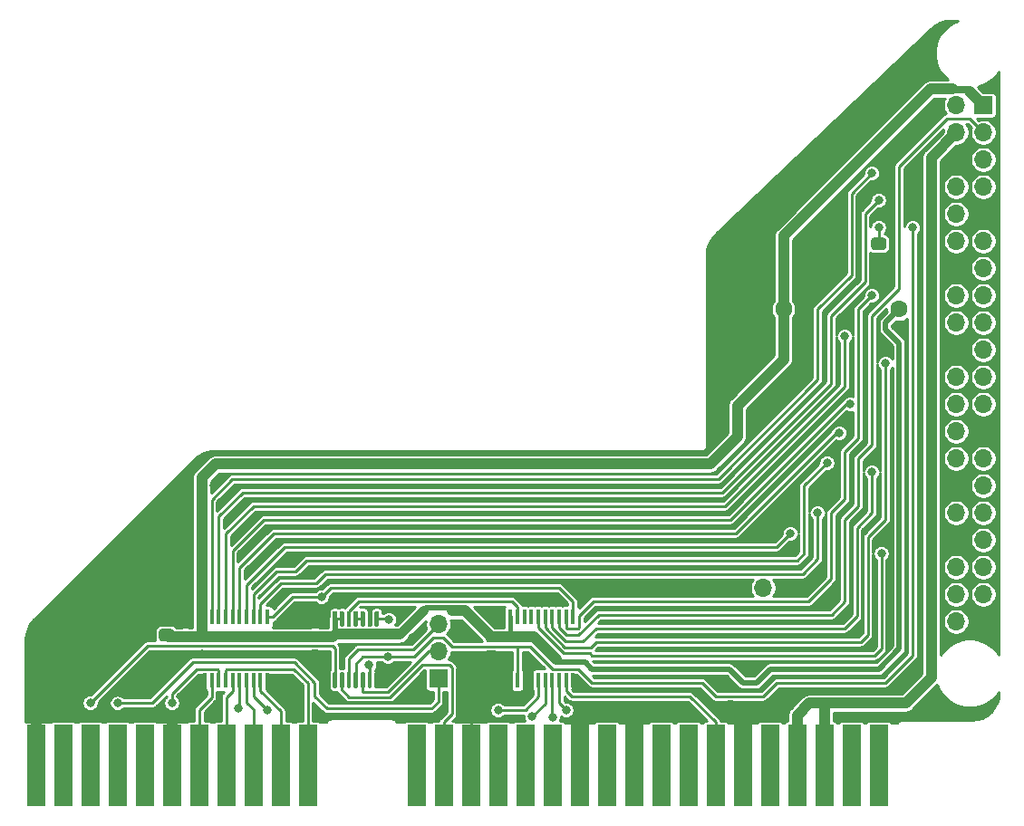
<source format=gbr>
G04 #@! TF.GenerationSoftware,KiCad,Pcbnew,5.1.9-1.fc33*
G04 #@! TF.CreationDate,2021-01-31T23:40:47+01:00*
G04 #@! TF.ProjectId,videocard,76696465-6f63-4617-9264-2e6b69636164,rev?*
G04 #@! TF.SameCoordinates,Original*
G04 #@! TF.FileFunction,Copper,L1,Top*
G04 #@! TF.FilePolarity,Positive*
%FSLAX46Y46*%
G04 Gerber Fmt 4.6, Leading zero omitted, Abs format (unit mm)*
G04 Created by KiCad (PCBNEW 5.1.9-1.fc33) date 2021-01-31 23:40:47*
%MOMM*%
%LPD*%
G01*
G04 APERTURE LIST*
G04 #@! TA.AperFunction,ConnectorPad*
%ADD10R,1.780000X7.620000*%
G04 #@! TD*
G04 #@! TA.AperFunction,ComponentPad*
%ADD11O,1.700000X1.700000*%
G04 #@! TD*
G04 #@! TA.AperFunction,ComponentPad*
%ADD12R,1.700000X1.700000*%
G04 #@! TD*
G04 #@! TA.AperFunction,SMDPad,CuDef*
%ADD13R,0.450000X1.450000*%
G04 #@! TD*
G04 #@! TA.AperFunction,ViaPad*
%ADD14C,1.600000*%
G04 #@! TD*
G04 #@! TA.AperFunction,ViaPad*
%ADD15C,0.800000*%
G04 #@! TD*
G04 #@! TA.AperFunction,Conductor*
%ADD16C,1.000000*%
G04 #@! TD*
G04 #@! TA.AperFunction,Conductor*
%ADD17C,0.250000*%
G04 #@! TD*
G04 #@! TA.AperFunction,Conductor*
%ADD18C,0.500000*%
G04 #@! TD*
G04 #@! TA.AperFunction,Conductor*
%ADD19C,0.400000*%
G04 #@! TD*
G04 #@! TA.AperFunction,Conductor*
%ADD20C,0.700000*%
G04 #@! TD*
G04 #@! TA.AperFunction,Conductor*
%ADD21C,0.900000*%
G04 #@! TD*
G04 #@! TA.AperFunction,Conductor*
%ADD22C,0.100000*%
G04 #@! TD*
G04 APERTURE END LIST*
D10*
X96270000Y-129667000D03*
X98810000Y-129667000D03*
X101350000Y-129667000D03*
X103890000Y-129667000D03*
X106430000Y-129667000D03*
X108970000Y-129667000D03*
X111510000Y-129667000D03*
X114050000Y-129667000D03*
X116590000Y-129667000D03*
X119130000Y-129667000D03*
X121670000Y-129667000D03*
X131830000Y-129667000D03*
X134370000Y-129667000D03*
X136910000Y-129667000D03*
X139450000Y-129667000D03*
X141990000Y-129667000D03*
X144530000Y-129667000D03*
X147070000Y-129667000D03*
X149610000Y-129667000D03*
X152150000Y-129667000D03*
X154690000Y-129667000D03*
X157230000Y-129667000D03*
X159770000Y-129667000D03*
X162310000Y-129667000D03*
X164850000Y-129667000D03*
X167390000Y-129667000D03*
X169930000Y-129667000D03*
X172470000Y-129667000D03*
X175010000Y-129667000D03*
G04 #@! TA.AperFunction,SMDPad,CuDef*
G36*
G01*
X124306000Y-116688500D02*
X124106000Y-116688500D01*
G75*
G02*
X124006000Y-116588500I0J100000D01*
G01*
X124006000Y-115313500D01*
G75*
G02*
X124106000Y-115213500I100000J0D01*
G01*
X124306000Y-115213500D01*
G75*
G02*
X124406000Y-115313500I0J-100000D01*
G01*
X124406000Y-116588500D01*
G75*
G02*
X124306000Y-116688500I-100000J0D01*
G01*
G37*
G04 #@! TD.AperFunction*
G04 #@! TA.AperFunction,SMDPad,CuDef*
G36*
G01*
X124956000Y-116688500D02*
X124756000Y-116688500D01*
G75*
G02*
X124656000Y-116588500I0J100000D01*
G01*
X124656000Y-115313500D01*
G75*
G02*
X124756000Y-115213500I100000J0D01*
G01*
X124956000Y-115213500D01*
G75*
G02*
X125056000Y-115313500I0J-100000D01*
G01*
X125056000Y-116588500D01*
G75*
G02*
X124956000Y-116688500I-100000J0D01*
G01*
G37*
G04 #@! TD.AperFunction*
G04 #@! TA.AperFunction,SMDPad,CuDef*
G36*
G01*
X125606000Y-116688500D02*
X125406000Y-116688500D01*
G75*
G02*
X125306000Y-116588500I0J100000D01*
G01*
X125306000Y-115313500D01*
G75*
G02*
X125406000Y-115213500I100000J0D01*
G01*
X125606000Y-115213500D01*
G75*
G02*
X125706000Y-115313500I0J-100000D01*
G01*
X125706000Y-116588500D01*
G75*
G02*
X125606000Y-116688500I-100000J0D01*
G01*
G37*
G04 #@! TD.AperFunction*
G04 #@! TA.AperFunction,SMDPad,CuDef*
G36*
G01*
X126256000Y-116688500D02*
X126056000Y-116688500D01*
G75*
G02*
X125956000Y-116588500I0J100000D01*
G01*
X125956000Y-115313500D01*
G75*
G02*
X126056000Y-115213500I100000J0D01*
G01*
X126256000Y-115213500D01*
G75*
G02*
X126356000Y-115313500I0J-100000D01*
G01*
X126356000Y-116588500D01*
G75*
G02*
X126256000Y-116688500I-100000J0D01*
G01*
G37*
G04 #@! TD.AperFunction*
G04 #@! TA.AperFunction,SMDPad,CuDef*
G36*
G01*
X126906000Y-116688500D02*
X126706000Y-116688500D01*
G75*
G02*
X126606000Y-116588500I0J100000D01*
G01*
X126606000Y-115313500D01*
G75*
G02*
X126706000Y-115213500I100000J0D01*
G01*
X126906000Y-115213500D01*
G75*
G02*
X127006000Y-115313500I0J-100000D01*
G01*
X127006000Y-116588500D01*
G75*
G02*
X126906000Y-116688500I-100000J0D01*
G01*
G37*
G04 #@! TD.AperFunction*
G04 #@! TA.AperFunction,SMDPad,CuDef*
G36*
G01*
X127556000Y-116688500D02*
X127356000Y-116688500D01*
G75*
G02*
X127256000Y-116588500I0J100000D01*
G01*
X127256000Y-115313500D01*
G75*
G02*
X127356000Y-115213500I100000J0D01*
G01*
X127556000Y-115213500D01*
G75*
G02*
X127656000Y-115313500I0J-100000D01*
G01*
X127656000Y-116588500D01*
G75*
G02*
X127556000Y-116688500I-100000J0D01*
G01*
G37*
G04 #@! TD.AperFunction*
G04 #@! TA.AperFunction,SMDPad,CuDef*
G36*
G01*
X128206000Y-116688500D02*
X128006000Y-116688500D01*
G75*
G02*
X127906000Y-116588500I0J100000D01*
G01*
X127906000Y-115313500D01*
G75*
G02*
X128006000Y-115213500I100000J0D01*
G01*
X128206000Y-115213500D01*
G75*
G02*
X128306000Y-115313500I0J-100000D01*
G01*
X128306000Y-116588500D01*
G75*
G02*
X128206000Y-116688500I-100000J0D01*
G01*
G37*
G04 #@! TD.AperFunction*
G04 #@! TA.AperFunction,SMDPad,CuDef*
G36*
G01*
X128206000Y-122413500D02*
X128006000Y-122413500D01*
G75*
G02*
X127906000Y-122313500I0J100000D01*
G01*
X127906000Y-121038500D01*
G75*
G02*
X128006000Y-120938500I100000J0D01*
G01*
X128206000Y-120938500D01*
G75*
G02*
X128306000Y-121038500I0J-100000D01*
G01*
X128306000Y-122313500D01*
G75*
G02*
X128206000Y-122413500I-100000J0D01*
G01*
G37*
G04 #@! TD.AperFunction*
G04 #@! TA.AperFunction,SMDPad,CuDef*
G36*
G01*
X127556000Y-122413500D02*
X127356000Y-122413500D01*
G75*
G02*
X127256000Y-122313500I0J100000D01*
G01*
X127256000Y-121038500D01*
G75*
G02*
X127356000Y-120938500I100000J0D01*
G01*
X127556000Y-120938500D01*
G75*
G02*
X127656000Y-121038500I0J-100000D01*
G01*
X127656000Y-122313500D01*
G75*
G02*
X127556000Y-122413500I-100000J0D01*
G01*
G37*
G04 #@! TD.AperFunction*
G04 #@! TA.AperFunction,SMDPad,CuDef*
G36*
G01*
X126906000Y-122413500D02*
X126706000Y-122413500D01*
G75*
G02*
X126606000Y-122313500I0J100000D01*
G01*
X126606000Y-121038500D01*
G75*
G02*
X126706000Y-120938500I100000J0D01*
G01*
X126906000Y-120938500D01*
G75*
G02*
X127006000Y-121038500I0J-100000D01*
G01*
X127006000Y-122313500D01*
G75*
G02*
X126906000Y-122413500I-100000J0D01*
G01*
G37*
G04 #@! TD.AperFunction*
G04 #@! TA.AperFunction,SMDPad,CuDef*
G36*
G01*
X126256000Y-122413500D02*
X126056000Y-122413500D01*
G75*
G02*
X125956000Y-122313500I0J100000D01*
G01*
X125956000Y-121038500D01*
G75*
G02*
X126056000Y-120938500I100000J0D01*
G01*
X126256000Y-120938500D01*
G75*
G02*
X126356000Y-121038500I0J-100000D01*
G01*
X126356000Y-122313500D01*
G75*
G02*
X126256000Y-122413500I-100000J0D01*
G01*
G37*
G04 #@! TD.AperFunction*
G04 #@! TA.AperFunction,SMDPad,CuDef*
G36*
G01*
X125606000Y-122413500D02*
X125406000Y-122413500D01*
G75*
G02*
X125306000Y-122313500I0J100000D01*
G01*
X125306000Y-121038500D01*
G75*
G02*
X125406000Y-120938500I100000J0D01*
G01*
X125606000Y-120938500D01*
G75*
G02*
X125706000Y-121038500I0J-100000D01*
G01*
X125706000Y-122313500D01*
G75*
G02*
X125606000Y-122413500I-100000J0D01*
G01*
G37*
G04 #@! TD.AperFunction*
G04 #@! TA.AperFunction,SMDPad,CuDef*
G36*
G01*
X124956000Y-122413500D02*
X124756000Y-122413500D01*
G75*
G02*
X124656000Y-122313500I0J100000D01*
G01*
X124656000Y-121038500D01*
G75*
G02*
X124756000Y-120938500I100000J0D01*
G01*
X124956000Y-120938500D01*
G75*
G02*
X125056000Y-121038500I0J-100000D01*
G01*
X125056000Y-122313500D01*
G75*
G02*
X124956000Y-122413500I-100000J0D01*
G01*
G37*
G04 #@! TD.AperFunction*
G04 #@! TA.AperFunction,SMDPad,CuDef*
G36*
G01*
X124306000Y-122413500D02*
X124106000Y-122413500D01*
G75*
G02*
X124006000Y-122313500I0J100000D01*
G01*
X124006000Y-121038500D01*
G75*
G02*
X124106000Y-120938500I100000J0D01*
G01*
X124306000Y-120938500D01*
G75*
G02*
X124406000Y-121038500I0J-100000D01*
G01*
X124406000Y-122313500D01*
G75*
G02*
X124306000Y-122413500I-100000J0D01*
G01*
G37*
G04 #@! TD.AperFunction*
D11*
X133858000Y-116459000D03*
X133858000Y-118999000D03*
D12*
X133858000Y-121539000D03*
G04 #@! TA.AperFunction,SMDPad,CuDef*
G36*
G01*
X122063500Y-118827000D02*
X122538500Y-118827000D01*
G75*
G02*
X122776000Y-119064500I0J-237500D01*
G01*
X122776000Y-119639500D01*
G75*
G02*
X122538500Y-119877000I-237500J0D01*
G01*
X122063500Y-119877000D01*
G75*
G02*
X121826000Y-119639500I0J237500D01*
G01*
X121826000Y-119064500D01*
G75*
G02*
X122063500Y-118827000I237500J0D01*
G01*
G37*
G04 #@! TD.AperFunction*
G04 #@! TA.AperFunction,SMDPad,CuDef*
G36*
G01*
X122063500Y-117077000D02*
X122538500Y-117077000D01*
G75*
G02*
X122776000Y-117314500I0J-237500D01*
G01*
X122776000Y-117889500D01*
G75*
G02*
X122538500Y-118127000I-237500J0D01*
G01*
X122063500Y-118127000D01*
G75*
G02*
X121826000Y-117889500I0J237500D01*
G01*
X121826000Y-117314500D01*
G75*
G02*
X122063500Y-117077000I237500J0D01*
G01*
G37*
G04 #@! TD.AperFunction*
G04 #@! TA.AperFunction,SMDPad,CuDef*
G36*
G01*
X109998500Y-117105000D02*
X110473500Y-117105000D01*
G75*
G02*
X110711000Y-117342500I0J-237500D01*
G01*
X110711000Y-117917500D01*
G75*
G02*
X110473500Y-118155000I-237500J0D01*
G01*
X109998500Y-118155000D01*
G75*
G02*
X109761000Y-117917500I0J237500D01*
G01*
X109761000Y-117342500D01*
G75*
G02*
X109998500Y-117105000I237500J0D01*
G01*
G37*
G04 #@! TD.AperFunction*
G04 #@! TA.AperFunction,SMDPad,CuDef*
G36*
G01*
X109998500Y-118855000D02*
X110473500Y-118855000D01*
G75*
G02*
X110711000Y-119092500I0J-237500D01*
G01*
X110711000Y-119667500D01*
G75*
G02*
X110473500Y-119905000I-237500J0D01*
G01*
X109998500Y-119905000D01*
G75*
G02*
X109761000Y-119667500I0J237500D01*
G01*
X109761000Y-119092500D01*
G75*
G02*
X109998500Y-118855000I237500J0D01*
G01*
G37*
G04 #@! TD.AperFunction*
G04 #@! TA.AperFunction,SMDPad,CuDef*
G36*
G01*
X138573500Y-118855000D02*
X139048500Y-118855000D01*
G75*
G02*
X139286000Y-119092500I0J-237500D01*
G01*
X139286000Y-119667500D01*
G75*
G02*
X139048500Y-119905000I-237500J0D01*
G01*
X138573500Y-119905000D01*
G75*
G02*
X138336000Y-119667500I0J237500D01*
G01*
X138336000Y-119092500D01*
G75*
G02*
X138573500Y-118855000I237500J0D01*
G01*
G37*
G04 #@! TD.AperFunction*
G04 #@! TA.AperFunction,SMDPad,CuDef*
G36*
G01*
X138573500Y-117105000D02*
X139048500Y-117105000D01*
G75*
G02*
X139286000Y-117342500I0J-237500D01*
G01*
X139286000Y-117917500D01*
G75*
G02*
X139048500Y-118155000I-237500J0D01*
G01*
X138573500Y-118155000D01*
G75*
G02*
X138336000Y-117917500I0J237500D01*
G01*
X138336000Y-117342500D01*
G75*
G02*
X138573500Y-117105000I237500J0D01*
G01*
G37*
G04 #@! TD.AperFunction*
D11*
X182245000Y-116205000D03*
X184785000Y-116205000D03*
X182245000Y-113665000D03*
X184785000Y-113665000D03*
X182245000Y-111125000D03*
X184785000Y-111125000D03*
X182245000Y-108585000D03*
X184785000Y-108585000D03*
X182245000Y-106045000D03*
X184785000Y-106045000D03*
X182245000Y-103505000D03*
X184785000Y-103505000D03*
X182245000Y-100965000D03*
X184785000Y-100965000D03*
X182245000Y-98425000D03*
X184785000Y-98425000D03*
X182245000Y-95885000D03*
X184785000Y-95885000D03*
X182245000Y-93345000D03*
X184785000Y-93345000D03*
X182245000Y-90805000D03*
X184785000Y-90805000D03*
X182245000Y-88265000D03*
X184785000Y-88265000D03*
X182245000Y-85725000D03*
X184785000Y-85725000D03*
X182245000Y-83185000D03*
X184785000Y-83185000D03*
X182245000Y-80645000D03*
X184785000Y-80645000D03*
X182245000Y-78105000D03*
X184785000Y-78105000D03*
X182245000Y-75565000D03*
X184785000Y-75565000D03*
X182245000Y-73025000D03*
X184785000Y-73025000D03*
X182245000Y-70485000D03*
X184785000Y-70485000D03*
X182245000Y-67945000D03*
D12*
X184785000Y-67945000D03*
G04 #@! TA.AperFunction,SMDPad,CuDef*
G36*
G01*
X174555999Y-80315000D02*
X175456001Y-80315000D01*
G75*
G02*
X175706000Y-80564999I0J-249999D01*
G01*
X175706000Y-81215001D01*
G75*
G02*
X175456001Y-81465000I-249999J0D01*
G01*
X174555999Y-81465000D01*
G75*
G02*
X174306000Y-81215001I0J249999D01*
G01*
X174306000Y-80564999D01*
G75*
G02*
X174555999Y-80315000I249999J0D01*
G01*
G37*
G04 #@! TD.AperFunction*
G04 #@! TA.AperFunction,SMDPad,CuDef*
G36*
G01*
X174555999Y-82365000D02*
X175456001Y-82365000D01*
G75*
G02*
X175706000Y-82614999I0J-249999D01*
G01*
X175706000Y-83265001D01*
G75*
G02*
X175456001Y-83515000I-249999J0D01*
G01*
X174555999Y-83515000D01*
G75*
G02*
X174306000Y-83265001I0J249999D01*
G01*
X174306000Y-82614999D01*
G75*
G02*
X174555999Y-82365000I249999J0D01*
G01*
G37*
G04 #@! TD.AperFunction*
D11*
X164211000Y-113030000D03*
D12*
X161671000Y-113030000D03*
G04 #@! TA.AperFunction,SMDPad,CuDef*
G36*
G01*
X108007999Y-116891000D02*
X108908001Y-116891000D01*
G75*
G02*
X109158000Y-117140999I0J-249999D01*
G01*
X109158000Y-117791001D01*
G75*
G02*
X108908001Y-118041000I-249999J0D01*
G01*
X108007999Y-118041000D01*
G75*
G02*
X107758000Y-117791001I0J249999D01*
G01*
X107758000Y-117140999D01*
G75*
G02*
X108007999Y-116891000I249999J0D01*
G01*
G37*
G04 #@! TD.AperFunction*
G04 #@! TA.AperFunction,SMDPad,CuDef*
G36*
G01*
X108007999Y-118941000D02*
X108908001Y-118941000D01*
G75*
G02*
X109158000Y-119190999I0J-249999D01*
G01*
X109158000Y-119841001D01*
G75*
G02*
X108908001Y-120091000I-249999J0D01*
G01*
X108007999Y-120091000D01*
G75*
G02*
X107758000Y-119841001I0J249999D01*
G01*
X107758000Y-119190999D01*
G75*
G02*
X108007999Y-118941000I249999J0D01*
G01*
G37*
G04 #@! TD.AperFunction*
D13*
X140596000Y-115795000D03*
X141246000Y-115795000D03*
X141896000Y-115795000D03*
X142546000Y-115795000D03*
X143196000Y-115795000D03*
X143846000Y-115795000D03*
X144496000Y-115795000D03*
X145146000Y-115795000D03*
X145796000Y-115795000D03*
X146446000Y-115795000D03*
X146446000Y-121695000D03*
X145796000Y-121695000D03*
X145146000Y-121695000D03*
X144496000Y-121695000D03*
X143846000Y-121695000D03*
X143196000Y-121695000D03*
X142546000Y-121695000D03*
X141896000Y-121695000D03*
X141246000Y-121695000D03*
X140596000Y-121695000D03*
X112036000Y-115795000D03*
X112686000Y-115795000D03*
X113336000Y-115795000D03*
X113986000Y-115795000D03*
X114636000Y-115795000D03*
X115286000Y-115795000D03*
X115936000Y-115795000D03*
X116586000Y-115795000D03*
X117236000Y-115795000D03*
X117886000Y-115795000D03*
X117886000Y-121695000D03*
X117236000Y-121695000D03*
X116586000Y-121695000D03*
X115936000Y-121695000D03*
X115286000Y-121695000D03*
X114636000Y-121695000D03*
X113986000Y-121695000D03*
X113336000Y-121695000D03*
X112686000Y-121695000D03*
X112036000Y-121695000D03*
D14*
X147320000Y-113157000D03*
X178816000Y-69850000D03*
D15*
X142621000Y-120015000D03*
X148971000Y-124460000D03*
X147320000Y-122428000D03*
X171831000Y-115570000D03*
X173101000Y-116840000D03*
X176911000Y-122555000D03*
X180086000Y-123825000D03*
X160401000Y-121920000D03*
X162941000Y-120650000D03*
X178181000Y-75565000D03*
X175641000Y-75565000D03*
X178181000Y-78105000D03*
X171831000Y-88265000D03*
X175641000Y-90805000D03*
D14*
X178562000Y-64262000D03*
X171196000Y-79375000D03*
X167513000Y-93472000D03*
D15*
X169291000Y-112141000D03*
X174371000Y-100965000D03*
X172339000Y-97536000D03*
X175641000Y-108585000D03*
D14*
X168021000Y-88265000D03*
X168021000Y-85725000D03*
D15*
X176911000Y-88519000D03*
X175641000Y-84455000D03*
D14*
X96266000Y-123825000D03*
X119126000Y-121920000D03*
X110871000Y-123190000D03*
D15*
X125095000Y-118618000D03*
X122301000Y-115443000D03*
X122809000Y-121031000D03*
X129032000Y-121666000D03*
X131445000Y-117729000D03*
X130556000Y-115189000D03*
X111760000Y-119253000D03*
D14*
X106807000Y-121285000D03*
X159766000Y-94107000D03*
X165227000Y-124333000D03*
X161163000Y-124333000D03*
X160147000Y-81153000D03*
X164211000Y-90678000D03*
X164211000Y-81026000D03*
X164211000Y-96520000D03*
X170307000Y-103759000D03*
X165481000Y-106045000D03*
D15*
X118745000Y-114173000D03*
X112903000Y-103505000D03*
X113538000Y-105029000D03*
X114173000Y-106680000D03*
X114935000Y-108204000D03*
X115443000Y-109855000D03*
X116078000Y-111506000D03*
X121920000Y-111633000D03*
X119888000Y-110363000D03*
X144907000Y-114046000D03*
X139065000Y-121158000D03*
X124587000Y-114046000D03*
X138176000Y-115189000D03*
X136144000Y-117094000D03*
D14*
X96266000Y-116967000D03*
X109728000Y-103505000D03*
X131826000Y-122555000D03*
D15*
X122428000Y-124714000D03*
X133858000Y-124841000D03*
X112903000Y-124587000D03*
D14*
X136906000Y-124460000D03*
X136906000Y-120015000D03*
X105283000Y-116967000D03*
D15*
X170179996Y-114300000D03*
X174244000Y-118364000D03*
D14*
X156337000Y-124460000D03*
X176911000Y-86995000D03*
D15*
X178181000Y-79375000D03*
X174371000Y-85725000D03*
X169291000Y-106045000D03*
X171831000Y-89535000D03*
X175641000Y-92075000D03*
X171323000Y-98552000D03*
X166751000Y-107950000D03*
X174371000Y-102235000D03*
X175006000Y-76835000D03*
X174371000Y-74295000D03*
D14*
X166116000Y-86995000D03*
D15*
X129222495Y-116014499D03*
X129161884Y-119504100D03*
X175260000Y-109855000D03*
X170180000Y-101346004D03*
X172339012Y-95885000D03*
X175006000Y-79375000D03*
X103890000Y-123829000D03*
X101346000Y-123825000D03*
X145795996Y-124460000D03*
X115175160Y-124319160D03*
X142621004Y-125095000D03*
X117856000Y-124460000D03*
X108966012Y-123825000D03*
X144525997Y-125167112D03*
X139446000Y-124460000D03*
X127381000Y-120268990D03*
X122936000Y-113919000D03*
D16*
X162310000Y-129667000D02*
X162310000Y-125099000D01*
D17*
X136910000Y-125688000D02*
X136910000Y-129667000D01*
D16*
X152150000Y-129667000D02*
X152150000Y-124464000D01*
X147070000Y-129667000D02*
X147070000Y-125095000D01*
X96270000Y-129667000D02*
X96266000Y-123825000D01*
X108970000Y-129667000D02*
X108970000Y-125099000D01*
X96266000Y-123825000D02*
X96270000Y-123829000D01*
X144907000Y-119761000D02*
X142776000Y-117630000D01*
X142776000Y-117630000D02*
X140434000Y-117630000D01*
D17*
X182245000Y-67956000D02*
X182245000Y-67862000D01*
D16*
X169930000Y-124456000D02*
X169930000Y-129667000D01*
X169930000Y-124456000D02*
X169930000Y-123829000D01*
D17*
X178181000Y-79375000D02*
X178181000Y-79375000D01*
X171196000Y-98425000D02*
X171196000Y-98425000D01*
X124206000Y-117475000D02*
X124051000Y-117630000D01*
D16*
X123952000Y-117630000D02*
X112797000Y-117630000D01*
X112042000Y-117630000D02*
X112896000Y-117630000D01*
D18*
X124206000Y-115951000D02*
X124206000Y-117475000D01*
D17*
X126746000Y-115951000D02*
X126806000Y-116011000D01*
X126806000Y-115951000D02*
X126746000Y-115951000D01*
X124206000Y-115951000D02*
X124856000Y-115951000D01*
X109936000Y-117330000D02*
X110236000Y-117630000D01*
X112036000Y-117624000D02*
X112042000Y-117630000D01*
D16*
X110236000Y-117630000D02*
X112042000Y-117630000D01*
X108622000Y-117630000D02*
X108458000Y-117466000D01*
X110236000Y-117630000D02*
X108622000Y-117630000D01*
D18*
X112036000Y-117624000D02*
X112010999Y-117598999D01*
X136116000Y-114935000D02*
X132715000Y-114935000D01*
D19*
X140596000Y-115795000D02*
X140596000Y-117468000D01*
D17*
X140596000Y-117468000D02*
X140434000Y-117630000D01*
D16*
X140434000Y-117630000D02*
X138811000Y-117630000D01*
X166116000Y-86995000D02*
X166116000Y-86995000D01*
X111760000Y-117348000D02*
X111760000Y-102749002D01*
X166116000Y-91694000D02*
X166116000Y-86995000D01*
X159258000Y-101473000D02*
X161798000Y-98933000D01*
X113030000Y-101473000D02*
X159258000Y-101473000D01*
X161798000Y-98933000D02*
X161798000Y-96012000D01*
X111802999Y-102700001D02*
X113030000Y-101473000D01*
X161798000Y-96012000D02*
X166116000Y-91694000D01*
X142776000Y-117630000D02*
X141958000Y-117630000D01*
X124292490Y-117388510D02*
X124206000Y-117475000D01*
X129979490Y-117388510D02*
X124292490Y-117388510D01*
D18*
X148209000Y-120650000D02*
X147574000Y-120015000D01*
X161036000Y-120650000D02*
X148209000Y-120650000D01*
X145161000Y-120015000D02*
X144907000Y-119761000D01*
X162306000Y-121920000D02*
X161036000Y-120650000D01*
X163576000Y-121920000D02*
X162306000Y-121920000D01*
X164846000Y-120650000D02*
X163576000Y-121920000D01*
X175006000Y-120650000D02*
X164846000Y-120650000D01*
X176911000Y-118745000D02*
X175006000Y-120650000D01*
X176911000Y-90170000D02*
X176911000Y-118745000D01*
X175641000Y-88900000D02*
X176911000Y-90170000D01*
X175641000Y-88265000D02*
X175641000Y-88900000D01*
X147574000Y-120015000D02*
X145161000Y-120015000D01*
X176911000Y-86995000D02*
X175641000Y-88265000D01*
D16*
X166116000Y-80137000D02*
X166116000Y-86995000D01*
X179832000Y-66421000D02*
X166116000Y-80137000D01*
X181864000Y-66421000D02*
X179832000Y-66421000D01*
X185039000Y-68199000D02*
X183515000Y-66675000D01*
D20*
X181774498Y-66421000D02*
X180721000Y-66421000D01*
X181858999Y-66505501D02*
X181774498Y-66421000D01*
X183345501Y-66505501D02*
X181858999Y-66505501D01*
X183515000Y-66675000D02*
X183345501Y-66505501D01*
D16*
X135128000Y-115189000D02*
X135890000Y-115189000D01*
X136370000Y-115189000D02*
X135128000Y-115189000D01*
X138811000Y-117630000D02*
X136370000Y-115189000D01*
X130261490Y-117388510D02*
X129326510Y-117388510D01*
D21*
X132489000Y-115161000D02*
X130261490Y-117388510D01*
D16*
X168529000Y-123825000D02*
X167390000Y-124964000D01*
X179914999Y-121456001D02*
X177546000Y-123825000D01*
X167390000Y-124964000D02*
X167390000Y-129667000D01*
X179914999Y-72815001D02*
X179914999Y-121456001D01*
X177546000Y-123825000D02*
X168529000Y-123825000D01*
X182245000Y-70485000D02*
X179914999Y-72815001D01*
D17*
X141246000Y-118529990D02*
X140500990Y-118529990D01*
X141246000Y-121695000D02*
X141246000Y-118529990D01*
X128106000Y-115951000D02*
X129158996Y-115951000D01*
X129158996Y-115951000D02*
X129222495Y-116014499D01*
X126156000Y-121676000D02*
X126156000Y-120166996D01*
X126156000Y-120166996D02*
X126818896Y-119504100D01*
X126818896Y-119504100D02*
X129161884Y-119504100D01*
X131613898Y-119504100D02*
X129161884Y-119504100D01*
X133388998Y-117729000D02*
X131613898Y-119504100D01*
X134327002Y-117729000D02*
X133388998Y-117729000D01*
X135127992Y-118529990D02*
X134327002Y-117729000D01*
X140500990Y-118529990D02*
X135127992Y-118529990D01*
X175641000Y-121920000D02*
X178170998Y-119390002D01*
X165481000Y-121920000D02*
X175641000Y-121920000D01*
X178170998Y-79385002D02*
X178181000Y-79375000D01*
X159766000Y-123190000D02*
X164211000Y-123190000D01*
X148206002Y-121920000D02*
X158496000Y-121920000D01*
X146931001Y-120644999D02*
X148206002Y-121920000D01*
X144520999Y-120644999D02*
X146931001Y-120644999D01*
X178170998Y-119390002D02*
X178170998Y-79385002D01*
X164211000Y-123190000D02*
X165481000Y-121920000D01*
X142405990Y-118529990D02*
X144520999Y-120644999D01*
X158496000Y-121920000D02*
X159766000Y-123190000D01*
X140500990Y-118529990D02*
X142405990Y-118529990D01*
X145796000Y-116770000D02*
X145871001Y-116845001D01*
X146931001Y-116845001D02*
X146996001Y-116780001D01*
X146996001Y-116780001D02*
X146996001Y-115642818D01*
X145871001Y-116845001D02*
X146931001Y-116845001D01*
X168471998Y-114300000D02*
X170561000Y-112210998D01*
X171831000Y-100330000D02*
X173101000Y-99060000D01*
X170561000Y-106045000D02*
X171831000Y-104775000D01*
X146996001Y-115642818D02*
X148338819Y-114300000D01*
X173971001Y-86124999D02*
X174371000Y-85725000D01*
X173101000Y-99060000D02*
X173101000Y-86995000D01*
X171831000Y-104775000D02*
X171831000Y-100330000D01*
X145796000Y-115795000D02*
X145796000Y-116770000D01*
X148338819Y-114300000D02*
X168471998Y-114300000D01*
X173101000Y-86995000D02*
X173971001Y-86124999D01*
X170561000Y-112210998D02*
X170561000Y-106045000D01*
X175260000Y-118745000D02*
X175260000Y-109855000D01*
X174625000Y-119380000D02*
X175260000Y-118745000D01*
X148209000Y-119380000D02*
X174625000Y-119380000D01*
X148014989Y-119185989D02*
X148209000Y-119380000D01*
X145601989Y-119185989D02*
X148014989Y-119185989D01*
X143196000Y-116780000D02*
X145601989Y-119185989D01*
X143196000Y-115795000D02*
X143196000Y-116780000D01*
X169291000Y-110363000D02*
X169291000Y-106045000D01*
X167894000Y-111760000D02*
X169291000Y-110363000D01*
X123317000Y-111760000D02*
X167894000Y-111760000D01*
X122453000Y-112624000D02*
X123317000Y-111760000D01*
X119151000Y-112624000D02*
X122453000Y-112624000D01*
X117236000Y-114539000D02*
X119151000Y-112624000D01*
X117236000Y-115795000D02*
X117236000Y-114539000D01*
X168021000Y-103505004D02*
X170180000Y-101346004D01*
X168021000Y-109855000D02*
X168021000Y-103505004D01*
X167386000Y-110490000D02*
X168021000Y-109855000D01*
X121539000Y-110490000D02*
X167386000Y-110490000D01*
X118745000Y-111506000D02*
X120523000Y-111506000D01*
X116586000Y-113665000D02*
X118745000Y-111506000D01*
X120523000Y-111506000D02*
X121539000Y-110490000D01*
X116586000Y-115795000D02*
X116586000Y-113665000D01*
X171831000Y-94234000D02*
X171831000Y-89535000D01*
X160655000Y-105410000D02*
X171831000Y-94234000D01*
X116586000Y-105410000D02*
X160655000Y-105410000D01*
X113986000Y-108010000D02*
X116586000Y-105410000D01*
X113986000Y-115795000D02*
X113986000Y-108010000D01*
X175641000Y-106680000D02*
X175641000Y-92075000D01*
X173990000Y-108331000D02*
X175641000Y-106680000D01*
X173341750Y-118096750D02*
X173990000Y-117448500D01*
X148603250Y-118096750D02*
X173341750Y-118096750D01*
X148082000Y-118618000D02*
X148603250Y-118096750D01*
X145670410Y-118618000D02*
X148082000Y-118618000D01*
X173990000Y-117448500D02*
X173990000Y-108331000D01*
X143846000Y-116793590D02*
X145670410Y-118618000D01*
X143846000Y-115795000D02*
X143846000Y-116793590D01*
X161163000Y-106680000D02*
X171958000Y-95885000D01*
X114636000Y-109588998D02*
X117544998Y-106680000D01*
X171958000Y-95885000D02*
X172339012Y-95885000D01*
X117544998Y-106680000D02*
X161163000Y-106680000D01*
X114636000Y-115795000D02*
X114636000Y-109588998D01*
X161671000Y-107950000D02*
X171196000Y-98425000D01*
X118491000Y-107950000D02*
X161671000Y-107950000D01*
X115286000Y-111155000D02*
X118491000Y-107950000D01*
X115286000Y-115795000D02*
X115286000Y-111155000D01*
X165481000Y-109220000D02*
X166116000Y-108585000D01*
X119507000Y-109220000D02*
X165481000Y-109220000D01*
X166116000Y-108585000D02*
X166751000Y-107950000D01*
X115936000Y-112791000D02*
X119507000Y-109220000D01*
X115936000Y-115795000D02*
X115936000Y-112791000D01*
X174371000Y-106045000D02*
X174371000Y-102235000D01*
X172974000Y-107442000D02*
X174371000Y-106045000D01*
X172974000Y-115697000D02*
X172974000Y-107442000D01*
X171831000Y-116840000D02*
X172974000Y-115697000D01*
X148590000Y-116840000D02*
X171831000Y-116840000D01*
X147350000Y-118080000D02*
X148590000Y-116840000D01*
X145768820Y-118080000D02*
X147350000Y-118080000D01*
X144496000Y-116807180D02*
X145768820Y-118080000D01*
X144496000Y-115795000D02*
X144496000Y-116807180D01*
X173736000Y-78105000D02*
X174606001Y-77234999D01*
X173736000Y-84455000D02*
X173736000Y-78105000D01*
X174606001Y-77234999D02*
X175006000Y-76835000D01*
X170561000Y-93980000D02*
X170561000Y-87630000D01*
X160401000Y-104140000D02*
X170561000Y-93980000D01*
X115570000Y-104140000D02*
X160401000Y-104140000D01*
X113336000Y-106374000D02*
X115570000Y-104140000D01*
X170561000Y-87630000D02*
X173736000Y-84455000D01*
X113336000Y-115795000D02*
X113336000Y-106374000D01*
X172466000Y-76200000D02*
X174371000Y-74295000D01*
X172466000Y-83820000D02*
X172466000Y-76200000D01*
X169291000Y-86995000D02*
X172466000Y-83820000D01*
X160020000Y-102870000D02*
X169291000Y-93599000D01*
X169291000Y-93599000D02*
X169291000Y-86995000D01*
X114617500Y-102870000D02*
X160020000Y-102870000D01*
X112686000Y-104801500D02*
X114617500Y-102870000D01*
X112686000Y-115795000D02*
X112686000Y-104801500D01*
X145146000Y-116810000D02*
X145811000Y-117475000D01*
X145146000Y-115795000D02*
X145146000Y-116810000D01*
X146937413Y-117475000D02*
X148842413Y-115570000D01*
X148842413Y-115570000D02*
X170618002Y-115570000D01*
X145800230Y-117475000D02*
X146937413Y-117475000D01*
X170618002Y-115570000D02*
X171831000Y-114357002D01*
X171831000Y-114357002D02*
X171831000Y-106680000D01*
X171831000Y-106680000D02*
X173101000Y-105410000D01*
X173101000Y-105410000D02*
X173101000Y-100965000D01*
X176911000Y-73660000D02*
X181356000Y-69215000D01*
X173101000Y-100965000D02*
X174371000Y-99695000D01*
X174371000Y-87630000D02*
X176911000Y-85090000D01*
X176911000Y-85090000D02*
X176911000Y-73660000D01*
X174371000Y-99695000D02*
X174371000Y-87630000D01*
X183515000Y-69215000D02*
X184785000Y-70485000D01*
X181356000Y-69215000D02*
X183515000Y-69215000D01*
X175006000Y-79375000D02*
X175006000Y-80890000D01*
X133731000Y-121285000D02*
X133476002Y-121285000D01*
X145800000Y-121699000D02*
X145796000Y-121695000D01*
X159770000Y-125607000D02*
X159770000Y-129667000D01*
X157353000Y-123190000D02*
X159770000Y-125607000D01*
X146316000Y-123190000D02*
X157353000Y-123190000D01*
X145796000Y-122670000D02*
X146316000Y-123190000D01*
X145796000Y-121695000D02*
X145796000Y-122670000D01*
X101346000Y-123825000D02*
X101346000Y-123825000D01*
X113986000Y-120720000D02*
X114061001Y-120644999D01*
X115310999Y-120644999D02*
X114801001Y-120644999D01*
X114061001Y-120644999D02*
X115310999Y-120644999D01*
X113986000Y-121695000D02*
X113986000Y-120720000D01*
X120386000Y-120644999D02*
X115310999Y-120644999D01*
X121666000Y-121924999D02*
X120386000Y-120644999D01*
X121666000Y-129663000D02*
X121666000Y-121924999D01*
X121670000Y-129667000D02*
X121666000Y-129663000D01*
X145161000Y-121710000D02*
X145146000Y-121695000D01*
X145146000Y-123810004D02*
X145795996Y-124460000D01*
X145146000Y-121695000D02*
X145146000Y-123810004D01*
X124856000Y-121676000D02*
X124856000Y-121778500D01*
X116586000Y-129663000D02*
X116590000Y-129667000D01*
X116586000Y-124425008D02*
X116586000Y-129663000D01*
X115951000Y-123790008D02*
X116586000Y-124425008D01*
X115951000Y-121710000D02*
X115951000Y-123790008D01*
X115936000Y-121695000D02*
X115951000Y-121710000D01*
X115286000Y-124208320D02*
X115175160Y-124319160D01*
X115286000Y-121695000D02*
X115286000Y-124208320D01*
X114050000Y-123256000D02*
X114050000Y-124456000D01*
X114636000Y-122670000D02*
X114050000Y-123256000D01*
X114636000Y-121695000D02*
X114636000Y-122670000D01*
X114050000Y-124456000D02*
X114050000Y-123829000D01*
X114050000Y-129667000D02*
X114050000Y-124456000D01*
X143846000Y-123870004D02*
X142621004Y-125095000D01*
X143846000Y-121695000D02*
X143846000Y-123870004D01*
X116586000Y-121695000D02*
X116586000Y-123190000D01*
X116586000Y-123190000D02*
X117856000Y-124460000D01*
X111510000Y-129667000D02*
X111510000Y-124456000D01*
X112686000Y-123280000D02*
X111510000Y-124456000D01*
X112686000Y-121695000D02*
X112686000Y-123280000D01*
X144496000Y-121695000D02*
X144496000Y-125137115D01*
X144496000Y-125137115D02*
X144525997Y-125167112D01*
X143196000Y-123250000D02*
X143196000Y-121695000D01*
X141986000Y-124460000D02*
X143196000Y-123250000D01*
X139446000Y-124460000D02*
X141986000Y-124460000D01*
X117236000Y-122670000D02*
X117236000Y-121695000D01*
X119130000Y-129667000D02*
X119130000Y-124564000D01*
X119130000Y-124564000D02*
X117236000Y-122670000D01*
X126866000Y-122809000D02*
X126806000Y-122749000D01*
X129159000Y-122809000D02*
X126866000Y-122809000D01*
X126806000Y-122749000D02*
X126806000Y-121676000D01*
X132969000Y-118999000D02*
X129159000Y-122809000D01*
X132969000Y-118999000D02*
X133858000Y-118999000D01*
X125506000Y-119672585D02*
X126399487Y-118779098D01*
X125506000Y-121676000D02*
X125506000Y-119672585D01*
X126399487Y-118779098D02*
X131537902Y-118779098D01*
X131537902Y-118779098D02*
X133008001Y-117308999D01*
X133008001Y-117308999D02*
X133858000Y-116459000D01*
X133858000Y-123698000D02*
X133858000Y-121539000D01*
X133223000Y-124333000D02*
X133858000Y-123698000D01*
X133858000Y-121539000D02*
X133985705Y-121666705D01*
X123444000Y-124333000D02*
X133223000Y-124333000D01*
X122301000Y-123190000D02*
X123444000Y-124333000D01*
X122301000Y-121920000D02*
X122301000Y-123190000D01*
X110921510Y-120015000D02*
X120396000Y-120015000D01*
X120396000Y-120015000D02*
X122301000Y-121920000D01*
X107107510Y-123829000D02*
X110921510Y-120015000D01*
X103890000Y-123829000D02*
X107107510Y-123829000D01*
X123952000Y-118491000D02*
X124206000Y-118745000D01*
X124206000Y-118745000D02*
X124206000Y-121676000D01*
X106680000Y-118491000D02*
X123952000Y-118491000D01*
X101346000Y-123825000D02*
X106680000Y-118491000D01*
X124856000Y-122570000D02*
X124856000Y-121676000D01*
X129345400Y-123259010D02*
X125545010Y-123259010D01*
X132335410Y-120269000D02*
X129345400Y-123259010D01*
X134873002Y-120269000D02*
X132335410Y-120269000D01*
X135128000Y-120523998D02*
X134873002Y-120269000D01*
X125545010Y-123259010D02*
X124856000Y-122570000D01*
X135128000Y-124849000D02*
X135128000Y-120523998D01*
X134370000Y-125607000D02*
X135128000Y-124849000D01*
X134370000Y-129667000D02*
X134370000Y-125607000D01*
X108966012Y-122935988D02*
X108966012Y-123825000D01*
X113260999Y-120644999D02*
X111257001Y-120644999D01*
X113336000Y-120720000D02*
X113260999Y-120644999D01*
X111257001Y-120644999D02*
X108966012Y-122935988D01*
X113336000Y-121695000D02*
X113336000Y-120720000D01*
X127456000Y-120343990D02*
X127381000Y-120268990D01*
X127456000Y-121676000D02*
X127456000Y-120343990D01*
X118361000Y-115795000D02*
X120237000Y-113919000D01*
X120237000Y-113919000D02*
X122936000Y-113919000D01*
X146446000Y-114315000D02*
X145161000Y-113030000D01*
X117886000Y-115795000D02*
X118361000Y-115795000D01*
X146446000Y-115795000D02*
X146446000Y-114315000D01*
X145161000Y-113030000D02*
X123825000Y-113030000D01*
X123825000Y-113030000D02*
X122936000Y-113919000D01*
X126156000Y-115951000D02*
X126806000Y-115951000D01*
X126419500Y-114300000D02*
X125506000Y-115213500D01*
X125506000Y-115213500D02*
X125506000Y-115951000D01*
X140726000Y-114300000D02*
X126419500Y-114300000D01*
X141246000Y-114820000D02*
X140726000Y-114300000D01*
X141246000Y-115795000D02*
X141246000Y-114820000D01*
X180657042Y-122558610D02*
X181009979Y-123086817D01*
X181459183Y-123536021D01*
X181987390Y-123888958D01*
X182574302Y-124132065D01*
X183197365Y-124256000D01*
X183832635Y-124256000D01*
X184455698Y-124132065D01*
X185042610Y-123888958D01*
X185570817Y-123536021D01*
X186020021Y-123086817D01*
X186240000Y-122757595D01*
X186240000Y-122834995D01*
X186189319Y-123351876D01*
X186045596Y-123827910D01*
X185812152Y-124266954D01*
X185497875Y-124652296D01*
X185114735Y-124969257D01*
X184677329Y-125205761D01*
X184202316Y-125352803D01*
X183686664Y-125407000D01*
X177187105Y-125407000D01*
X177165000Y-125404823D01*
X177142896Y-125407000D01*
X177142895Y-125407000D01*
X177076785Y-125413511D01*
X176991959Y-125439243D01*
X176913784Y-125481029D01*
X176845263Y-125537263D01*
X176789029Y-125605784D01*
X176761247Y-125657760D01*
X176218409Y-125657195D01*
X176213309Y-125647653D01*
X176166448Y-125590552D01*
X176109347Y-125543691D01*
X176044200Y-125508869D01*
X175973513Y-125487426D01*
X175900000Y-125480186D01*
X174120000Y-125480186D01*
X174046487Y-125487426D01*
X173975800Y-125508869D01*
X173910653Y-125543691D01*
X173853552Y-125590552D01*
X173806691Y-125647653D01*
X173802936Y-125654679D01*
X173676994Y-125654548D01*
X173673309Y-125647653D01*
X173626448Y-125590552D01*
X173569347Y-125543691D01*
X173504200Y-125508869D01*
X173433513Y-125487426D01*
X173360000Y-125480186D01*
X171580000Y-125480186D01*
X171506487Y-125487426D01*
X171435800Y-125508869D01*
X171370653Y-125543691D01*
X171313552Y-125590552D01*
X171266691Y-125647653D01*
X171264349Y-125652035D01*
X171135579Y-125651900D01*
X171133309Y-125647653D01*
X171086448Y-125590552D01*
X171029347Y-125543691D01*
X170964200Y-125508869D01*
X170893513Y-125487426D01*
X170820000Y-125480186D01*
X170805000Y-125480186D01*
X170805000Y-124700000D01*
X177503021Y-124700000D01*
X177546000Y-124704233D01*
X177588979Y-124700000D01*
X177717530Y-124687339D01*
X177882468Y-124637305D01*
X178034476Y-124556056D01*
X178167712Y-124446712D01*
X178195117Y-124413319D01*
X180479193Y-122129244D01*
X180657042Y-122558610D01*
G04 #@! TA.AperFunction,Conductor*
D22*
G36*
X180657042Y-122558610D02*
G01*
X181009979Y-123086817D01*
X181459183Y-123536021D01*
X181987390Y-123888958D01*
X182574302Y-124132065D01*
X183197365Y-124256000D01*
X183832635Y-124256000D01*
X184455698Y-124132065D01*
X185042610Y-123888958D01*
X185570817Y-123536021D01*
X186020021Y-123086817D01*
X186240000Y-122757595D01*
X186240000Y-122834995D01*
X186189319Y-123351876D01*
X186045596Y-123827910D01*
X185812152Y-124266954D01*
X185497875Y-124652296D01*
X185114735Y-124969257D01*
X184677329Y-125205761D01*
X184202316Y-125352803D01*
X183686664Y-125407000D01*
X177187105Y-125407000D01*
X177165000Y-125404823D01*
X177142896Y-125407000D01*
X177142895Y-125407000D01*
X177076785Y-125413511D01*
X176991959Y-125439243D01*
X176913784Y-125481029D01*
X176845263Y-125537263D01*
X176789029Y-125605784D01*
X176761247Y-125657760D01*
X176218409Y-125657195D01*
X176213309Y-125647653D01*
X176166448Y-125590552D01*
X176109347Y-125543691D01*
X176044200Y-125508869D01*
X175973513Y-125487426D01*
X175900000Y-125480186D01*
X174120000Y-125480186D01*
X174046487Y-125487426D01*
X173975800Y-125508869D01*
X173910653Y-125543691D01*
X173853552Y-125590552D01*
X173806691Y-125647653D01*
X173802936Y-125654679D01*
X173676994Y-125654548D01*
X173673309Y-125647653D01*
X173626448Y-125590552D01*
X173569347Y-125543691D01*
X173504200Y-125508869D01*
X173433513Y-125487426D01*
X173360000Y-125480186D01*
X171580000Y-125480186D01*
X171506487Y-125487426D01*
X171435800Y-125508869D01*
X171370653Y-125543691D01*
X171313552Y-125590552D01*
X171266691Y-125647653D01*
X171264349Y-125652035D01*
X171135579Y-125651900D01*
X171133309Y-125647653D01*
X171086448Y-125590552D01*
X171029347Y-125543691D01*
X170964200Y-125508869D01*
X170893513Y-125487426D01*
X170820000Y-125480186D01*
X170805000Y-125480186D01*
X170805000Y-124700000D01*
X177503021Y-124700000D01*
X177546000Y-124704233D01*
X177588979Y-124700000D01*
X177717530Y-124687339D01*
X177882468Y-124637305D01*
X178034476Y-124556056D01*
X178167712Y-124446712D01*
X178195117Y-124413319D01*
X180479193Y-122129244D01*
X180657042Y-122558610D01*
G37*
G04 #@! TD.AperFunction*
D17*
X181020000Y-70364348D02*
X181020000Y-70472563D01*
X179326680Y-72165884D01*
X179293287Y-72193289D01*
X179183943Y-72326526D01*
X179102695Y-72478533D01*
X179102694Y-72478534D01*
X179052660Y-72643472D01*
X179035766Y-72815001D01*
X179039999Y-72857980D01*
X179040000Y-121093563D01*
X177183564Y-122950000D01*
X169932366Y-122950000D01*
X169930000Y-122949767D01*
X169927634Y-122950000D01*
X168571978Y-122950000D01*
X168528999Y-122945767D01*
X168357469Y-122962661D01*
X168230201Y-123001268D01*
X168192532Y-123012695D01*
X168040524Y-123093944D01*
X167907288Y-123203288D01*
X167879890Y-123236673D01*
X166801680Y-124314884D01*
X166768288Y-124342288D01*
X166658944Y-124475525D01*
X166611050Y-124565130D01*
X166577695Y-124627533D01*
X166527661Y-124792471D01*
X166510767Y-124964000D01*
X166515000Y-125006979D01*
X166515000Y-125480186D01*
X166500000Y-125480186D01*
X166426487Y-125487426D01*
X166355800Y-125508869D01*
X166290653Y-125543691D01*
X166233552Y-125590552D01*
X166187435Y-125646746D01*
X166052449Y-125646605D01*
X166006448Y-125590552D01*
X165949347Y-125543691D01*
X165884200Y-125508869D01*
X165813513Y-125487426D01*
X165740000Y-125480186D01*
X163960000Y-125480186D01*
X163886487Y-125487426D01*
X163815800Y-125508869D01*
X163750653Y-125543691D01*
X163693552Y-125590552D01*
X163649605Y-125644103D01*
X160968103Y-125641309D01*
X160926448Y-125590552D01*
X160869347Y-125543691D01*
X160804200Y-125508869D01*
X160733513Y-125487426D01*
X160660000Y-125480186D01*
X160254030Y-125480186D01*
X160234175Y-125414733D01*
X160187746Y-125327871D01*
X160125264Y-125251736D01*
X160106181Y-125236075D01*
X157723929Y-122853824D01*
X157708264Y-122834736D01*
X157632129Y-122772254D01*
X157545267Y-122725825D01*
X157451017Y-122697235D01*
X157377560Y-122690000D01*
X157353000Y-122687581D01*
X157328440Y-122690000D01*
X146523106Y-122690000D01*
X146375689Y-122542583D01*
X146390574Y-122493513D01*
X146397814Y-122420000D01*
X146397814Y-121144999D01*
X146723896Y-121144999D01*
X147835081Y-122256186D01*
X147850738Y-122275264D01*
X147926873Y-122337746D01*
X148013735Y-122384175D01*
X148107985Y-122412765D01*
X148206002Y-122422419D01*
X148230562Y-122420000D01*
X158288895Y-122420000D01*
X159395079Y-123526186D01*
X159410736Y-123545264D01*
X159486871Y-123607746D01*
X159562513Y-123648178D01*
X159567728Y-123650965D01*
X159573733Y-123654175D01*
X159667983Y-123682765D01*
X159741440Y-123690000D01*
X159741441Y-123690000D01*
X159765999Y-123692419D01*
X159790557Y-123690000D01*
X164186440Y-123690000D01*
X164211000Y-123692419D01*
X164235560Y-123690000D01*
X164309017Y-123682765D01*
X164403267Y-123654175D01*
X164490129Y-123607746D01*
X164566264Y-123545264D01*
X164581929Y-123526176D01*
X165688107Y-122420000D01*
X175616440Y-122420000D01*
X175641000Y-122422419D01*
X175665560Y-122420000D01*
X175739017Y-122412765D01*
X175833267Y-122384175D01*
X175920129Y-122337746D01*
X175996264Y-122275264D01*
X176011929Y-122256176D01*
X178507185Y-119760922D01*
X178526262Y-119745266D01*
X178588744Y-119669131D01*
X178629176Y-119593489D01*
X178635172Y-119582271D01*
X178635173Y-119582268D01*
X178663763Y-119488019D01*
X178670998Y-119414562D01*
X178670998Y-119414553D01*
X178673416Y-119390003D01*
X178670998Y-119365453D01*
X178670998Y-79979679D01*
X178675034Y-79976982D01*
X178782982Y-79869034D01*
X178867796Y-79742100D01*
X178926217Y-79601059D01*
X178956000Y-79451331D01*
X178956000Y-79298669D01*
X178926217Y-79148941D01*
X178867796Y-79007900D01*
X178782982Y-78880966D01*
X178675034Y-78773018D01*
X178548100Y-78688204D01*
X178407059Y-78629783D01*
X178257331Y-78600000D01*
X178104669Y-78600000D01*
X177954941Y-78629783D01*
X177813900Y-78688204D01*
X177686966Y-78773018D01*
X177579018Y-78880966D01*
X177494204Y-79007900D01*
X177435783Y-79148941D01*
X177411000Y-79273533D01*
X177411000Y-73867105D01*
X181046380Y-70231727D01*
X181020000Y-70364348D01*
G04 #@! TA.AperFunction,Conductor*
D22*
G36*
X181020000Y-70364348D02*
G01*
X181020000Y-70472563D01*
X179326680Y-72165884D01*
X179293287Y-72193289D01*
X179183943Y-72326526D01*
X179102695Y-72478533D01*
X179102694Y-72478534D01*
X179052660Y-72643472D01*
X179035766Y-72815001D01*
X179039999Y-72857980D01*
X179040000Y-121093563D01*
X177183564Y-122950000D01*
X169932366Y-122950000D01*
X169930000Y-122949767D01*
X169927634Y-122950000D01*
X168571978Y-122950000D01*
X168528999Y-122945767D01*
X168357469Y-122962661D01*
X168230201Y-123001268D01*
X168192532Y-123012695D01*
X168040524Y-123093944D01*
X167907288Y-123203288D01*
X167879890Y-123236673D01*
X166801680Y-124314884D01*
X166768288Y-124342288D01*
X166658944Y-124475525D01*
X166611050Y-124565130D01*
X166577695Y-124627533D01*
X166527661Y-124792471D01*
X166510767Y-124964000D01*
X166515000Y-125006979D01*
X166515000Y-125480186D01*
X166500000Y-125480186D01*
X166426487Y-125487426D01*
X166355800Y-125508869D01*
X166290653Y-125543691D01*
X166233552Y-125590552D01*
X166187435Y-125646746D01*
X166052449Y-125646605D01*
X166006448Y-125590552D01*
X165949347Y-125543691D01*
X165884200Y-125508869D01*
X165813513Y-125487426D01*
X165740000Y-125480186D01*
X163960000Y-125480186D01*
X163886487Y-125487426D01*
X163815800Y-125508869D01*
X163750653Y-125543691D01*
X163693552Y-125590552D01*
X163649605Y-125644103D01*
X160968103Y-125641309D01*
X160926448Y-125590552D01*
X160869347Y-125543691D01*
X160804200Y-125508869D01*
X160733513Y-125487426D01*
X160660000Y-125480186D01*
X160254030Y-125480186D01*
X160234175Y-125414733D01*
X160187746Y-125327871D01*
X160125264Y-125251736D01*
X160106181Y-125236075D01*
X157723929Y-122853824D01*
X157708264Y-122834736D01*
X157632129Y-122772254D01*
X157545267Y-122725825D01*
X157451017Y-122697235D01*
X157377560Y-122690000D01*
X157353000Y-122687581D01*
X157328440Y-122690000D01*
X146523106Y-122690000D01*
X146375689Y-122542583D01*
X146390574Y-122493513D01*
X146397814Y-122420000D01*
X146397814Y-121144999D01*
X146723896Y-121144999D01*
X147835081Y-122256186D01*
X147850738Y-122275264D01*
X147926873Y-122337746D01*
X148013735Y-122384175D01*
X148107985Y-122412765D01*
X148206002Y-122422419D01*
X148230562Y-122420000D01*
X158288895Y-122420000D01*
X159395079Y-123526186D01*
X159410736Y-123545264D01*
X159486871Y-123607746D01*
X159562513Y-123648178D01*
X159567728Y-123650965D01*
X159573733Y-123654175D01*
X159667983Y-123682765D01*
X159741440Y-123690000D01*
X159741441Y-123690000D01*
X159765999Y-123692419D01*
X159790557Y-123690000D01*
X164186440Y-123690000D01*
X164211000Y-123692419D01*
X164235560Y-123690000D01*
X164309017Y-123682765D01*
X164403267Y-123654175D01*
X164490129Y-123607746D01*
X164566264Y-123545264D01*
X164581929Y-123526176D01*
X165688107Y-122420000D01*
X175616440Y-122420000D01*
X175641000Y-122422419D01*
X175665560Y-122420000D01*
X175739017Y-122412765D01*
X175833267Y-122384175D01*
X175920129Y-122337746D01*
X175996264Y-122275264D01*
X176011929Y-122256176D01*
X178507185Y-119760922D01*
X178526262Y-119745266D01*
X178588744Y-119669131D01*
X178629176Y-119593489D01*
X178635172Y-119582271D01*
X178635173Y-119582268D01*
X178663763Y-119488019D01*
X178670998Y-119414562D01*
X178670998Y-119414553D01*
X178673416Y-119390003D01*
X178670998Y-119365453D01*
X178670998Y-79979679D01*
X178675034Y-79976982D01*
X178782982Y-79869034D01*
X178867796Y-79742100D01*
X178926217Y-79601059D01*
X178956000Y-79451331D01*
X178956000Y-79298669D01*
X178926217Y-79148941D01*
X178867796Y-79007900D01*
X178782982Y-78880966D01*
X178675034Y-78773018D01*
X178548100Y-78688204D01*
X178407059Y-78629783D01*
X178257331Y-78600000D01*
X178104669Y-78600000D01*
X177954941Y-78629783D01*
X177813900Y-78688204D01*
X177686966Y-78773018D01*
X177579018Y-78880966D01*
X177494204Y-79007900D01*
X177435783Y-79148941D01*
X177411000Y-79273533D01*
X177411000Y-73867105D01*
X181046380Y-70231727D01*
X181020000Y-70364348D01*
G37*
G04 #@! TD.AperFunction*
D17*
X145945075Y-123526181D02*
X145960736Y-123545264D01*
X146036871Y-123607746D01*
X146112513Y-123648178D01*
X146117728Y-123650965D01*
X146123733Y-123654175D01*
X146168471Y-123667746D01*
X146217982Y-123682765D01*
X146315999Y-123692419D01*
X146340559Y-123690000D01*
X157145895Y-123690000D01*
X158936080Y-125480186D01*
X158880000Y-125480186D01*
X158806487Y-125487426D01*
X158735800Y-125508869D01*
X158670653Y-125543691D01*
X158613552Y-125590552D01*
X158573944Y-125638815D01*
X158425930Y-125638661D01*
X158386448Y-125590552D01*
X158329347Y-125543691D01*
X158264200Y-125508869D01*
X158193513Y-125487426D01*
X158120000Y-125480186D01*
X156340000Y-125480186D01*
X156266487Y-125487426D01*
X156195800Y-125508869D01*
X156130653Y-125543691D01*
X156073552Y-125590552D01*
X156036113Y-125636172D01*
X155883757Y-125636013D01*
X155846448Y-125590552D01*
X155789347Y-125543691D01*
X155724200Y-125508869D01*
X155653513Y-125487426D01*
X155580000Y-125480186D01*
X153800000Y-125480186D01*
X153726487Y-125487426D01*
X153655800Y-125508869D01*
X153590653Y-125543691D01*
X153533552Y-125590552D01*
X153498283Y-125633528D01*
X150799410Y-125630717D01*
X150766448Y-125590552D01*
X150709347Y-125543691D01*
X150644200Y-125508869D01*
X150573513Y-125487426D01*
X150500000Y-125480186D01*
X148720000Y-125480186D01*
X148646487Y-125487426D01*
X148575800Y-125508869D01*
X148510653Y-125543691D01*
X148453552Y-125590552D01*
X148422622Y-125628241D01*
X145715064Y-125625421D01*
X145686448Y-125590552D01*
X145629347Y-125543691D01*
X145564200Y-125508869D01*
X145493513Y-125487426D01*
X145420000Y-125480186D01*
X145235171Y-125480186D01*
X145271214Y-125393171D01*
X145300997Y-125243443D01*
X145300997Y-125090781D01*
X145293606Y-125053626D01*
X145301962Y-125061982D01*
X145428896Y-125146796D01*
X145569937Y-125205217D01*
X145719665Y-125235000D01*
X145872327Y-125235000D01*
X146022055Y-125205217D01*
X146163096Y-125146796D01*
X146290030Y-125061982D01*
X146397978Y-124954034D01*
X146482792Y-124827100D01*
X146541213Y-124686059D01*
X146570996Y-124536331D01*
X146570996Y-124383669D01*
X146541213Y-124233941D01*
X146482792Y-124092900D01*
X146397978Y-123965966D01*
X146290030Y-123858018D01*
X146163096Y-123773204D01*
X146022055Y-123714783D01*
X145872327Y-123685000D01*
X145728101Y-123685000D01*
X145646000Y-123602899D01*
X145646000Y-123227105D01*
X145945075Y-123526181D01*
G04 #@! TA.AperFunction,Conductor*
D22*
G36*
X145945075Y-123526181D02*
G01*
X145960736Y-123545264D01*
X146036871Y-123607746D01*
X146112513Y-123648178D01*
X146117728Y-123650965D01*
X146123733Y-123654175D01*
X146168471Y-123667746D01*
X146217982Y-123682765D01*
X146315999Y-123692419D01*
X146340559Y-123690000D01*
X157145895Y-123690000D01*
X158936080Y-125480186D01*
X158880000Y-125480186D01*
X158806487Y-125487426D01*
X158735800Y-125508869D01*
X158670653Y-125543691D01*
X158613552Y-125590552D01*
X158573944Y-125638815D01*
X158425930Y-125638661D01*
X158386448Y-125590552D01*
X158329347Y-125543691D01*
X158264200Y-125508869D01*
X158193513Y-125487426D01*
X158120000Y-125480186D01*
X156340000Y-125480186D01*
X156266487Y-125487426D01*
X156195800Y-125508869D01*
X156130653Y-125543691D01*
X156073552Y-125590552D01*
X156036113Y-125636172D01*
X155883757Y-125636013D01*
X155846448Y-125590552D01*
X155789347Y-125543691D01*
X155724200Y-125508869D01*
X155653513Y-125487426D01*
X155580000Y-125480186D01*
X153800000Y-125480186D01*
X153726487Y-125487426D01*
X153655800Y-125508869D01*
X153590653Y-125543691D01*
X153533552Y-125590552D01*
X153498283Y-125633528D01*
X150799410Y-125630717D01*
X150766448Y-125590552D01*
X150709347Y-125543691D01*
X150644200Y-125508869D01*
X150573513Y-125487426D01*
X150500000Y-125480186D01*
X148720000Y-125480186D01*
X148646487Y-125487426D01*
X148575800Y-125508869D01*
X148510653Y-125543691D01*
X148453552Y-125590552D01*
X148422622Y-125628241D01*
X145715064Y-125625421D01*
X145686448Y-125590552D01*
X145629347Y-125543691D01*
X145564200Y-125508869D01*
X145493513Y-125487426D01*
X145420000Y-125480186D01*
X145235171Y-125480186D01*
X145271214Y-125393171D01*
X145300997Y-125243443D01*
X145300997Y-125090781D01*
X145293606Y-125053626D01*
X145301962Y-125061982D01*
X145428896Y-125146796D01*
X145569937Y-125205217D01*
X145719665Y-125235000D01*
X145872327Y-125235000D01*
X146022055Y-125205217D01*
X146163096Y-125146796D01*
X146290030Y-125061982D01*
X146397978Y-124954034D01*
X146482792Y-124827100D01*
X146541213Y-124686059D01*
X146570996Y-124536331D01*
X146570996Y-124383669D01*
X146541213Y-124233941D01*
X146482792Y-124092900D01*
X146397978Y-123965966D01*
X146290030Y-123858018D01*
X146163096Y-123773204D01*
X146022055Y-123714783D01*
X145872327Y-123685000D01*
X145728101Y-123685000D01*
X145646000Y-123602899D01*
X145646000Y-123227105D01*
X145945075Y-123526181D01*
G37*
G04 #@! TD.AperFunction*
D17*
X135127992Y-119032409D02*
X135152552Y-119029990D01*
X140746001Y-119029990D01*
X140746000Y-120713972D01*
X140707691Y-120760653D01*
X140672869Y-120825800D01*
X140651426Y-120896487D01*
X140644186Y-120970000D01*
X140644186Y-122420000D01*
X140651426Y-122493513D01*
X140672869Y-122564200D01*
X140707691Y-122629347D01*
X140754552Y-122686448D01*
X140811653Y-122733309D01*
X140876800Y-122768131D01*
X140947487Y-122789574D01*
X141021000Y-122796814D01*
X141471000Y-122796814D01*
X141544513Y-122789574D01*
X141615200Y-122768131D01*
X141680347Y-122733309D01*
X141737448Y-122686448D01*
X141784309Y-122629347D01*
X141819131Y-122564200D01*
X141840574Y-122493513D01*
X141847814Y-122420000D01*
X141847814Y-120970000D01*
X141840574Y-120896487D01*
X141819131Y-120825800D01*
X141784309Y-120760653D01*
X141746000Y-120713973D01*
X141746000Y-119029990D01*
X142198885Y-119029990D01*
X143762079Y-120593186D01*
X143621000Y-120593186D01*
X143547487Y-120600426D01*
X143521000Y-120608461D01*
X143494513Y-120600426D01*
X143421000Y-120593186D01*
X142971000Y-120593186D01*
X142897487Y-120600426D01*
X142826800Y-120621869D01*
X142761653Y-120656691D01*
X142704552Y-120703552D01*
X142657691Y-120760653D01*
X142622869Y-120825800D01*
X142601426Y-120896487D01*
X142594186Y-120970000D01*
X142594186Y-122420000D01*
X142601426Y-122493513D01*
X142622869Y-122564200D01*
X142657691Y-122629347D01*
X142696000Y-122676028D01*
X142696000Y-123042893D01*
X141778895Y-123960000D01*
X140042016Y-123960000D01*
X139940034Y-123858018D01*
X139813100Y-123773204D01*
X139672059Y-123714783D01*
X139522331Y-123685000D01*
X139369669Y-123685000D01*
X139219941Y-123714783D01*
X139078900Y-123773204D01*
X138951966Y-123858018D01*
X138844018Y-123965966D01*
X138759204Y-124092900D01*
X138700783Y-124233941D01*
X138671000Y-124383669D01*
X138671000Y-124536331D01*
X138700783Y-124686059D01*
X138759204Y-124827100D01*
X138844018Y-124954034D01*
X138951966Y-125061982D01*
X139078900Y-125146796D01*
X139219941Y-125205217D01*
X139369669Y-125235000D01*
X139522331Y-125235000D01*
X139672059Y-125205217D01*
X139813100Y-125146796D01*
X139940034Y-125061982D01*
X140042016Y-124960000D01*
X141857674Y-124960000D01*
X141846004Y-125018669D01*
X141846004Y-125171331D01*
X141875787Y-125321059D01*
X141934208Y-125462100D01*
X141946293Y-125480186D01*
X141100000Y-125480186D01*
X141026487Y-125487426D01*
X140955800Y-125508869D01*
X140890653Y-125543691D01*
X140833552Y-125590552D01*
X140809130Y-125620310D01*
X140630717Y-125620125D01*
X140606448Y-125590552D01*
X140549347Y-125543691D01*
X140484200Y-125508869D01*
X140413513Y-125487426D01*
X140340000Y-125480186D01*
X138560000Y-125480186D01*
X138486487Y-125487426D01*
X138415800Y-125508869D01*
X138350653Y-125543691D01*
X138293552Y-125590552D01*
X138271300Y-125617667D01*
X135546371Y-125614828D01*
X135526448Y-125590552D01*
X135469347Y-125543691D01*
X135404200Y-125508869D01*
X135333513Y-125487426D01*
X135260000Y-125480186D01*
X135203920Y-125480186D01*
X135464187Y-125219920D01*
X135483264Y-125204264D01*
X135545746Y-125128129D01*
X135592175Y-125041267D01*
X135620765Y-124947017D01*
X135628000Y-124873560D01*
X135628000Y-124873559D01*
X135630419Y-124849000D01*
X135628000Y-124824440D01*
X135628000Y-120548558D01*
X135630419Y-120523998D01*
X135620765Y-120425981D01*
X135607974Y-120383814D01*
X135592175Y-120331731D01*
X135545746Y-120244869D01*
X135483264Y-120168734D01*
X135464181Y-120153073D01*
X135243931Y-119932823D01*
X135228266Y-119913736D01*
X135152131Y-119851254D01*
X135065269Y-119804825D01*
X134971019Y-119776235D01*
X134897562Y-119769000D01*
X134873002Y-119766581D01*
X134848442Y-119769000D01*
X134816797Y-119769000D01*
X134943581Y-119579255D01*
X135035924Y-119356319D01*
X135083000Y-119119652D01*
X135083000Y-119027978D01*
X135127992Y-119032409D01*
G04 #@! TA.AperFunction,Conductor*
D22*
G36*
X135127992Y-119032409D02*
G01*
X135152552Y-119029990D01*
X140746001Y-119029990D01*
X140746000Y-120713972D01*
X140707691Y-120760653D01*
X140672869Y-120825800D01*
X140651426Y-120896487D01*
X140644186Y-120970000D01*
X140644186Y-122420000D01*
X140651426Y-122493513D01*
X140672869Y-122564200D01*
X140707691Y-122629347D01*
X140754552Y-122686448D01*
X140811653Y-122733309D01*
X140876800Y-122768131D01*
X140947487Y-122789574D01*
X141021000Y-122796814D01*
X141471000Y-122796814D01*
X141544513Y-122789574D01*
X141615200Y-122768131D01*
X141680347Y-122733309D01*
X141737448Y-122686448D01*
X141784309Y-122629347D01*
X141819131Y-122564200D01*
X141840574Y-122493513D01*
X141847814Y-122420000D01*
X141847814Y-120970000D01*
X141840574Y-120896487D01*
X141819131Y-120825800D01*
X141784309Y-120760653D01*
X141746000Y-120713973D01*
X141746000Y-119029990D01*
X142198885Y-119029990D01*
X143762079Y-120593186D01*
X143621000Y-120593186D01*
X143547487Y-120600426D01*
X143521000Y-120608461D01*
X143494513Y-120600426D01*
X143421000Y-120593186D01*
X142971000Y-120593186D01*
X142897487Y-120600426D01*
X142826800Y-120621869D01*
X142761653Y-120656691D01*
X142704552Y-120703552D01*
X142657691Y-120760653D01*
X142622869Y-120825800D01*
X142601426Y-120896487D01*
X142594186Y-120970000D01*
X142594186Y-122420000D01*
X142601426Y-122493513D01*
X142622869Y-122564200D01*
X142657691Y-122629347D01*
X142696000Y-122676028D01*
X142696000Y-123042893D01*
X141778895Y-123960000D01*
X140042016Y-123960000D01*
X139940034Y-123858018D01*
X139813100Y-123773204D01*
X139672059Y-123714783D01*
X139522331Y-123685000D01*
X139369669Y-123685000D01*
X139219941Y-123714783D01*
X139078900Y-123773204D01*
X138951966Y-123858018D01*
X138844018Y-123965966D01*
X138759204Y-124092900D01*
X138700783Y-124233941D01*
X138671000Y-124383669D01*
X138671000Y-124536331D01*
X138700783Y-124686059D01*
X138759204Y-124827100D01*
X138844018Y-124954034D01*
X138951966Y-125061982D01*
X139078900Y-125146796D01*
X139219941Y-125205217D01*
X139369669Y-125235000D01*
X139522331Y-125235000D01*
X139672059Y-125205217D01*
X139813100Y-125146796D01*
X139940034Y-125061982D01*
X140042016Y-124960000D01*
X141857674Y-124960000D01*
X141846004Y-125018669D01*
X141846004Y-125171331D01*
X141875787Y-125321059D01*
X141934208Y-125462100D01*
X141946293Y-125480186D01*
X141100000Y-125480186D01*
X141026487Y-125487426D01*
X140955800Y-125508869D01*
X140890653Y-125543691D01*
X140833552Y-125590552D01*
X140809130Y-125620310D01*
X140630717Y-125620125D01*
X140606448Y-125590552D01*
X140549347Y-125543691D01*
X140484200Y-125508869D01*
X140413513Y-125487426D01*
X140340000Y-125480186D01*
X138560000Y-125480186D01*
X138486487Y-125487426D01*
X138415800Y-125508869D01*
X138350653Y-125543691D01*
X138293552Y-125590552D01*
X138271300Y-125617667D01*
X135546371Y-125614828D01*
X135526448Y-125590552D01*
X135469347Y-125543691D01*
X135404200Y-125508869D01*
X135333513Y-125487426D01*
X135260000Y-125480186D01*
X135203920Y-125480186D01*
X135464187Y-125219920D01*
X135483264Y-125204264D01*
X135545746Y-125128129D01*
X135592175Y-125041267D01*
X135620765Y-124947017D01*
X135628000Y-124873560D01*
X135628000Y-124873559D01*
X135630419Y-124849000D01*
X135628000Y-124824440D01*
X135628000Y-120548558D01*
X135630419Y-120523998D01*
X135620765Y-120425981D01*
X135607974Y-120383814D01*
X135592175Y-120331731D01*
X135545746Y-120244869D01*
X135483264Y-120168734D01*
X135464181Y-120153073D01*
X135243931Y-119932823D01*
X135228266Y-119913736D01*
X135152131Y-119851254D01*
X135065269Y-119804825D01*
X134971019Y-119776235D01*
X134897562Y-119769000D01*
X134873002Y-119766581D01*
X134848442Y-119769000D01*
X134816797Y-119769000D01*
X134943581Y-119579255D01*
X135035924Y-119356319D01*
X135083000Y-119119652D01*
X135083000Y-119027978D01*
X135127992Y-119032409D01*
G37*
G04 #@! TD.AperFunction*
D17*
X134628000Y-124641893D02*
X134033819Y-125236076D01*
X134014737Y-125251736D01*
X133952255Y-125327871D01*
X133911123Y-125404823D01*
X133905826Y-125414733D01*
X133885971Y-125480186D01*
X133480000Y-125480186D01*
X133406487Y-125487426D01*
X133335800Y-125508869D01*
X133270653Y-125543691D01*
X133213552Y-125590552D01*
X133195639Y-125612380D01*
X133004198Y-125612180D01*
X132986448Y-125590552D01*
X132929347Y-125543691D01*
X132864200Y-125508869D01*
X132793513Y-125487426D01*
X132720000Y-125480186D01*
X130940000Y-125480186D01*
X130866487Y-125487426D01*
X130795800Y-125508869D01*
X130730653Y-125543691D01*
X130673552Y-125590552D01*
X130657808Y-125609736D01*
X129973551Y-125609023D01*
X129957757Y-125556959D01*
X129915971Y-125478784D01*
X129859737Y-125410263D01*
X129791216Y-125354029D01*
X129713041Y-125312243D01*
X129628215Y-125286511D01*
X129562105Y-125280000D01*
X129562104Y-125280000D01*
X129540000Y-125277823D01*
X129517895Y-125280000D01*
X123847105Y-125280000D01*
X123825000Y-125277823D01*
X123802896Y-125280000D01*
X123802895Y-125280000D01*
X123736785Y-125286511D01*
X123651959Y-125312243D01*
X123573784Y-125354029D01*
X123505263Y-125410263D01*
X123449029Y-125478784D01*
X123407243Y-125556959D01*
X123393528Y-125602169D01*
X122835505Y-125601588D01*
X122826448Y-125590552D01*
X122769347Y-125543691D01*
X122704200Y-125508869D01*
X122633513Y-125487426D01*
X122560000Y-125480186D01*
X122166000Y-125480186D01*
X122166000Y-123762105D01*
X123073075Y-124669181D01*
X123088736Y-124688264D01*
X123164871Y-124750746D01*
X123251733Y-124797175D01*
X123345983Y-124825765D01*
X123419440Y-124833000D01*
X123419441Y-124833000D01*
X123443999Y-124835419D01*
X123468557Y-124833000D01*
X133198440Y-124833000D01*
X133223000Y-124835419D01*
X133247560Y-124833000D01*
X133321017Y-124825765D01*
X133415267Y-124797175D01*
X133502129Y-124750746D01*
X133578264Y-124688264D01*
X133593929Y-124669176D01*
X134194186Y-124068920D01*
X134213264Y-124053264D01*
X134275746Y-123977129D01*
X134322175Y-123890267D01*
X134350765Y-123796017D01*
X134358000Y-123722560D01*
X134358000Y-123722559D01*
X134360419Y-123698000D01*
X134358000Y-123673440D01*
X134358000Y-122765814D01*
X134628000Y-122765814D01*
X134628000Y-124641893D01*
G04 #@! TA.AperFunction,Conductor*
D22*
G36*
X134628000Y-124641893D02*
G01*
X134033819Y-125236076D01*
X134014737Y-125251736D01*
X133952255Y-125327871D01*
X133911123Y-125404823D01*
X133905826Y-125414733D01*
X133885971Y-125480186D01*
X133480000Y-125480186D01*
X133406487Y-125487426D01*
X133335800Y-125508869D01*
X133270653Y-125543691D01*
X133213552Y-125590552D01*
X133195639Y-125612380D01*
X133004198Y-125612180D01*
X132986448Y-125590552D01*
X132929347Y-125543691D01*
X132864200Y-125508869D01*
X132793513Y-125487426D01*
X132720000Y-125480186D01*
X130940000Y-125480186D01*
X130866487Y-125487426D01*
X130795800Y-125508869D01*
X130730653Y-125543691D01*
X130673552Y-125590552D01*
X130657808Y-125609736D01*
X129973551Y-125609023D01*
X129957757Y-125556959D01*
X129915971Y-125478784D01*
X129859737Y-125410263D01*
X129791216Y-125354029D01*
X129713041Y-125312243D01*
X129628215Y-125286511D01*
X129562105Y-125280000D01*
X129562104Y-125280000D01*
X129540000Y-125277823D01*
X129517895Y-125280000D01*
X123847105Y-125280000D01*
X123825000Y-125277823D01*
X123802896Y-125280000D01*
X123802895Y-125280000D01*
X123736785Y-125286511D01*
X123651959Y-125312243D01*
X123573784Y-125354029D01*
X123505263Y-125410263D01*
X123449029Y-125478784D01*
X123407243Y-125556959D01*
X123393528Y-125602169D01*
X122835505Y-125601588D01*
X122826448Y-125590552D01*
X122769347Y-125543691D01*
X122704200Y-125508869D01*
X122633513Y-125487426D01*
X122560000Y-125480186D01*
X122166000Y-125480186D01*
X122166000Y-123762105D01*
X123073075Y-124669181D01*
X123088736Y-124688264D01*
X123164871Y-124750746D01*
X123251733Y-124797175D01*
X123345983Y-124825765D01*
X123419440Y-124833000D01*
X123419441Y-124833000D01*
X123443999Y-124835419D01*
X123468557Y-124833000D01*
X133198440Y-124833000D01*
X133223000Y-124835419D01*
X133247560Y-124833000D01*
X133321017Y-124825765D01*
X133415267Y-124797175D01*
X133502129Y-124750746D01*
X133578264Y-124688264D01*
X133593929Y-124669176D01*
X134194186Y-124068920D01*
X134213264Y-124053264D01*
X134275746Y-123977129D01*
X134322175Y-123890267D01*
X134350765Y-123796017D01*
X134358000Y-123722560D01*
X134358000Y-123722559D01*
X134360419Y-123698000D01*
X134358000Y-123673440D01*
X134358000Y-122765814D01*
X134628000Y-122765814D01*
X134628000Y-124641893D01*
G37*
G04 #@! TD.AperFunction*
D17*
X121166001Y-122132107D02*
X121166001Y-125480186D01*
X120780000Y-125480186D01*
X120706487Y-125487426D01*
X120635800Y-125508869D01*
X120570653Y-125543691D01*
X120513552Y-125590552D01*
X120506486Y-125599162D01*
X120293332Y-125598940D01*
X120286448Y-125590552D01*
X120229347Y-125543691D01*
X120164200Y-125508869D01*
X120093513Y-125487426D01*
X120020000Y-125480186D01*
X119630000Y-125480186D01*
X119630000Y-124588549D01*
X119632418Y-124563999D01*
X119630000Y-124539449D01*
X119630000Y-124539440D01*
X119622765Y-124465983D01*
X119594175Y-124371733D01*
X119547746Y-124284871D01*
X119485264Y-124208736D01*
X119466187Y-124193080D01*
X117815688Y-122542583D01*
X117830574Y-122493513D01*
X117837814Y-122420000D01*
X117837814Y-121144999D01*
X120178895Y-121144999D01*
X121166001Y-122132107D01*
G04 #@! TA.AperFunction,Conductor*
D22*
G36*
X121166001Y-122132107D02*
G01*
X121166001Y-125480186D01*
X120780000Y-125480186D01*
X120706487Y-125487426D01*
X120635800Y-125508869D01*
X120570653Y-125543691D01*
X120513552Y-125590552D01*
X120506486Y-125599162D01*
X120293332Y-125598940D01*
X120286448Y-125590552D01*
X120229347Y-125543691D01*
X120164200Y-125508869D01*
X120093513Y-125487426D01*
X120020000Y-125480186D01*
X119630000Y-125480186D01*
X119630000Y-124588549D01*
X119632418Y-124563999D01*
X119630000Y-124539449D01*
X119630000Y-124539440D01*
X119622765Y-124465983D01*
X119594175Y-124371733D01*
X119547746Y-124284871D01*
X119485264Y-124208736D01*
X119466187Y-124193080D01*
X117815688Y-122542583D01*
X117830574Y-122493513D01*
X117837814Y-122420000D01*
X117837814Y-121144999D01*
X120178895Y-121144999D01*
X121166001Y-122132107D01*
G37*
G04 #@! TD.AperFunction*
D17*
X113687487Y-122789574D02*
X113761000Y-122796814D01*
X113802081Y-122796814D01*
X113713824Y-122885071D01*
X113694736Y-122900736D01*
X113632254Y-122976871D01*
X113585825Y-123063734D01*
X113577256Y-123091983D01*
X113557235Y-123157983D01*
X113547581Y-123256000D01*
X113550000Y-123280560D01*
X113550001Y-123858018D01*
X113550000Y-124480559D01*
X113550001Y-124480569D01*
X113550001Y-125480186D01*
X113160000Y-125480186D01*
X113086487Y-125487426D01*
X113015800Y-125508869D01*
X112950653Y-125543691D01*
X112893552Y-125590552D01*
X112892995Y-125591231D01*
X112666812Y-125590996D01*
X112666448Y-125590552D01*
X112609347Y-125543691D01*
X112544200Y-125508869D01*
X112473513Y-125487426D01*
X112400000Y-125480186D01*
X112010000Y-125480186D01*
X112010000Y-124663105D01*
X113022181Y-123650925D01*
X113041264Y-123635264D01*
X113103746Y-123559129D01*
X113150175Y-123472267D01*
X113178765Y-123378017D01*
X113186000Y-123304560D01*
X113186000Y-123304559D01*
X113188419Y-123280001D01*
X113186000Y-123255443D01*
X113186000Y-122796814D01*
X113561000Y-122796814D01*
X113634513Y-122789574D01*
X113661000Y-122781539D01*
X113687487Y-122789574D01*
G04 #@! TA.AperFunction,Conductor*
D22*
G36*
X113687487Y-122789574D02*
G01*
X113761000Y-122796814D01*
X113802081Y-122796814D01*
X113713824Y-122885071D01*
X113694736Y-122900736D01*
X113632254Y-122976871D01*
X113585825Y-123063734D01*
X113577256Y-123091983D01*
X113557235Y-123157983D01*
X113547581Y-123256000D01*
X113550000Y-123280560D01*
X113550001Y-123858018D01*
X113550000Y-124480559D01*
X113550001Y-124480569D01*
X113550001Y-125480186D01*
X113160000Y-125480186D01*
X113086487Y-125487426D01*
X113015800Y-125508869D01*
X112950653Y-125543691D01*
X112893552Y-125590552D01*
X112892995Y-125591231D01*
X112666812Y-125590996D01*
X112666448Y-125590552D01*
X112609347Y-125543691D01*
X112544200Y-125508869D01*
X112473513Y-125487426D01*
X112400000Y-125480186D01*
X112010000Y-125480186D01*
X112010000Y-124663105D01*
X113022181Y-123650925D01*
X113041264Y-123635264D01*
X113103746Y-123559129D01*
X113150175Y-123472267D01*
X113178765Y-123378017D01*
X113186000Y-123304560D01*
X113186000Y-123304559D01*
X113188419Y-123280001D01*
X113186000Y-123255443D01*
X113186000Y-122796814D01*
X113561000Y-122796814D01*
X113634513Y-122789574D01*
X113661000Y-122781539D01*
X113687487Y-122789574D01*
G37*
G04 #@! TD.AperFunction*
D17*
X181987390Y-60197542D02*
X181459183Y-60550479D01*
X181009979Y-60999683D01*
X180657042Y-61527890D01*
X180413935Y-62114802D01*
X180290000Y-62737865D01*
X180290000Y-63373135D01*
X180413935Y-63996198D01*
X180657042Y-64583110D01*
X181009979Y-65111317D01*
X181444662Y-65546000D01*
X179874978Y-65546000D01*
X179831999Y-65541767D01*
X179660469Y-65558661D01*
X179654338Y-65560521D01*
X179495532Y-65608695D01*
X179343524Y-65689944D01*
X179210288Y-65799288D01*
X179182888Y-65832675D01*
X165527681Y-79487883D01*
X165494288Y-79515288D01*
X165384944Y-79648525D01*
X165303696Y-79800532D01*
X165303695Y-79800533D01*
X165253661Y-79965471D01*
X165236767Y-80137000D01*
X165241000Y-80179979D01*
X165241001Y-86208298D01*
X165203318Y-86245981D01*
X165074729Y-86438429D01*
X164986155Y-86652265D01*
X164941000Y-86879273D01*
X164941000Y-87110727D01*
X164986155Y-87337735D01*
X165074729Y-87551571D01*
X165203318Y-87744019D01*
X165241001Y-87781702D01*
X165241000Y-91331563D01*
X161209676Y-95362888D01*
X161176289Y-95390288D01*
X161066945Y-95523524D01*
X161023516Y-95604774D01*
X160985695Y-95675533D01*
X160935661Y-95840471D01*
X160918767Y-96012000D01*
X160923001Y-96054989D01*
X160923000Y-98570563D01*
X158895564Y-100598000D01*
X113072978Y-100598000D01*
X113029999Y-100593767D01*
X112858469Y-100610661D01*
X112820080Y-100622306D01*
X112693532Y-100660695D01*
X112541524Y-100741944D01*
X112408288Y-100851288D01*
X112380890Y-100884673D01*
X111153890Y-102111674D01*
X111146820Y-102120289D01*
X111138289Y-102127290D01*
X111028945Y-102260526D01*
X110947696Y-102412534D01*
X110897662Y-102577472D01*
X110885001Y-102706023D01*
X110885000Y-116755000D01*
X110642828Y-116755000D01*
X110593347Y-116739990D01*
X110473500Y-116728186D01*
X109998500Y-116728186D01*
X109878653Y-116739990D01*
X109829172Y-116755000D01*
X109398188Y-116755000D01*
X109351225Y-116697775D01*
X109256240Y-116619823D01*
X109147872Y-116561899D01*
X109030286Y-116526230D01*
X108908001Y-116514186D01*
X108007999Y-116514186D01*
X107885714Y-116526230D01*
X107768128Y-116561899D01*
X107659760Y-116619823D01*
X107564775Y-116697775D01*
X107486823Y-116792760D01*
X107428899Y-116901128D01*
X107393230Y-117018714D01*
X107381186Y-117140999D01*
X107381186Y-117791001D01*
X107393230Y-117913286D01*
X107416804Y-117991000D01*
X106704557Y-117991000D01*
X106679999Y-117988581D01*
X106655441Y-117991000D01*
X106655440Y-117991000D01*
X106581983Y-117998235D01*
X106487733Y-118026825D01*
X106400871Y-118073254D01*
X106324736Y-118135736D01*
X106309075Y-118154819D01*
X101413895Y-123050000D01*
X101269669Y-123050000D01*
X101119941Y-123079783D01*
X100978900Y-123138204D01*
X100851966Y-123223018D01*
X100744018Y-123330966D01*
X100659204Y-123457900D01*
X100600783Y-123598941D01*
X100571000Y-123748669D01*
X100571000Y-123901331D01*
X100600783Y-124051059D01*
X100659204Y-124192100D01*
X100744018Y-124319034D01*
X100851966Y-124426982D01*
X100978900Y-124511796D01*
X101119941Y-124570217D01*
X101269669Y-124600000D01*
X101422331Y-124600000D01*
X101572059Y-124570217D01*
X101713100Y-124511796D01*
X101840034Y-124426982D01*
X101947982Y-124319034D01*
X102032796Y-124192100D01*
X102091217Y-124051059D01*
X102121000Y-123901331D01*
X102121000Y-123757105D01*
X106887106Y-118991000D01*
X123706000Y-118991000D01*
X123706001Y-120780225D01*
X123665481Y-120856031D01*
X123638348Y-120945478D01*
X123629186Y-121038500D01*
X123629186Y-122313500D01*
X123638348Y-122406522D01*
X123665481Y-122495969D01*
X123709544Y-122578404D01*
X123768842Y-122650658D01*
X123841096Y-122709956D01*
X123923531Y-122754019D01*
X124012978Y-122781152D01*
X124106000Y-122790314D01*
X124306000Y-122790314D01*
X124399022Y-122781152D01*
X124401515Y-122780396D01*
X124438254Y-122849129D01*
X124500736Y-122925264D01*
X124519824Y-122940929D01*
X125174090Y-123595196D01*
X125189746Y-123614274D01*
X125265881Y-123676756D01*
X125352743Y-123723185D01*
X125446993Y-123751775D01*
X125520450Y-123759010D01*
X125520459Y-123759010D01*
X125545009Y-123761428D01*
X125569559Y-123759010D01*
X129320840Y-123759010D01*
X129345400Y-123761429D01*
X129369960Y-123759010D01*
X129375961Y-123758419D01*
X129443417Y-123751775D01*
X129443420Y-123751774D01*
X129537667Y-123723185D01*
X129624529Y-123676756D01*
X129700664Y-123614274D01*
X129716329Y-123595186D01*
X132542517Y-120769000D01*
X132631186Y-120769000D01*
X132631186Y-122389000D01*
X132638426Y-122462513D01*
X132659869Y-122533200D01*
X132694691Y-122598347D01*
X132741552Y-122655448D01*
X132798653Y-122702309D01*
X132863800Y-122737131D01*
X132934487Y-122758574D01*
X133008000Y-122765814D01*
X133358000Y-122765814D01*
X133358000Y-123490893D01*
X133015895Y-123833000D01*
X123651106Y-123833000D01*
X122801000Y-122982895D01*
X122801000Y-121944560D01*
X122803419Y-121920000D01*
X122793765Y-121821983D01*
X122788025Y-121803060D01*
X122765175Y-121727733D01*
X122718746Y-121640871D01*
X122656264Y-121564736D01*
X122637187Y-121549080D01*
X120766929Y-119678824D01*
X120751264Y-119659736D01*
X120675129Y-119597254D01*
X120588267Y-119550825D01*
X120494017Y-119522235D01*
X120420560Y-119515000D01*
X120396000Y-119512581D01*
X120371440Y-119515000D01*
X110946070Y-119515000D01*
X110921510Y-119512581D01*
X110896950Y-119515000D01*
X110823493Y-119522235D01*
X110729243Y-119550825D01*
X110642381Y-119597254D01*
X110566246Y-119659736D01*
X110550590Y-119678813D01*
X106900405Y-123329000D01*
X104486016Y-123329000D01*
X104384034Y-123227018D01*
X104257100Y-123142204D01*
X104116059Y-123083783D01*
X103966331Y-123054000D01*
X103813669Y-123054000D01*
X103663941Y-123083783D01*
X103522900Y-123142204D01*
X103395966Y-123227018D01*
X103288018Y-123334966D01*
X103203204Y-123461900D01*
X103144783Y-123602941D01*
X103115000Y-123752669D01*
X103115000Y-123905331D01*
X103144783Y-124055059D01*
X103203204Y-124196100D01*
X103288018Y-124323034D01*
X103395966Y-124430982D01*
X103522900Y-124515796D01*
X103663941Y-124574217D01*
X103813669Y-124604000D01*
X103966331Y-124604000D01*
X104116059Y-124574217D01*
X104257100Y-124515796D01*
X104384034Y-124430982D01*
X104486016Y-124329000D01*
X107082950Y-124329000D01*
X107107510Y-124331419D01*
X107132070Y-124329000D01*
X107205527Y-124321765D01*
X107299777Y-124293175D01*
X107386639Y-124246746D01*
X107462774Y-124184264D01*
X107478439Y-124165176D01*
X108466012Y-123177603D01*
X108466012Y-123228984D01*
X108364030Y-123330966D01*
X108279216Y-123457900D01*
X108220795Y-123598941D01*
X108191012Y-123748669D01*
X108191012Y-123901331D01*
X108220795Y-124051059D01*
X108279216Y-124192100D01*
X108364030Y-124319034D01*
X108471978Y-124426982D01*
X108598912Y-124511796D01*
X108739953Y-124570217D01*
X108889681Y-124600000D01*
X109042343Y-124600000D01*
X109192071Y-124570217D01*
X109333112Y-124511796D01*
X109460046Y-124426982D01*
X109567994Y-124319034D01*
X109652808Y-124192100D01*
X109711229Y-124051059D01*
X109741012Y-123901331D01*
X109741012Y-123748669D01*
X109711229Y-123598941D01*
X109652808Y-123457900D01*
X109567994Y-123330966D01*
X109466012Y-123228984D01*
X109466012Y-123143093D01*
X111464108Y-121144999D01*
X112084186Y-121144999D01*
X112084186Y-122420000D01*
X112091426Y-122493513D01*
X112112869Y-122564200D01*
X112147691Y-122629347D01*
X112186001Y-122676028D01*
X112186001Y-123072893D01*
X111173819Y-124085076D01*
X111154737Y-124100736D01*
X111092255Y-124176871D01*
X111054906Y-124246745D01*
X111045826Y-124263733D01*
X111017235Y-124357983D01*
X111007581Y-124456000D01*
X111010001Y-124480570D01*
X111010001Y-125480186D01*
X110620000Y-125480186D01*
X110546487Y-125487426D01*
X110475800Y-125508869D01*
X110410653Y-125543691D01*
X110355944Y-125588589D01*
X107580533Y-125585698D01*
X107529347Y-125543691D01*
X107464200Y-125508869D01*
X107393513Y-125487426D01*
X107320000Y-125480186D01*
X105540000Y-125480186D01*
X105466487Y-125487426D01*
X105395800Y-125508869D01*
X105330653Y-125543691D01*
X105282384Y-125583304D01*
X105037305Y-125583048D01*
X104989347Y-125543691D01*
X104924200Y-125508869D01*
X104853513Y-125487426D01*
X104780000Y-125480186D01*
X103000000Y-125480186D01*
X102926487Y-125487426D01*
X102855800Y-125508869D01*
X102790653Y-125543691D01*
X102745604Y-125580661D01*
X102494077Y-125580399D01*
X102449347Y-125543691D01*
X102384200Y-125508869D01*
X102313513Y-125487426D01*
X102240000Y-125480186D01*
X100460000Y-125480186D01*
X100386487Y-125487426D01*
X100315800Y-125508869D01*
X100250653Y-125543691D01*
X100208824Y-125578019D01*
X99950849Y-125577750D01*
X99909347Y-125543691D01*
X99844200Y-125508869D01*
X99773513Y-125487426D01*
X99700000Y-125480186D01*
X97920000Y-125480186D01*
X97846487Y-125487426D01*
X97775800Y-125508869D01*
X97710653Y-125543691D01*
X97672044Y-125575376D01*
X95319000Y-125572925D01*
X95319000Y-117878006D01*
X95369681Y-117361124D01*
X95513403Y-116885094D01*
X95746850Y-116446043D01*
X96069912Y-116049930D01*
X96196420Y-115931480D01*
X96202140Y-115926786D01*
X110953625Y-101175302D01*
X111342522Y-100807947D01*
X111763438Y-100543207D01*
X112227760Y-100365264D01*
X112731508Y-100278538D01*
X112911175Y-100272000D01*
X158474061Y-100272000D01*
X158496315Y-100274176D01*
X158538580Y-100269983D01*
X158584215Y-100265489D01*
X158584373Y-100265441D01*
X158584524Y-100265426D01*
X158624961Y-100253129D01*
X158669041Y-100239757D01*
X158669186Y-100239679D01*
X158669332Y-100239635D01*
X158707049Y-100219441D01*
X158747216Y-100197971D01*
X158747341Y-100197868D01*
X158747478Y-100197795D01*
X158780876Y-100170347D01*
X158815737Y-100141737D01*
X158815840Y-100141612D01*
X158815960Y-100141513D01*
X158843466Y-100107950D01*
X158871971Y-100073216D01*
X158872047Y-100073074D01*
X158872146Y-100072953D01*
X158892368Y-100035057D01*
X158913757Y-99995041D01*
X158913805Y-99994883D01*
X158913877Y-99994748D01*
X158926329Y-99953596D01*
X158939489Y-99910215D01*
X158939505Y-99910054D01*
X158939550Y-99909905D01*
X158943791Y-99866532D01*
X158948177Y-99822000D01*
X158945984Y-99799736D01*
X158933500Y-81916261D01*
X158984166Y-81399531D01*
X159127888Y-80923501D01*
X159361335Y-80484450D01*
X159684397Y-80088337D01*
X159807079Y-79973470D01*
X159808786Y-79972134D01*
X179892389Y-60800995D01*
X180295937Y-60461849D01*
X180731498Y-60221960D01*
X181205357Y-60071242D01*
X181719788Y-60013139D01*
X181738677Y-60013000D01*
X182432914Y-60013000D01*
X181987390Y-60197542D01*
G04 #@! TA.AperFunction,Conductor*
D22*
G36*
X181987390Y-60197542D02*
G01*
X181459183Y-60550479D01*
X181009979Y-60999683D01*
X180657042Y-61527890D01*
X180413935Y-62114802D01*
X180290000Y-62737865D01*
X180290000Y-63373135D01*
X180413935Y-63996198D01*
X180657042Y-64583110D01*
X181009979Y-65111317D01*
X181444662Y-65546000D01*
X179874978Y-65546000D01*
X179831999Y-65541767D01*
X179660469Y-65558661D01*
X179654338Y-65560521D01*
X179495532Y-65608695D01*
X179343524Y-65689944D01*
X179210288Y-65799288D01*
X179182888Y-65832675D01*
X165527681Y-79487883D01*
X165494288Y-79515288D01*
X165384944Y-79648525D01*
X165303696Y-79800532D01*
X165303695Y-79800533D01*
X165253661Y-79965471D01*
X165236767Y-80137000D01*
X165241000Y-80179979D01*
X165241001Y-86208298D01*
X165203318Y-86245981D01*
X165074729Y-86438429D01*
X164986155Y-86652265D01*
X164941000Y-86879273D01*
X164941000Y-87110727D01*
X164986155Y-87337735D01*
X165074729Y-87551571D01*
X165203318Y-87744019D01*
X165241001Y-87781702D01*
X165241000Y-91331563D01*
X161209676Y-95362888D01*
X161176289Y-95390288D01*
X161066945Y-95523524D01*
X161023516Y-95604774D01*
X160985695Y-95675533D01*
X160935661Y-95840471D01*
X160918767Y-96012000D01*
X160923001Y-96054989D01*
X160923000Y-98570563D01*
X158895564Y-100598000D01*
X113072978Y-100598000D01*
X113029999Y-100593767D01*
X112858469Y-100610661D01*
X112820080Y-100622306D01*
X112693532Y-100660695D01*
X112541524Y-100741944D01*
X112408288Y-100851288D01*
X112380890Y-100884673D01*
X111153890Y-102111674D01*
X111146820Y-102120289D01*
X111138289Y-102127290D01*
X111028945Y-102260526D01*
X110947696Y-102412534D01*
X110897662Y-102577472D01*
X110885001Y-102706023D01*
X110885000Y-116755000D01*
X110642828Y-116755000D01*
X110593347Y-116739990D01*
X110473500Y-116728186D01*
X109998500Y-116728186D01*
X109878653Y-116739990D01*
X109829172Y-116755000D01*
X109398188Y-116755000D01*
X109351225Y-116697775D01*
X109256240Y-116619823D01*
X109147872Y-116561899D01*
X109030286Y-116526230D01*
X108908001Y-116514186D01*
X108007999Y-116514186D01*
X107885714Y-116526230D01*
X107768128Y-116561899D01*
X107659760Y-116619823D01*
X107564775Y-116697775D01*
X107486823Y-116792760D01*
X107428899Y-116901128D01*
X107393230Y-117018714D01*
X107381186Y-117140999D01*
X107381186Y-117791001D01*
X107393230Y-117913286D01*
X107416804Y-117991000D01*
X106704557Y-117991000D01*
X106679999Y-117988581D01*
X106655441Y-117991000D01*
X106655440Y-117991000D01*
X106581983Y-117998235D01*
X106487733Y-118026825D01*
X106400871Y-118073254D01*
X106324736Y-118135736D01*
X106309075Y-118154819D01*
X101413895Y-123050000D01*
X101269669Y-123050000D01*
X101119941Y-123079783D01*
X100978900Y-123138204D01*
X100851966Y-123223018D01*
X100744018Y-123330966D01*
X100659204Y-123457900D01*
X100600783Y-123598941D01*
X100571000Y-123748669D01*
X100571000Y-123901331D01*
X100600783Y-124051059D01*
X100659204Y-124192100D01*
X100744018Y-124319034D01*
X100851966Y-124426982D01*
X100978900Y-124511796D01*
X101119941Y-124570217D01*
X101269669Y-124600000D01*
X101422331Y-124600000D01*
X101572059Y-124570217D01*
X101713100Y-124511796D01*
X101840034Y-124426982D01*
X101947982Y-124319034D01*
X102032796Y-124192100D01*
X102091217Y-124051059D01*
X102121000Y-123901331D01*
X102121000Y-123757105D01*
X106887106Y-118991000D01*
X123706000Y-118991000D01*
X123706001Y-120780225D01*
X123665481Y-120856031D01*
X123638348Y-120945478D01*
X123629186Y-121038500D01*
X123629186Y-122313500D01*
X123638348Y-122406522D01*
X123665481Y-122495969D01*
X123709544Y-122578404D01*
X123768842Y-122650658D01*
X123841096Y-122709956D01*
X123923531Y-122754019D01*
X124012978Y-122781152D01*
X124106000Y-122790314D01*
X124306000Y-122790314D01*
X124399022Y-122781152D01*
X124401515Y-122780396D01*
X124438254Y-122849129D01*
X124500736Y-122925264D01*
X124519824Y-122940929D01*
X125174090Y-123595196D01*
X125189746Y-123614274D01*
X125265881Y-123676756D01*
X125352743Y-123723185D01*
X125446993Y-123751775D01*
X125520450Y-123759010D01*
X125520459Y-123759010D01*
X125545009Y-123761428D01*
X125569559Y-123759010D01*
X129320840Y-123759010D01*
X129345400Y-123761429D01*
X129369960Y-123759010D01*
X129375961Y-123758419D01*
X129443417Y-123751775D01*
X129443420Y-123751774D01*
X129537667Y-123723185D01*
X129624529Y-123676756D01*
X129700664Y-123614274D01*
X129716329Y-123595186D01*
X132542517Y-120769000D01*
X132631186Y-120769000D01*
X132631186Y-122389000D01*
X132638426Y-122462513D01*
X132659869Y-122533200D01*
X132694691Y-122598347D01*
X132741552Y-122655448D01*
X132798653Y-122702309D01*
X132863800Y-122737131D01*
X132934487Y-122758574D01*
X133008000Y-122765814D01*
X133358000Y-122765814D01*
X133358000Y-123490893D01*
X133015895Y-123833000D01*
X123651106Y-123833000D01*
X122801000Y-122982895D01*
X122801000Y-121944560D01*
X122803419Y-121920000D01*
X122793765Y-121821983D01*
X122788025Y-121803060D01*
X122765175Y-121727733D01*
X122718746Y-121640871D01*
X122656264Y-121564736D01*
X122637187Y-121549080D01*
X120766929Y-119678824D01*
X120751264Y-119659736D01*
X120675129Y-119597254D01*
X120588267Y-119550825D01*
X120494017Y-119522235D01*
X120420560Y-119515000D01*
X120396000Y-119512581D01*
X120371440Y-119515000D01*
X110946070Y-119515000D01*
X110921510Y-119512581D01*
X110896950Y-119515000D01*
X110823493Y-119522235D01*
X110729243Y-119550825D01*
X110642381Y-119597254D01*
X110566246Y-119659736D01*
X110550590Y-119678813D01*
X106900405Y-123329000D01*
X104486016Y-123329000D01*
X104384034Y-123227018D01*
X104257100Y-123142204D01*
X104116059Y-123083783D01*
X103966331Y-123054000D01*
X103813669Y-123054000D01*
X103663941Y-123083783D01*
X103522900Y-123142204D01*
X103395966Y-123227018D01*
X103288018Y-123334966D01*
X103203204Y-123461900D01*
X103144783Y-123602941D01*
X103115000Y-123752669D01*
X103115000Y-123905331D01*
X103144783Y-124055059D01*
X103203204Y-124196100D01*
X103288018Y-124323034D01*
X103395966Y-124430982D01*
X103522900Y-124515796D01*
X103663941Y-124574217D01*
X103813669Y-124604000D01*
X103966331Y-124604000D01*
X104116059Y-124574217D01*
X104257100Y-124515796D01*
X104384034Y-124430982D01*
X104486016Y-124329000D01*
X107082950Y-124329000D01*
X107107510Y-124331419D01*
X107132070Y-124329000D01*
X107205527Y-124321765D01*
X107299777Y-124293175D01*
X107386639Y-124246746D01*
X107462774Y-124184264D01*
X107478439Y-124165176D01*
X108466012Y-123177603D01*
X108466012Y-123228984D01*
X108364030Y-123330966D01*
X108279216Y-123457900D01*
X108220795Y-123598941D01*
X108191012Y-123748669D01*
X108191012Y-123901331D01*
X108220795Y-124051059D01*
X108279216Y-124192100D01*
X108364030Y-124319034D01*
X108471978Y-124426982D01*
X108598912Y-124511796D01*
X108739953Y-124570217D01*
X108889681Y-124600000D01*
X109042343Y-124600000D01*
X109192071Y-124570217D01*
X109333112Y-124511796D01*
X109460046Y-124426982D01*
X109567994Y-124319034D01*
X109652808Y-124192100D01*
X109711229Y-124051059D01*
X109741012Y-123901331D01*
X109741012Y-123748669D01*
X109711229Y-123598941D01*
X109652808Y-123457900D01*
X109567994Y-123330966D01*
X109466012Y-123228984D01*
X109466012Y-123143093D01*
X111464108Y-121144999D01*
X112084186Y-121144999D01*
X112084186Y-122420000D01*
X112091426Y-122493513D01*
X112112869Y-122564200D01*
X112147691Y-122629347D01*
X112186001Y-122676028D01*
X112186001Y-123072893D01*
X111173819Y-124085076D01*
X111154737Y-124100736D01*
X111092255Y-124176871D01*
X111054906Y-124246745D01*
X111045826Y-124263733D01*
X111017235Y-124357983D01*
X111007581Y-124456000D01*
X111010001Y-124480570D01*
X111010001Y-125480186D01*
X110620000Y-125480186D01*
X110546487Y-125487426D01*
X110475800Y-125508869D01*
X110410653Y-125543691D01*
X110355944Y-125588589D01*
X107580533Y-125585698D01*
X107529347Y-125543691D01*
X107464200Y-125508869D01*
X107393513Y-125487426D01*
X107320000Y-125480186D01*
X105540000Y-125480186D01*
X105466487Y-125487426D01*
X105395800Y-125508869D01*
X105330653Y-125543691D01*
X105282384Y-125583304D01*
X105037305Y-125583048D01*
X104989347Y-125543691D01*
X104924200Y-125508869D01*
X104853513Y-125487426D01*
X104780000Y-125480186D01*
X103000000Y-125480186D01*
X102926487Y-125487426D01*
X102855800Y-125508869D01*
X102790653Y-125543691D01*
X102745604Y-125580661D01*
X102494077Y-125580399D01*
X102449347Y-125543691D01*
X102384200Y-125508869D01*
X102313513Y-125487426D01*
X102240000Y-125480186D01*
X100460000Y-125480186D01*
X100386487Y-125487426D01*
X100315800Y-125508869D01*
X100250653Y-125543691D01*
X100208824Y-125578019D01*
X99950849Y-125577750D01*
X99909347Y-125543691D01*
X99844200Y-125508869D01*
X99773513Y-125487426D01*
X99700000Y-125480186D01*
X97920000Y-125480186D01*
X97846487Y-125487426D01*
X97775800Y-125508869D01*
X97710653Y-125543691D01*
X97672044Y-125575376D01*
X95319000Y-125572925D01*
X95319000Y-117878006D01*
X95369681Y-117361124D01*
X95513403Y-116885094D01*
X95746850Y-116446043D01*
X96069912Y-116049930D01*
X96196420Y-115931480D01*
X96202140Y-115926786D01*
X110953625Y-101175302D01*
X111342522Y-100807947D01*
X111763438Y-100543207D01*
X112227760Y-100365264D01*
X112731508Y-100278538D01*
X112911175Y-100272000D01*
X158474061Y-100272000D01*
X158496315Y-100274176D01*
X158538580Y-100269983D01*
X158584215Y-100265489D01*
X158584373Y-100265441D01*
X158584524Y-100265426D01*
X158624961Y-100253129D01*
X158669041Y-100239757D01*
X158669186Y-100239679D01*
X158669332Y-100239635D01*
X158707049Y-100219441D01*
X158747216Y-100197971D01*
X158747341Y-100197868D01*
X158747478Y-100197795D01*
X158780876Y-100170347D01*
X158815737Y-100141737D01*
X158815840Y-100141612D01*
X158815960Y-100141513D01*
X158843466Y-100107950D01*
X158871971Y-100073216D01*
X158872047Y-100073074D01*
X158872146Y-100072953D01*
X158892368Y-100035057D01*
X158913757Y-99995041D01*
X158913805Y-99994883D01*
X158913877Y-99994748D01*
X158926329Y-99953596D01*
X158939489Y-99910215D01*
X158939505Y-99910054D01*
X158939550Y-99909905D01*
X158943791Y-99866532D01*
X158948177Y-99822000D01*
X158945984Y-99799736D01*
X158933500Y-81916261D01*
X158984166Y-81399531D01*
X159127888Y-80923501D01*
X159361335Y-80484450D01*
X159684397Y-80088337D01*
X159807079Y-79973470D01*
X159808786Y-79972134D01*
X179892389Y-60800995D01*
X180295937Y-60461849D01*
X180731498Y-60221960D01*
X181205357Y-60071242D01*
X181719788Y-60013139D01*
X181738677Y-60013000D01*
X182432914Y-60013000D01*
X181987390Y-60197542D01*
G37*
G04 #@! TD.AperFunction*
D17*
X177670998Y-119182895D02*
X175433895Y-121420000D01*
X165505557Y-121420000D01*
X165480999Y-121417581D01*
X165456441Y-121420000D01*
X165456440Y-121420000D01*
X165382983Y-121427235D01*
X165288733Y-121455825D01*
X165201871Y-121502254D01*
X165125736Y-121564736D01*
X165110080Y-121583813D01*
X164003895Y-122690000D01*
X159973107Y-122690000D01*
X158866929Y-121583824D01*
X158851264Y-121564736D01*
X158775129Y-121502254D01*
X158688267Y-121455825D01*
X158594017Y-121427235D01*
X158520560Y-121420000D01*
X158496000Y-121417581D01*
X158471440Y-121420000D01*
X148413109Y-121420000D01*
X148268109Y-121275000D01*
X160777118Y-121275000D01*
X161842346Y-122340229D01*
X161861920Y-122364080D01*
X161885769Y-122383652D01*
X161957087Y-122442182D01*
X162014395Y-122472814D01*
X162065666Y-122500219D01*
X162183479Y-122535957D01*
X162275296Y-122545000D01*
X162275305Y-122545000D01*
X162305999Y-122548023D01*
X162336693Y-122545000D01*
X163545306Y-122545000D01*
X163576000Y-122548023D01*
X163606694Y-122545000D01*
X163606704Y-122545000D01*
X163698521Y-122535957D01*
X163816334Y-122500219D01*
X163924911Y-122442183D01*
X164020080Y-122364080D01*
X164039658Y-122340224D01*
X165104883Y-121275000D01*
X174975306Y-121275000D01*
X175006000Y-121278023D01*
X175036694Y-121275000D01*
X175036704Y-121275000D01*
X175128521Y-121265957D01*
X175246334Y-121230219D01*
X175354911Y-121172183D01*
X175450080Y-121094080D01*
X175469658Y-121070224D01*
X177331229Y-119208654D01*
X177355080Y-119189080D01*
X177433183Y-119093911D01*
X177491219Y-118985334D01*
X177526957Y-118867521D01*
X177536000Y-118775704D01*
X177536000Y-118775702D01*
X177539024Y-118745000D01*
X177536000Y-118714299D01*
X177536000Y-90200693D01*
X177539023Y-90169999D01*
X177536000Y-90139305D01*
X177536000Y-90139296D01*
X177526957Y-90047479D01*
X177491219Y-89929666D01*
X177433183Y-89821089D01*
X177433182Y-89821087D01*
X177374652Y-89749769D01*
X177355080Y-89725920D01*
X177331230Y-89706347D01*
X176266000Y-88641118D01*
X176266000Y-88523882D01*
X176648982Y-88140901D01*
X176795273Y-88170000D01*
X177026727Y-88170000D01*
X177253735Y-88124845D01*
X177467571Y-88036271D01*
X177660019Y-87907682D01*
X177670999Y-87896702D01*
X177670998Y-119182895D01*
G04 #@! TA.AperFunction,Conductor*
D22*
G36*
X177670998Y-119182895D02*
G01*
X175433895Y-121420000D01*
X165505557Y-121420000D01*
X165480999Y-121417581D01*
X165456441Y-121420000D01*
X165456440Y-121420000D01*
X165382983Y-121427235D01*
X165288733Y-121455825D01*
X165201871Y-121502254D01*
X165125736Y-121564736D01*
X165110080Y-121583813D01*
X164003895Y-122690000D01*
X159973107Y-122690000D01*
X158866929Y-121583824D01*
X158851264Y-121564736D01*
X158775129Y-121502254D01*
X158688267Y-121455825D01*
X158594017Y-121427235D01*
X158520560Y-121420000D01*
X158496000Y-121417581D01*
X158471440Y-121420000D01*
X148413109Y-121420000D01*
X148268109Y-121275000D01*
X160777118Y-121275000D01*
X161842346Y-122340229D01*
X161861920Y-122364080D01*
X161885769Y-122383652D01*
X161957087Y-122442182D01*
X162014395Y-122472814D01*
X162065666Y-122500219D01*
X162183479Y-122535957D01*
X162275296Y-122545000D01*
X162275305Y-122545000D01*
X162305999Y-122548023D01*
X162336693Y-122545000D01*
X163545306Y-122545000D01*
X163576000Y-122548023D01*
X163606694Y-122545000D01*
X163606704Y-122545000D01*
X163698521Y-122535957D01*
X163816334Y-122500219D01*
X163924911Y-122442183D01*
X164020080Y-122364080D01*
X164039658Y-122340224D01*
X165104883Y-121275000D01*
X174975306Y-121275000D01*
X175006000Y-121278023D01*
X175036694Y-121275000D01*
X175036704Y-121275000D01*
X175128521Y-121265957D01*
X175246334Y-121230219D01*
X175354911Y-121172183D01*
X175450080Y-121094080D01*
X175469658Y-121070224D01*
X177331229Y-119208654D01*
X177355080Y-119189080D01*
X177433183Y-119093911D01*
X177491219Y-118985334D01*
X177526957Y-118867521D01*
X177536000Y-118775704D01*
X177536000Y-118775702D01*
X177539024Y-118745000D01*
X177536000Y-118714299D01*
X177536000Y-90200693D01*
X177539023Y-90169999D01*
X177536000Y-90139305D01*
X177536000Y-90139296D01*
X177526957Y-90047479D01*
X177491219Y-89929666D01*
X177433183Y-89821089D01*
X177433182Y-89821087D01*
X177374652Y-89749769D01*
X177355080Y-89725920D01*
X177331230Y-89706347D01*
X176266000Y-88641118D01*
X176266000Y-88523882D01*
X176648982Y-88140901D01*
X176795273Y-88170000D01*
X177026727Y-88170000D01*
X177253735Y-88124845D01*
X177467571Y-88036271D01*
X177660019Y-87907682D01*
X177670999Y-87896702D01*
X177670998Y-119182895D01*
G37*
G04 #@! TD.AperFunction*
D17*
X128667850Y-120106082D02*
X128794784Y-120190896D01*
X128935825Y-120249317D01*
X129085553Y-120279100D01*
X129238215Y-120279100D01*
X129387943Y-120249317D01*
X129528984Y-120190896D01*
X129655918Y-120106082D01*
X129757900Y-120004100D01*
X131256794Y-120004100D01*
X128951895Y-122309000D01*
X128032814Y-122309000D01*
X128032814Y-121038500D01*
X128023652Y-120945478D01*
X127996519Y-120856031D01*
X127959407Y-120786599D01*
X127982982Y-120763024D01*
X128067796Y-120636090D01*
X128126217Y-120495049D01*
X128156000Y-120345321D01*
X128156000Y-120192659D01*
X128126217Y-120042931D01*
X128110133Y-120004100D01*
X128565868Y-120004100D01*
X128667850Y-120106082D01*
G04 #@! TA.AperFunction,Conductor*
D22*
G36*
X128667850Y-120106082D02*
G01*
X128794784Y-120190896D01*
X128935825Y-120249317D01*
X129085553Y-120279100D01*
X129238215Y-120279100D01*
X129387943Y-120249317D01*
X129528984Y-120190896D01*
X129655918Y-120106082D01*
X129757900Y-120004100D01*
X131256794Y-120004100D01*
X128951895Y-122309000D01*
X128032814Y-122309000D01*
X128032814Y-121038500D01*
X128023652Y-120945478D01*
X127996519Y-120856031D01*
X127959407Y-120786599D01*
X127982982Y-120763024D01*
X128067796Y-120636090D01*
X128126217Y-120495049D01*
X128156000Y-120345321D01*
X128156000Y-120192659D01*
X128126217Y-120042931D01*
X128110133Y-120004100D01*
X128565868Y-120004100D01*
X128667850Y-120106082D01*
G37*
G04 #@! TD.AperFunction*
D17*
X176286001Y-118486116D02*
X174747118Y-120025000D01*
X164876693Y-120025000D01*
X164845999Y-120021977D01*
X164815305Y-120025000D01*
X164815296Y-120025000D01*
X164723479Y-120034043D01*
X164605666Y-120069781D01*
X164605664Y-120069782D01*
X164497087Y-120127818D01*
X164451355Y-120165350D01*
X164401920Y-120205920D01*
X164382348Y-120229769D01*
X163317118Y-121295000D01*
X162564883Y-121295000D01*
X161499658Y-120229776D01*
X161480080Y-120205920D01*
X161384911Y-120127817D01*
X161276334Y-120069781D01*
X161158521Y-120034043D01*
X161066704Y-120025000D01*
X161066694Y-120025000D01*
X161036000Y-120021977D01*
X161005306Y-120025000D01*
X148467883Y-120025000D01*
X148322883Y-119880000D01*
X174600440Y-119880000D01*
X174625000Y-119882419D01*
X174649560Y-119880000D01*
X174723017Y-119872765D01*
X174817267Y-119844175D01*
X174904129Y-119797746D01*
X174980264Y-119735264D01*
X174995929Y-119716176D01*
X175596188Y-119115919D01*
X175615264Y-119100264D01*
X175677746Y-119024129D01*
X175724175Y-118937267D01*
X175752765Y-118843017D01*
X175760000Y-118769560D01*
X175760000Y-118769559D01*
X175762419Y-118745000D01*
X175760000Y-118720440D01*
X175760000Y-110451016D01*
X175861982Y-110349034D01*
X175946796Y-110222100D01*
X176005217Y-110081059D01*
X176035000Y-109931331D01*
X176035000Y-109778669D01*
X176005217Y-109628941D01*
X175946796Y-109487900D01*
X175861982Y-109360966D01*
X175754034Y-109253018D01*
X175627100Y-109168204D01*
X175486059Y-109109783D01*
X175336331Y-109080000D01*
X175183669Y-109080000D01*
X175033941Y-109109783D01*
X174892900Y-109168204D01*
X174765966Y-109253018D01*
X174658018Y-109360966D01*
X174573204Y-109487900D01*
X174514783Y-109628941D01*
X174490000Y-109753533D01*
X174490000Y-108538105D01*
X175977188Y-107050919D01*
X175996264Y-107035264D01*
X176058746Y-106959129D01*
X176105175Y-106872267D01*
X176133765Y-106778017D01*
X176141000Y-106704560D01*
X176141000Y-106704559D01*
X176143419Y-106680000D01*
X176141000Y-106655440D01*
X176141000Y-92671016D01*
X176242982Y-92569034D01*
X176286000Y-92504652D01*
X176286001Y-118486116D01*
G04 #@! TA.AperFunction,Conductor*
D22*
G36*
X176286001Y-118486116D02*
G01*
X174747118Y-120025000D01*
X164876693Y-120025000D01*
X164845999Y-120021977D01*
X164815305Y-120025000D01*
X164815296Y-120025000D01*
X164723479Y-120034043D01*
X164605666Y-120069781D01*
X164605664Y-120069782D01*
X164497087Y-120127818D01*
X164451355Y-120165350D01*
X164401920Y-120205920D01*
X164382348Y-120229769D01*
X163317118Y-121295000D01*
X162564883Y-121295000D01*
X161499658Y-120229776D01*
X161480080Y-120205920D01*
X161384911Y-120127817D01*
X161276334Y-120069781D01*
X161158521Y-120034043D01*
X161066704Y-120025000D01*
X161066694Y-120025000D01*
X161036000Y-120021977D01*
X161005306Y-120025000D01*
X148467883Y-120025000D01*
X148322883Y-119880000D01*
X174600440Y-119880000D01*
X174625000Y-119882419D01*
X174649560Y-119880000D01*
X174723017Y-119872765D01*
X174817267Y-119844175D01*
X174904129Y-119797746D01*
X174980264Y-119735264D01*
X174995929Y-119716176D01*
X175596188Y-119115919D01*
X175615264Y-119100264D01*
X175677746Y-119024129D01*
X175724175Y-118937267D01*
X175752765Y-118843017D01*
X175760000Y-118769560D01*
X175760000Y-118769559D01*
X175762419Y-118745000D01*
X175760000Y-118720440D01*
X175760000Y-110451016D01*
X175861982Y-110349034D01*
X175946796Y-110222100D01*
X176005217Y-110081059D01*
X176035000Y-109931331D01*
X176035000Y-109778669D01*
X176005217Y-109628941D01*
X175946796Y-109487900D01*
X175861982Y-109360966D01*
X175754034Y-109253018D01*
X175627100Y-109168204D01*
X175486059Y-109109783D01*
X175336331Y-109080000D01*
X175183669Y-109080000D01*
X175033941Y-109109783D01*
X174892900Y-109168204D01*
X174765966Y-109253018D01*
X174658018Y-109360966D01*
X174573204Y-109487900D01*
X174514783Y-109628941D01*
X174490000Y-109753533D01*
X174490000Y-108538105D01*
X175977188Y-107050919D01*
X175996264Y-107035264D01*
X176058746Y-106959129D01*
X176105175Y-106872267D01*
X176133765Y-106778017D01*
X176141000Y-106704560D01*
X176141000Y-106704559D01*
X176143419Y-106680000D01*
X176141000Y-106655440D01*
X176141000Y-92671016D01*
X176242982Y-92569034D01*
X176286000Y-92504652D01*
X176286001Y-118486116D01*
G37*
G04 #@! TD.AperFunction*
D17*
X132633000Y-116338348D02*
X132633000Y-116579652D01*
X132680076Y-116816319D01*
X132713319Y-116896576D01*
X132671819Y-116938076D01*
X132671814Y-116938080D01*
X131330797Y-118279098D01*
X126424036Y-118279098D01*
X126399486Y-118276680D01*
X126374936Y-118279098D01*
X126374927Y-118279098D01*
X126301470Y-118286333D01*
X126207220Y-118314923D01*
X126120358Y-118361352D01*
X126044223Y-118423834D01*
X126028567Y-118442911D01*
X125169819Y-119301661D01*
X125150737Y-119317321D01*
X125088255Y-119393456D01*
X125066166Y-119434781D01*
X125041826Y-119480318D01*
X125013235Y-119574568D01*
X125003581Y-119672585D01*
X125006001Y-119697155D01*
X125006001Y-120566611D01*
X124956000Y-120561686D01*
X124756000Y-120561686D01*
X124706000Y-120566611D01*
X124706000Y-118769549D01*
X124708418Y-118744999D01*
X124706000Y-118720449D01*
X124706000Y-118720440D01*
X124698765Y-118646983D01*
X124670175Y-118552733D01*
X124623746Y-118465871D01*
X124561264Y-118389736D01*
X124542181Y-118374075D01*
X124489186Y-118321081D01*
X124523232Y-118293140D01*
X124542467Y-118287305D01*
X124586984Y-118263510D01*
X130304469Y-118263510D01*
X130433020Y-118250849D01*
X130597958Y-118200815D01*
X130749966Y-118119566D01*
X130883202Y-118010222D01*
X130992546Y-117876986D01*
X131053182Y-117763544D01*
X132671393Y-116145333D01*
X132633000Y-116338348D01*
G04 #@! TA.AperFunction,Conductor*
D22*
G36*
X132633000Y-116338348D02*
G01*
X132633000Y-116579652D01*
X132680076Y-116816319D01*
X132713319Y-116896576D01*
X132671819Y-116938076D01*
X132671814Y-116938080D01*
X131330797Y-118279098D01*
X126424036Y-118279098D01*
X126399486Y-118276680D01*
X126374936Y-118279098D01*
X126374927Y-118279098D01*
X126301470Y-118286333D01*
X126207220Y-118314923D01*
X126120358Y-118361352D01*
X126044223Y-118423834D01*
X126028567Y-118442911D01*
X125169819Y-119301661D01*
X125150737Y-119317321D01*
X125088255Y-119393456D01*
X125066166Y-119434781D01*
X125041826Y-119480318D01*
X125013235Y-119574568D01*
X125003581Y-119672585D01*
X125006001Y-119697155D01*
X125006001Y-120566611D01*
X124956000Y-120561686D01*
X124756000Y-120561686D01*
X124706000Y-120566611D01*
X124706000Y-118769549D01*
X124708418Y-118744999D01*
X124706000Y-118720449D01*
X124706000Y-118720440D01*
X124698765Y-118646983D01*
X124670175Y-118552733D01*
X124623746Y-118465871D01*
X124561264Y-118389736D01*
X124542181Y-118374075D01*
X124489186Y-118321081D01*
X124523232Y-118293140D01*
X124542467Y-118287305D01*
X124586984Y-118263510D01*
X130304469Y-118263510D01*
X130433020Y-118250849D01*
X130597958Y-118200815D01*
X130749966Y-118119566D01*
X130883202Y-118010222D01*
X130992546Y-117876986D01*
X131053182Y-117763544D01*
X132671393Y-116145333D01*
X132633000Y-116338348D01*
G37*
G04 #@! TD.AperFunction*
D17*
X186240000Y-119304405D02*
X186020021Y-118975183D01*
X185570817Y-118525979D01*
X185042610Y-118173042D01*
X184455698Y-117929935D01*
X183832635Y-117806000D01*
X183197365Y-117806000D01*
X182574302Y-117929935D01*
X181987390Y-118173042D01*
X181459183Y-118525979D01*
X181009979Y-118975183D01*
X180789999Y-119304406D01*
X180789999Y-116084348D01*
X181020000Y-116084348D01*
X181020000Y-116325652D01*
X181067076Y-116562319D01*
X181159419Y-116785255D01*
X181293481Y-116985892D01*
X181464108Y-117156519D01*
X181664745Y-117290581D01*
X181887681Y-117382924D01*
X182124348Y-117430000D01*
X182365652Y-117430000D01*
X182602319Y-117382924D01*
X182825255Y-117290581D01*
X183025892Y-117156519D01*
X183196519Y-116985892D01*
X183330581Y-116785255D01*
X183422924Y-116562319D01*
X183470000Y-116325652D01*
X183470000Y-116084348D01*
X183422924Y-115847681D01*
X183330581Y-115624745D01*
X183196519Y-115424108D01*
X183025892Y-115253481D01*
X182825255Y-115119419D01*
X182602319Y-115027076D01*
X182365652Y-114980000D01*
X182124348Y-114980000D01*
X181887681Y-115027076D01*
X181664745Y-115119419D01*
X181464108Y-115253481D01*
X181293481Y-115424108D01*
X181159419Y-115624745D01*
X181067076Y-115847681D01*
X181020000Y-116084348D01*
X180789999Y-116084348D01*
X180789999Y-113544348D01*
X181020000Y-113544348D01*
X181020000Y-113785652D01*
X181067076Y-114022319D01*
X181159419Y-114245255D01*
X181293481Y-114445892D01*
X181464108Y-114616519D01*
X181664745Y-114750581D01*
X181887681Y-114842924D01*
X182124348Y-114890000D01*
X182365652Y-114890000D01*
X182602319Y-114842924D01*
X182825255Y-114750581D01*
X183025892Y-114616519D01*
X183196519Y-114445892D01*
X183330581Y-114245255D01*
X183422924Y-114022319D01*
X183470000Y-113785652D01*
X183470000Y-113544348D01*
X183560000Y-113544348D01*
X183560000Y-113785652D01*
X183607076Y-114022319D01*
X183699419Y-114245255D01*
X183833481Y-114445892D01*
X184004108Y-114616519D01*
X184204745Y-114750581D01*
X184427681Y-114842924D01*
X184664348Y-114890000D01*
X184905652Y-114890000D01*
X185142319Y-114842924D01*
X185365255Y-114750581D01*
X185565892Y-114616519D01*
X185736519Y-114445892D01*
X185870581Y-114245255D01*
X185962924Y-114022319D01*
X186010000Y-113785652D01*
X186010000Y-113544348D01*
X185962924Y-113307681D01*
X185870581Y-113084745D01*
X185736519Y-112884108D01*
X185565892Y-112713481D01*
X185365255Y-112579419D01*
X185142319Y-112487076D01*
X184905652Y-112440000D01*
X184664348Y-112440000D01*
X184427681Y-112487076D01*
X184204745Y-112579419D01*
X184004108Y-112713481D01*
X183833481Y-112884108D01*
X183699419Y-113084745D01*
X183607076Y-113307681D01*
X183560000Y-113544348D01*
X183470000Y-113544348D01*
X183422924Y-113307681D01*
X183330581Y-113084745D01*
X183196519Y-112884108D01*
X183025892Y-112713481D01*
X182825255Y-112579419D01*
X182602319Y-112487076D01*
X182365652Y-112440000D01*
X182124348Y-112440000D01*
X181887681Y-112487076D01*
X181664745Y-112579419D01*
X181464108Y-112713481D01*
X181293481Y-112884108D01*
X181159419Y-113084745D01*
X181067076Y-113307681D01*
X181020000Y-113544348D01*
X180789999Y-113544348D01*
X180789999Y-111004348D01*
X181020000Y-111004348D01*
X181020000Y-111245652D01*
X181067076Y-111482319D01*
X181159419Y-111705255D01*
X181293481Y-111905892D01*
X181464108Y-112076519D01*
X181664745Y-112210581D01*
X181887681Y-112302924D01*
X182124348Y-112350000D01*
X182365652Y-112350000D01*
X182602319Y-112302924D01*
X182825255Y-112210581D01*
X183025892Y-112076519D01*
X183196519Y-111905892D01*
X183330581Y-111705255D01*
X183422924Y-111482319D01*
X183470000Y-111245652D01*
X183470000Y-111004348D01*
X183560000Y-111004348D01*
X183560000Y-111245652D01*
X183607076Y-111482319D01*
X183699419Y-111705255D01*
X183833481Y-111905892D01*
X184004108Y-112076519D01*
X184204745Y-112210581D01*
X184427681Y-112302924D01*
X184664348Y-112350000D01*
X184905652Y-112350000D01*
X185142319Y-112302924D01*
X185365255Y-112210581D01*
X185565892Y-112076519D01*
X185736519Y-111905892D01*
X185870581Y-111705255D01*
X185962924Y-111482319D01*
X186010000Y-111245652D01*
X186010000Y-111004348D01*
X185962924Y-110767681D01*
X185870581Y-110544745D01*
X185736519Y-110344108D01*
X185565892Y-110173481D01*
X185365255Y-110039419D01*
X185142319Y-109947076D01*
X184905652Y-109900000D01*
X184664348Y-109900000D01*
X184427681Y-109947076D01*
X184204745Y-110039419D01*
X184004108Y-110173481D01*
X183833481Y-110344108D01*
X183699419Y-110544745D01*
X183607076Y-110767681D01*
X183560000Y-111004348D01*
X183470000Y-111004348D01*
X183422924Y-110767681D01*
X183330581Y-110544745D01*
X183196519Y-110344108D01*
X183025892Y-110173481D01*
X182825255Y-110039419D01*
X182602319Y-109947076D01*
X182365652Y-109900000D01*
X182124348Y-109900000D01*
X181887681Y-109947076D01*
X181664745Y-110039419D01*
X181464108Y-110173481D01*
X181293481Y-110344108D01*
X181159419Y-110544745D01*
X181067076Y-110767681D01*
X181020000Y-111004348D01*
X180789999Y-111004348D01*
X180789999Y-108464348D01*
X183560000Y-108464348D01*
X183560000Y-108705652D01*
X183607076Y-108942319D01*
X183699419Y-109165255D01*
X183833481Y-109365892D01*
X184004108Y-109536519D01*
X184204745Y-109670581D01*
X184427681Y-109762924D01*
X184664348Y-109810000D01*
X184905652Y-109810000D01*
X185142319Y-109762924D01*
X185365255Y-109670581D01*
X185565892Y-109536519D01*
X185736519Y-109365892D01*
X185870581Y-109165255D01*
X185962924Y-108942319D01*
X186010000Y-108705652D01*
X186010000Y-108464348D01*
X185962924Y-108227681D01*
X185870581Y-108004745D01*
X185736519Y-107804108D01*
X185565892Y-107633481D01*
X185365255Y-107499419D01*
X185142319Y-107407076D01*
X184905652Y-107360000D01*
X184664348Y-107360000D01*
X184427681Y-107407076D01*
X184204745Y-107499419D01*
X184004108Y-107633481D01*
X183833481Y-107804108D01*
X183699419Y-108004745D01*
X183607076Y-108227681D01*
X183560000Y-108464348D01*
X180789999Y-108464348D01*
X180789999Y-105924348D01*
X181020000Y-105924348D01*
X181020000Y-106165652D01*
X181067076Y-106402319D01*
X181159419Y-106625255D01*
X181293481Y-106825892D01*
X181464108Y-106996519D01*
X181664745Y-107130581D01*
X181887681Y-107222924D01*
X182124348Y-107270000D01*
X182365652Y-107270000D01*
X182602319Y-107222924D01*
X182825255Y-107130581D01*
X183025892Y-106996519D01*
X183196519Y-106825892D01*
X183330581Y-106625255D01*
X183422924Y-106402319D01*
X183470000Y-106165652D01*
X183470000Y-105924348D01*
X183560000Y-105924348D01*
X183560000Y-106165652D01*
X183607076Y-106402319D01*
X183699419Y-106625255D01*
X183833481Y-106825892D01*
X184004108Y-106996519D01*
X184204745Y-107130581D01*
X184427681Y-107222924D01*
X184664348Y-107270000D01*
X184905652Y-107270000D01*
X185142319Y-107222924D01*
X185365255Y-107130581D01*
X185565892Y-106996519D01*
X185736519Y-106825892D01*
X185870581Y-106625255D01*
X185962924Y-106402319D01*
X186010000Y-106165652D01*
X186010000Y-105924348D01*
X185962924Y-105687681D01*
X185870581Y-105464745D01*
X185736519Y-105264108D01*
X185565892Y-105093481D01*
X185365255Y-104959419D01*
X185142319Y-104867076D01*
X184905652Y-104820000D01*
X184664348Y-104820000D01*
X184427681Y-104867076D01*
X184204745Y-104959419D01*
X184004108Y-105093481D01*
X183833481Y-105264108D01*
X183699419Y-105464745D01*
X183607076Y-105687681D01*
X183560000Y-105924348D01*
X183470000Y-105924348D01*
X183422924Y-105687681D01*
X183330581Y-105464745D01*
X183196519Y-105264108D01*
X183025892Y-105093481D01*
X182825255Y-104959419D01*
X182602319Y-104867076D01*
X182365652Y-104820000D01*
X182124348Y-104820000D01*
X181887681Y-104867076D01*
X181664745Y-104959419D01*
X181464108Y-105093481D01*
X181293481Y-105264108D01*
X181159419Y-105464745D01*
X181067076Y-105687681D01*
X181020000Y-105924348D01*
X180789999Y-105924348D01*
X180789999Y-103384348D01*
X183560000Y-103384348D01*
X183560000Y-103625652D01*
X183607076Y-103862319D01*
X183699419Y-104085255D01*
X183833481Y-104285892D01*
X184004108Y-104456519D01*
X184204745Y-104590581D01*
X184427681Y-104682924D01*
X184664348Y-104730000D01*
X184905652Y-104730000D01*
X185142319Y-104682924D01*
X185365255Y-104590581D01*
X185565892Y-104456519D01*
X185736519Y-104285892D01*
X185870581Y-104085255D01*
X185962924Y-103862319D01*
X186010000Y-103625652D01*
X186010000Y-103384348D01*
X185962924Y-103147681D01*
X185870581Y-102924745D01*
X185736519Y-102724108D01*
X185565892Y-102553481D01*
X185365255Y-102419419D01*
X185142319Y-102327076D01*
X184905652Y-102280000D01*
X184664348Y-102280000D01*
X184427681Y-102327076D01*
X184204745Y-102419419D01*
X184004108Y-102553481D01*
X183833481Y-102724108D01*
X183699419Y-102924745D01*
X183607076Y-103147681D01*
X183560000Y-103384348D01*
X180789999Y-103384348D01*
X180789999Y-100844348D01*
X181020000Y-100844348D01*
X181020000Y-101085652D01*
X181067076Y-101322319D01*
X181159419Y-101545255D01*
X181293481Y-101745892D01*
X181464108Y-101916519D01*
X181664745Y-102050581D01*
X181887681Y-102142924D01*
X182124348Y-102190000D01*
X182365652Y-102190000D01*
X182602319Y-102142924D01*
X182825255Y-102050581D01*
X183025892Y-101916519D01*
X183196519Y-101745892D01*
X183330581Y-101545255D01*
X183422924Y-101322319D01*
X183470000Y-101085652D01*
X183470000Y-100844348D01*
X183560000Y-100844348D01*
X183560000Y-101085652D01*
X183607076Y-101322319D01*
X183699419Y-101545255D01*
X183833481Y-101745892D01*
X184004108Y-101916519D01*
X184204745Y-102050581D01*
X184427681Y-102142924D01*
X184664348Y-102190000D01*
X184905652Y-102190000D01*
X185142319Y-102142924D01*
X185365255Y-102050581D01*
X185565892Y-101916519D01*
X185736519Y-101745892D01*
X185870581Y-101545255D01*
X185962924Y-101322319D01*
X186010000Y-101085652D01*
X186010000Y-100844348D01*
X185962924Y-100607681D01*
X185870581Y-100384745D01*
X185736519Y-100184108D01*
X185565892Y-100013481D01*
X185365255Y-99879419D01*
X185142319Y-99787076D01*
X184905652Y-99740000D01*
X184664348Y-99740000D01*
X184427681Y-99787076D01*
X184204745Y-99879419D01*
X184004108Y-100013481D01*
X183833481Y-100184108D01*
X183699419Y-100384745D01*
X183607076Y-100607681D01*
X183560000Y-100844348D01*
X183470000Y-100844348D01*
X183422924Y-100607681D01*
X183330581Y-100384745D01*
X183196519Y-100184108D01*
X183025892Y-100013481D01*
X182825255Y-99879419D01*
X182602319Y-99787076D01*
X182365652Y-99740000D01*
X182124348Y-99740000D01*
X181887681Y-99787076D01*
X181664745Y-99879419D01*
X181464108Y-100013481D01*
X181293481Y-100184108D01*
X181159419Y-100384745D01*
X181067076Y-100607681D01*
X181020000Y-100844348D01*
X180789999Y-100844348D01*
X180789999Y-98304348D01*
X181020000Y-98304348D01*
X181020000Y-98545652D01*
X181067076Y-98782319D01*
X181159419Y-99005255D01*
X181293481Y-99205892D01*
X181464108Y-99376519D01*
X181664745Y-99510581D01*
X181887681Y-99602924D01*
X182124348Y-99650000D01*
X182365652Y-99650000D01*
X182602319Y-99602924D01*
X182825255Y-99510581D01*
X183025892Y-99376519D01*
X183196519Y-99205892D01*
X183330581Y-99005255D01*
X183422924Y-98782319D01*
X183470000Y-98545652D01*
X183470000Y-98304348D01*
X183422924Y-98067681D01*
X183330581Y-97844745D01*
X183196519Y-97644108D01*
X183025892Y-97473481D01*
X182825255Y-97339419D01*
X182602319Y-97247076D01*
X182365652Y-97200000D01*
X182124348Y-97200000D01*
X181887681Y-97247076D01*
X181664745Y-97339419D01*
X181464108Y-97473481D01*
X181293481Y-97644108D01*
X181159419Y-97844745D01*
X181067076Y-98067681D01*
X181020000Y-98304348D01*
X180789999Y-98304348D01*
X180789999Y-95764348D01*
X181020000Y-95764348D01*
X181020000Y-96005652D01*
X181067076Y-96242319D01*
X181159419Y-96465255D01*
X181293481Y-96665892D01*
X181464108Y-96836519D01*
X181664745Y-96970581D01*
X181887681Y-97062924D01*
X182124348Y-97110000D01*
X182365652Y-97110000D01*
X182602319Y-97062924D01*
X182825255Y-96970581D01*
X183025892Y-96836519D01*
X183196519Y-96665892D01*
X183330581Y-96465255D01*
X183422924Y-96242319D01*
X183470000Y-96005652D01*
X183470000Y-95764348D01*
X183560000Y-95764348D01*
X183560000Y-96005652D01*
X183607076Y-96242319D01*
X183699419Y-96465255D01*
X183833481Y-96665892D01*
X184004108Y-96836519D01*
X184204745Y-96970581D01*
X184427681Y-97062924D01*
X184664348Y-97110000D01*
X184905652Y-97110000D01*
X185142319Y-97062924D01*
X185365255Y-96970581D01*
X185565892Y-96836519D01*
X185736519Y-96665892D01*
X185870581Y-96465255D01*
X185962924Y-96242319D01*
X186010000Y-96005652D01*
X186010000Y-95764348D01*
X185962924Y-95527681D01*
X185870581Y-95304745D01*
X185736519Y-95104108D01*
X185565892Y-94933481D01*
X185365255Y-94799419D01*
X185142319Y-94707076D01*
X184905652Y-94660000D01*
X184664348Y-94660000D01*
X184427681Y-94707076D01*
X184204745Y-94799419D01*
X184004108Y-94933481D01*
X183833481Y-95104108D01*
X183699419Y-95304745D01*
X183607076Y-95527681D01*
X183560000Y-95764348D01*
X183470000Y-95764348D01*
X183422924Y-95527681D01*
X183330581Y-95304745D01*
X183196519Y-95104108D01*
X183025892Y-94933481D01*
X182825255Y-94799419D01*
X182602319Y-94707076D01*
X182365652Y-94660000D01*
X182124348Y-94660000D01*
X181887681Y-94707076D01*
X181664745Y-94799419D01*
X181464108Y-94933481D01*
X181293481Y-95104108D01*
X181159419Y-95304745D01*
X181067076Y-95527681D01*
X181020000Y-95764348D01*
X180789999Y-95764348D01*
X180789999Y-93224348D01*
X181020000Y-93224348D01*
X181020000Y-93465652D01*
X181067076Y-93702319D01*
X181159419Y-93925255D01*
X181293481Y-94125892D01*
X181464108Y-94296519D01*
X181664745Y-94430581D01*
X181887681Y-94522924D01*
X182124348Y-94570000D01*
X182365652Y-94570000D01*
X182602319Y-94522924D01*
X182825255Y-94430581D01*
X183025892Y-94296519D01*
X183196519Y-94125892D01*
X183330581Y-93925255D01*
X183422924Y-93702319D01*
X183470000Y-93465652D01*
X183470000Y-93224348D01*
X183560000Y-93224348D01*
X183560000Y-93465652D01*
X183607076Y-93702319D01*
X183699419Y-93925255D01*
X183833481Y-94125892D01*
X184004108Y-94296519D01*
X184204745Y-94430581D01*
X184427681Y-94522924D01*
X184664348Y-94570000D01*
X184905652Y-94570000D01*
X185142319Y-94522924D01*
X185365255Y-94430581D01*
X185565892Y-94296519D01*
X185736519Y-94125892D01*
X185870581Y-93925255D01*
X185962924Y-93702319D01*
X186010000Y-93465652D01*
X186010000Y-93224348D01*
X185962924Y-92987681D01*
X185870581Y-92764745D01*
X185736519Y-92564108D01*
X185565892Y-92393481D01*
X185365255Y-92259419D01*
X185142319Y-92167076D01*
X184905652Y-92120000D01*
X184664348Y-92120000D01*
X184427681Y-92167076D01*
X184204745Y-92259419D01*
X184004108Y-92393481D01*
X183833481Y-92564108D01*
X183699419Y-92764745D01*
X183607076Y-92987681D01*
X183560000Y-93224348D01*
X183470000Y-93224348D01*
X183422924Y-92987681D01*
X183330581Y-92764745D01*
X183196519Y-92564108D01*
X183025892Y-92393481D01*
X182825255Y-92259419D01*
X182602319Y-92167076D01*
X182365652Y-92120000D01*
X182124348Y-92120000D01*
X181887681Y-92167076D01*
X181664745Y-92259419D01*
X181464108Y-92393481D01*
X181293481Y-92564108D01*
X181159419Y-92764745D01*
X181067076Y-92987681D01*
X181020000Y-93224348D01*
X180789999Y-93224348D01*
X180789999Y-90684348D01*
X183560000Y-90684348D01*
X183560000Y-90925652D01*
X183607076Y-91162319D01*
X183699419Y-91385255D01*
X183833481Y-91585892D01*
X184004108Y-91756519D01*
X184204745Y-91890581D01*
X184427681Y-91982924D01*
X184664348Y-92030000D01*
X184905652Y-92030000D01*
X185142319Y-91982924D01*
X185365255Y-91890581D01*
X185565892Y-91756519D01*
X185736519Y-91585892D01*
X185870581Y-91385255D01*
X185962924Y-91162319D01*
X186010000Y-90925652D01*
X186010000Y-90684348D01*
X185962924Y-90447681D01*
X185870581Y-90224745D01*
X185736519Y-90024108D01*
X185565892Y-89853481D01*
X185365255Y-89719419D01*
X185142319Y-89627076D01*
X184905652Y-89580000D01*
X184664348Y-89580000D01*
X184427681Y-89627076D01*
X184204745Y-89719419D01*
X184004108Y-89853481D01*
X183833481Y-90024108D01*
X183699419Y-90224745D01*
X183607076Y-90447681D01*
X183560000Y-90684348D01*
X180789999Y-90684348D01*
X180789999Y-88144348D01*
X181020000Y-88144348D01*
X181020000Y-88385652D01*
X181067076Y-88622319D01*
X181159419Y-88845255D01*
X181293481Y-89045892D01*
X181464108Y-89216519D01*
X181664745Y-89350581D01*
X181887681Y-89442924D01*
X182124348Y-89490000D01*
X182365652Y-89490000D01*
X182602319Y-89442924D01*
X182825255Y-89350581D01*
X183025892Y-89216519D01*
X183196519Y-89045892D01*
X183330581Y-88845255D01*
X183422924Y-88622319D01*
X183470000Y-88385652D01*
X183470000Y-88144348D01*
X183560000Y-88144348D01*
X183560000Y-88385652D01*
X183607076Y-88622319D01*
X183699419Y-88845255D01*
X183833481Y-89045892D01*
X184004108Y-89216519D01*
X184204745Y-89350581D01*
X184427681Y-89442924D01*
X184664348Y-89490000D01*
X184905652Y-89490000D01*
X185142319Y-89442924D01*
X185365255Y-89350581D01*
X185565892Y-89216519D01*
X185736519Y-89045892D01*
X185870581Y-88845255D01*
X185962924Y-88622319D01*
X186010000Y-88385652D01*
X186010000Y-88144348D01*
X185962924Y-87907681D01*
X185870581Y-87684745D01*
X185736519Y-87484108D01*
X185565892Y-87313481D01*
X185365255Y-87179419D01*
X185142319Y-87087076D01*
X184905652Y-87040000D01*
X184664348Y-87040000D01*
X184427681Y-87087076D01*
X184204745Y-87179419D01*
X184004108Y-87313481D01*
X183833481Y-87484108D01*
X183699419Y-87684745D01*
X183607076Y-87907681D01*
X183560000Y-88144348D01*
X183470000Y-88144348D01*
X183422924Y-87907681D01*
X183330581Y-87684745D01*
X183196519Y-87484108D01*
X183025892Y-87313481D01*
X182825255Y-87179419D01*
X182602319Y-87087076D01*
X182365652Y-87040000D01*
X182124348Y-87040000D01*
X181887681Y-87087076D01*
X181664745Y-87179419D01*
X181464108Y-87313481D01*
X181293481Y-87484108D01*
X181159419Y-87684745D01*
X181067076Y-87907681D01*
X181020000Y-88144348D01*
X180789999Y-88144348D01*
X180789999Y-85604348D01*
X181020000Y-85604348D01*
X181020000Y-85845652D01*
X181067076Y-86082319D01*
X181159419Y-86305255D01*
X181293481Y-86505892D01*
X181464108Y-86676519D01*
X181664745Y-86810581D01*
X181887681Y-86902924D01*
X182124348Y-86950000D01*
X182365652Y-86950000D01*
X182602319Y-86902924D01*
X182825255Y-86810581D01*
X183025892Y-86676519D01*
X183196519Y-86505892D01*
X183330581Y-86305255D01*
X183422924Y-86082319D01*
X183470000Y-85845652D01*
X183470000Y-85604348D01*
X183560000Y-85604348D01*
X183560000Y-85845652D01*
X183607076Y-86082319D01*
X183699419Y-86305255D01*
X183833481Y-86505892D01*
X184004108Y-86676519D01*
X184204745Y-86810581D01*
X184427681Y-86902924D01*
X184664348Y-86950000D01*
X184905652Y-86950000D01*
X185142319Y-86902924D01*
X185365255Y-86810581D01*
X185565892Y-86676519D01*
X185736519Y-86505892D01*
X185870581Y-86305255D01*
X185962924Y-86082319D01*
X186010000Y-85845652D01*
X186010000Y-85604348D01*
X185962924Y-85367681D01*
X185870581Y-85144745D01*
X185736519Y-84944108D01*
X185565892Y-84773481D01*
X185365255Y-84639419D01*
X185142319Y-84547076D01*
X184905652Y-84500000D01*
X184664348Y-84500000D01*
X184427681Y-84547076D01*
X184204745Y-84639419D01*
X184004108Y-84773481D01*
X183833481Y-84944108D01*
X183699419Y-85144745D01*
X183607076Y-85367681D01*
X183560000Y-85604348D01*
X183470000Y-85604348D01*
X183422924Y-85367681D01*
X183330581Y-85144745D01*
X183196519Y-84944108D01*
X183025892Y-84773481D01*
X182825255Y-84639419D01*
X182602319Y-84547076D01*
X182365652Y-84500000D01*
X182124348Y-84500000D01*
X181887681Y-84547076D01*
X181664745Y-84639419D01*
X181464108Y-84773481D01*
X181293481Y-84944108D01*
X181159419Y-85144745D01*
X181067076Y-85367681D01*
X181020000Y-85604348D01*
X180789999Y-85604348D01*
X180789999Y-83064348D01*
X183560000Y-83064348D01*
X183560000Y-83305652D01*
X183607076Y-83542319D01*
X183699419Y-83765255D01*
X183833481Y-83965892D01*
X184004108Y-84136519D01*
X184204745Y-84270581D01*
X184427681Y-84362924D01*
X184664348Y-84410000D01*
X184905652Y-84410000D01*
X185142319Y-84362924D01*
X185365255Y-84270581D01*
X185565892Y-84136519D01*
X185736519Y-83965892D01*
X185870581Y-83765255D01*
X185962924Y-83542319D01*
X186010000Y-83305652D01*
X186010000Y-83064348D01*
X185962924Y-82827681D01*
X185870581Y-82604745D01*
X185736519Y-82404108D01*
X185565892Y-82233481D01*
X185365255Y-82099419D01*
X185142319Y-82007076D01*
X184905652Y-81960000D01*
X184664348Y-81960000D01*
X184427681Y-82007076D01*
X184204745Y-82099419D01*
X184004108Y-82233481D01*
X183833481Y-82404108D01*
X183699419Y-82604745D01*
X183607076Y-82827681D01*
X183560000Y-83064348D01*
X180789999Y-83064348D01*
X180789999Y-80524348D01*
X181020000Y-80524348D01*
X181020000Y-80765652D01*
X181067076Y-81002319D01*
X181159419Y-81225255D01*
X181293481Y-81425892D01*
X181464108Y-81596519D01*
X181664745Y-81730581D01*
X181887681Y-81822924D01*
X182124348Y-81870000D01*
X182365652Y-81870000D01*
X182602319Y-81822924D01*
X182825255Y-81730581D01*
X183025892Y-81596519D01*
X183196519Y-81425892D01*
X183330581Y-81225255D01*
X183422924Y-81002319D01*
X183470000Y-80765652D01*
X183470000Y-80524348D01*
X183560000Y-80524348D01*
X183560000Y-80765652D01*
X183607076Y-81002319D01*
X183699419Y-81225255D01*
X183833481Y-81425892D01*
X184004108Y-81596519D01*
X184204745Y-81730581D01*
X184427681Y-81822924D01*
X184664348Y-81870000D01*
X184905652Y-81870000D01*
X185142319Y-81822924D01*
X185365255Y-81730581D01*
X185565892Y-81596519D01*
X185736519Y-81425892D01*
X185870581Y-81225255D01*
X185962924Y-81002319D01*
X186010000Y-80765652D01*
X186010000Y-80524348D01*
X185962924Y-80287681D01*
X185870581Y-80064745D01*
X185736519Y-79864108D01*
X185565892Y-79693481D01*
X185365255Y-79559419D01*
X185142319Y-79467076D01*
X184905652Y-79420000D01*
X184664348Y-79420000D01*
X184427681Y-79467076D01*
X184204745Y-79559419D01*
X184004108Y-79693481D01*
X183833481Y-79864108D01*
X183699419Y-80064745D01*
X183607076Y-80287681D01*
X183560000Y-80524348D01*
X183470000Y-80524348D01*
X183422924Y-80287681D01*
X183330581Y-80064745D01*
X183196519Y-79864108D01*
X183025892Y-79693481D01*
X182825255Y-79559419D01*
X182602319Y-79467076D01*
X182365652Y-79420000D01*
X182124348Y-79420000D01*
X181887681Y-79467076D01*
X181664745Y-79559419D01*
X181464108Y-79693481D01*
X181293481Y-79864108D01*
X181159419Y-80064745D01*
X181067076Y-80287681D01*
X181020000Y-80524348D01*
X180789999Y-80524348D01*
X180789999Y-77984348D01*
X181020000Y-77984348D01*
X181020000Y-78225652D01*
X181067076Y-78462319D01*
X181159419Y-78685255D01*
X181293481Y-78885892D01*
X181464108Y-79056519D01*
X181664745Y-79190581D01*
X181887681Y-79282924D01*
X182124348Y-79330000D01*
X182365652Y-79330000D01*
X182602319Y-79282924D01*
X182825255Y-79190581D01*
X183025892Y-79056519D01*
X183196519Y-78885892D01*
X183330581Y-78685255D01*
X183422924Y-78462319D01*
X183470000Y-78225652D01*
X183470000Y-77984348D01*
X183422924Y-77747681D01*
X183330581Y-77524745D01*
X183196519Y-77324108D01*
X183025892Y-77153481D01*
X182825255Y-77019419D01*
X182602319Y-76927076D01*
X182365652Y-76880000D01*
X182124348Y-76880000D01*
X181887681Y-76927076D01*
X181664745Y-77019419D01*
X181464108Y-77153481D01*
X181293481Y-77324108D01*
X181159419Y-77524745D01*
X181067076Y-77747681D01*
X181020000Y-77984348D01*
X180789999Y-77984348D01*
X180789999Y-75444348D01*
X181020000Y-75444348D01*
X181020000Y-75685652D01*
X181067076Y-75922319D01*
X181159419Y-76145255D01*
X181293481Y-76345892D01*
X181464108Y-76516519D01*
X181664745Y-76650581D01*
X181887681Y-76742924D01*
X182124348Y-76790000D01*
X182365652Y-76790000D01*
X182602319Y-76742924D01*
X182825255Y-76650581D01*
X183025892Y-76516519D01*
X183196519Y-76345892D01*
X183330581Y-76145255D01*
X183422924Y-75922319D01*
X183470000Y-75685652D01*
X183470000Y-75444348D01*
X183560000Y-75444348D01*
X183560000Y-75685652D01*
X183607076Y-75922319D01*
X183699419Y-76145255D01*
X183833481Y-76345892D01*
X184004108Y-76516519D01*
X184204745Y-76650581D01*
X184427681Y-76742924D01*
X184664348Y-76790000D01*
X184905652Y-76790000D01*
X185142319Y-76742924D01*
X185365255Y-76650581D01*
X185565892Y-76516519D01*
X185736519Y-76345892D01*
X185870581Y-76145255D01*
X185962924Y-75922319D01*
X186010000Y-75685652D01*
X186010000Y-75444348D01*
X185962924Y-75207681D01*
X185870581Y-74984745D01*
X185736519Y-74784108D01*
X185565892Y-74613481D01*
X185365255Y-74479419D01*
X185142319Y-74387076D01*
X184905652Y-74340000D01*
X184664348Y-74340000D01*
X184427681Y-74387076D01*
X184204745Y-74479419D01*
X184004108Y-74613481D01*
X183833481Y-74784108D01*
X183699419Y-74984745D01*
X183607076Y-75207681D01*
X183560000Y-75444348D01*
X183470000Y-75444348D01*
X183422924Y-75207681D01*
X183330581Y-74984745D01*
X183196519Y-74784108D01*
X183025892Y-74613481D01*
X182825255Y-74479419D01*
X182602319Y-74387076D01*
X182365652Y-74340000D01*
X182124348Y-74340000D01*
X181887681Y-74387076D01*
X181664745Y-74479419D01*
X181464108Y-74613481D01*
X181293481Y-74784108D01*
X181159419Y-74984745D01*
X181067076Y-75207681D01*
X181020000Y-75444348D01*
X180789999Y-75444348D01*
X180789999Y-73177437D01*
X181063088Y-72904348D01*
X183560000Y-72904348D01*
X183560000Y-73145652D01*
X183607076Y-73382319D01*
X183699419Y-73605255D01*
X183833481Y-73805892D01*
X184004108Y-73976519D01*
X184204745Y-74110581D01*
X184427681Y-74202924D01*
X184664348Y-74250000D01*
X184905652Y-74250000D01*
X185142319Y-74202924D01*
X185365255Y-74110581D01*
X185565892Y-73976519D01*
X185736519Y-73805892D01*
X185870581Y-73605255D01*
X185962924Y-73382319D01*
X186010000Y-73145652D01*
X186010000Y-72904348D01*
X185962924Y-72667681D01*
X185870581Y-72444745D01*
X185736519Y-72244108D01*
X185565892Y-72073481D01*
X185365255Y-71939419D01*
X185142319Y-71847076D01*
X184905652Y-71800000D01*
X184664348Y-71800000D01*
X184427681Y-71847076D01*
X184204745Y-71939419D01*
X184004108Y-72073481D01*
X183833481Y-72244108D01*
X183699419Y-72444745D01*
X183607076Y-72667681D01*
X183560000Y-72904348D01*
X181063088Y-72904348D01*
X182257437Y-71710000D01*
X182365652Y-71710000D01*
X182602319Y-71662924D01*
X182825255Y-71570581D01*
X183025892Y-71436519D01*
X183196519Y-71265892D01*
X183330581Y-71065255D01*
X183422924Y-70842319D01*
X183470000Y-70605652D01*
X183470000Y-70364348D01*
X183422924Y-70127681D01*
X183330581Y-69904745D01*
X183203797Y-69715000D01*
X183307895Y-69715000D01*
X183640319Y-70047425D01*
X183607076Y-70127681D01*
X183560000Y-70364348D01*
X183560000Y-70605652D01*
X183607076Y-70842319D01*
X183699419Y-71065255D01*
X183833481Y-71265892D01*
X184004108Y-71436519D01*
X184204745Y-71570581D01*
X184427681Y-71662924D01*
X184664348Y-71710000D01*
X184905652Y-71710000D01*
X185142319Y-71662924D01*
X185365255Y-71570581D01*
X185565892Y-71436519D01*
X185736519Y-71265892D01*
X185870581Y-71065255D01*
X185962924Y-70842319D01*
X186010000Y-70605652D01*
X186010000Y-70364348D01*
X185962924Y-70127681D01*
X185870581Y-69904745D01*
X185736519Y-69704108D01*
X185565892Y-69533481D01*
X185365255Y-69399419D01*
X185142319Y-69307076D01*
X184905652Y-69260000D01*
X184664348Y-69260000D01*
X184427681Y-69307076D01*
X184347425Y-69340319D01*
X184178920Y-69171814D01*
X185635000Y-69171814D01*
X185708513Y-69164574D01*
X185779200Y-69143131D01*
X185844347Y-69108309D01*
X185901448Y-69061448D01*
X185948309Y-69004347D01*
X185983131Y-68939200D01*
X186004574Y-68868513D01*
X186011814Y-68795000D01*
X186011814Y-67095000D01*
X186004574Y-67021487D01*
X185983131Y-66950800D01*
X185948309Y-66885653D01*
X185901448Y-66828552D01*
X185844347Y-66781691D01*
X185779200Y-66746869D01*
X185708513Y-66725426D01*
X185635000Y-66718186D01*
X184795622Y-66718186D01*
X184270783Y-66193347D01*
X184455698Y-66156565D01*
X185042610Y-65913458D01*
X185570817Y-65560521D01*
X186020021Y-65111317D01*
X186240001Y-64782094D01*
X186240000Y-119304405D01*
G04 #@! TA.AperFunction,Conductor*
D22*
G36*
X186240000Y-119304405D02*
G01*
X186020021Y-118975183D01*
X185570817Y-118525979D01*
X185042610Y-118173042D01*
X184455698Y-117929935D01*
X183832635Y-117806000D01*
X183197365Y-117806000D01*
X182574302Y-117929935D01*
X181987390Y-118173042D01*
X181459183Y-118525979D01*
X181009979Y-118975183D01*
X180789999Y-119304406D01*
X180789999Y-116084348D01*
X181020000Y-116084348D01*
X181020000Y-116325652D01*
X181067076Y-116562319D01*
X181159419Y-116785255D01*
X181293481Y-116985892D01*
X181464108Y-117156519D01*
X181664745Y-117290581D01*
X181887681Y-117382924D01*
X182124348Y-117430000D01*
X182365652Y-117430000D01*
X182602319Y-117382924D01*
X182825255Y-117290581D01*
X183025892Y-117156519D01*
X183196519Y-116985892D01*
X183330581Y-116785255D01*
X183422924Y-116562319D01*
X183470000Y-116325652D01*
X183470000Y-116084348D01*
X183422924Y-115847681D01*
X183330581Y-115624745D01*
X183196519Y-115424108D01*
X183025892Y-115253481D01*
X182825255Y-115119419D01*
X182602319Y-115027076D01*
X182365652Y-114980000D01*
X182124348Y-114980000D01*
X181887681Y-115027076D01*
X181664745Y-115119419D01*
X181464108Y-115253481D01*
X181293481Y-115424108D01*
X181159419Y-115624745D01*
X181067076Y-115847681D01*
X181020000Y-116084348D01*
X180789999Y-116084348D01*
X180789999Y-113544348D01*
X181020000Y-113544348D01*
X181020000Y-113785652D01*
X181067076Y-114022319D01*
X181159419Y-114245255D01*
X181293481Y-114445892D01*
X181464108Y-114616519D01*
X181664745Y-114750581D01*
X181887681Y-114842924D01*
X182124348Y-114890000D01*
X182365652Y-114890000D01*
X182602319Y-114842924D01*
X182825255Y-114750581D01*
X183025892Y-114616519D01*
X183196519Y-114445892D01*
X183330581Y-114245255D01*
X183422924Y-114022319D01*
X183470000Y-113785652D01*
X183470000Y-113544348D01*
X183560000Y-113544348D01*
X183560000Y-113785652D01*
X183607076Y-114022319D01*
X183699419Y-114245255D01*
X183833481Y-114445892D01*
X184004108Y-114616519D01*
X184204745Y-114750581D01*
X184427681Y-114842924D01*
X184664348Y-114890000D01*
X184905652Y-114890000D01*
X185142319Y-114842924D01*
X185365255Y-114750581D01*
X185565892Y-114616519D01*
X185736519Y-114445892D01*
X185870581Y-114245255D01*
X185962924Y-114022319D01*
X186010000Y-113785652D01*
X186010000Y-113544348D01*
X185962924Y-113307681D01*
X185870581Y-113084745D01*
X185736519Y-112884108D01*
X185565892Y-112713481D01*
X185365255Y-112579419D01*
X185142319Y-112487076D01*
X184905652Y-112440000D01*
X184664348Y-112440000D01*
X184427681Y-112487076D01*
X184204745Y-112579419D01*
X184004108Y-112713481D01*
X183833481Y-112884108D01*
X183699419Y-113084745D01*
X183607076Y-113307681D01*
X183560000Y-113544348D01*
X183470000Y-113544348D01*
X183422924Y-113307681D01*
X183330581Y-113084745D01*
X183196519Y-112884108D01*
X183025892Y-112713481D01*
X182825255Y-112579419D01*
X182602319Y-112487076D01*
X182365652Y-112440000D01*
X182124348Y-112440000D01*
X181887681Y-112487076D01*
X181664745Y-112579419D01*
X181464108Y-112713481D01*
X181293481Y-112884108D01*
X181159419Y-113084745D01*
X181067076Y-113307681D01*
X181020000Y-113544348D01*
X180789999Y-113544348D01*
X180789999Y-111004348D01*
X181020000Y-111004348D01*
X181020000Y-111245652D01*
X181067076Y-111482319D01*
X181159419Y-111705255D01*
X181293481Y-111905892D01*
X181464108Y-112076519D01*
X181664745Y-112210581D01*
X181887681Y-112302924D01*
X182124348Y-112350000D01*
X182365652Y-112350000D01*
X182602319Y-112302924D01*
X182825255Y-112210581D01*
X183025892Y-112076519D01*
X183196519Y-111905892D01*
X183330581Y-111705255D01*
X183422924Y-111482319D01*
X183470000Y-111245652D01*
X183470000Y-111004348D01*
X183560000Y-111004348D01*
X183560000Y-111245652D01*
X183607076Y-111482319D01*
X183699419Y-111705255D01*
X183833481Y-111905892D01*
X184004108Y-112076519D01*
X184204745Y-112210581D01*
X184427681Y-112302924D01*
X184664348Y-112350000D01*
X184905652Y-112350000D01*
X185142319Y-112302924D01*
X185365255Y-112210581D01*
X185565892Y-112076519D01*
X185736519Y-111905892D01*
X185870581Y-111705255D01*
X185962924Y-111482319D01*
X186010000Y-111245652D01*
X186010000Y-111004348D01*
X185962924Y-110767681D01*
X185870581Y-110544745D01*
X185736519Y-110344108D01*
X185565892Y-110173481D01*
X185365255Y-110039419D01*
X185142319Y-109947076D01*
X184905652Y-109900000D01*
X184664348Y-109900000D01*
X184427681Y-109947076D01*
X184204745Y-110039419D01*
X184004108Y-110173481D01*
X183833481Y-110344108D01*
X183699419Y-110544745D01*
X183607076Y-110767681D01*
X183560000Y-111004348D01*
X183470000Y-111004348D01*
X183422924Y-110767681D01*
X183330581Y-110544745D01*
X183196519Y-110344108D01*
X183025892Y-110173481D01*
X182825255Y-110039419D01*
X182602319Y-109947076D01*
X182365652Y-109900000D01*
X182124348Y-109900000D01*
X181887681Y-109947076D01*
X181664745Y-110039419D01*
X181464108Y-110173481D01*
X181293481Y-110344108D01*
X181159419Y-110544745D01*
X181067076Y-110767681D01*
X181020000Y-111004348D01*
X180789999Y-111004348D01*
X180789999Y-108464348D01*
X183560000Y-108464348D01*
X183560000Y-108705652D01*
X183607076Y-108942319D01*
X183699419Y-109165255D01*
X183833481Y-109365892D01*
X184004108Y-109536519D01*
X184204745Y-109670581D01*
X184427681Y-109762924D01*
X184664348Y-109810000D01*
X184905652Y-109810000D01*
X185142319Y-109762924D01*
X185365255Y-109670581D01*
X185565892Y-109536519D01*
X185736519Y-109365892D01*
X185870581Y-109165255D01*
X185962924Y-108942319D01*
X186010000Y-108705652D01*
X186010000Y-108464348D01*
X185962924Y-108227681D01*
X185870581Y-108004745D01*
X185736519Y-107804108D01*
X185565892Y-107633481D01*
X185365255Y-107499419D01*
X185142319Y-107407076D01*
X184905652Y-107360000D01*
X184664348Y-107360000D01*
X184427681Y-107407076D01*
X184204745Y-107499419D01*
X184004108Y-107633481D01*
X183833481Y-107804108D01*
X183699419Y-108004745D01*
X183607076Y-108227681D01*
X183560000Y-108464348D01*
X180789999Y-108464348D01*
X180789999Y-105924348D01*
X181020000Y-105924348D01*
X181020000Y-106165652D01*
X181067076Y-106402319D01*
X181159419Y-106625255D01*
X181293481Y-106825892D01*
X181464108Y-106996519D01*
X181664745Y-107130581D01*
X181887681Y-107222924D01*
X182124348Y-107270000D01*
X182365652Y-107270000D01*
X182602319Y-107222924D01*
X182825255Y-107130581D01*
X183025892Y-106996519D01*
X183196519Y-106825892D01*
X183330581Y-106625255D01*
X183422924Y-106402319D01*
X183470000Y-106165652D01*
X183470000Y-105924348D01*
X183560000Y-105924348D01*
X183560000Y-106165652D01*
X183607076Y-106402319D01*
X183699419Y-106625255D01*
X183833481Y-106825892D01*
X184004108Y-106996519D01*
X184204745Y-107130581D01*
X184427681Y-107222924D01*
X184664348Y-107270000D01*
X184905652Y-107270000D01*
X185142319Y-107222924D01*
X185365255Y-107130581D01*
X185565892Y-106996519D01*
X185736519Y-106825892D01*
X185870581Y-106625255D01*
X185962924Y-106402319D01*
X186010000Y-106165652D01*
X186010000Y-105924348D01*
X185962924Y-105687681D01*
X185870581Y-105464745D01*
X185736519Y-105264108D01*
X185565892Y-105093481D01*
X185365255Y-104959419D01*
X185142319Y-104867076D01*
X184905652Y-104820000D01*
X184664348Y-104820000D01*
X184427681Y-104867076D01*
X184204745Y-104959419D01*
X184004108Y-105093481D01*
X183833481Y-105264108D01*
X183699419Y-105464745D01*
X183607076Y-105687681D01*
X183560000Y-105924348D01*
X183470000Y-105924348D01*
X183422924Y-105687681D01*
X183330581Y-105464745D01*
X183196519Y-105264108D01*
X183025892Y-105093481D01*
X182825255Y-104959419D01*
X182602319Y-104867076D01*
X182365652Y-104820000D01*
X182124348Y-104820000D01*
X181887681Y-104867076D01*
X181664745Y-104959419D01*
X181464108Y-105093481D01*
X181293481Y-105264108D01*
X181159419Y-105464745D01*
X181067076Y-105687681D01*
X181020000Y-105924348D01*
X180789999Y-105924348D01*
X180789999Y-103384348D01*
X183560000Y-103384348D01*
X183560000Y-103625652D01*
X183607076Y-103862319D01*
X183699419Y-104085255D01*
X183833481Y-104285892D01*
X184004108Y-104456519D01*
X184204745Y-104590581D01*
X184427681Y-104682924D01*
X184664348Y-104730000D01*
X184905652Y-104730000D01*
X185142319Y-104682924D01*
X185365255Y-104590581D01*
X185565892Y-104456519D01*
X185736519Y-104285892D01*
X185870581Y-104085255D01*
X185962924Y-103862319D01*
X186010000Y-103625652D01*
X186010000Y-103384348D01*
X185962924Y-103147681D01*
X185870581Y-102924745D01*
X185736519Y-102724108D01*
X185565892Y-102553481D01*
X185365255Y-102419419D01*
X185142319Y-102327076D01*
X184905652Y-102280000D01*
X184664348Y-102280000D01*
X184427681Y-102327076D01*
X184204745Y-102419419D01*
X184004108Y-102553481D01*
X183833481Y-102724108D01*
X183699419Y-102924745D01*
X183607076Y-103147681D01*
X183560000Y-103384348D01*
X180789999Y-103384348D01*
X180789999Y-100844348D01*
X181020000Y-100844348D01*
X181020000Y-101085652D01*
X181067076Y-101322319D01*
X181159419Y-101545255D01*
X181293481Y-101745892D01*
X181464108Y-101916519D01*
X181664745Y-102050581D01*
X181887681Y-102142924D01*
X182124348Y-102190000D01*
X182365652Y-102190000D01*
X182602319Y-102142924D01*
X182825255Y-102050581D01*
X183025892Y-101916519D01*
X183196519Y-101745892D01*
X183330581Y-101545255D01*
X183422924Y-101322319D01*
X183470000Y-101085652D01*
X183470000Y-100844348D01*
X183560000Y-100844348D01*
X183560000Y-101085652D01*
X183607076Y-101322319D01*
X183699419Y-101545255D01*
X183833481Y-101745892D01*
X184004108Y-101916519D01*
X184204745Y-102050581D01*
X184427681Y-102142924D01*
X184664348Y-102190000D01*
X184905652Y-102190000D01*
X185142319Y-102142924D01*
X185365255Y-102050581D01*
X185565892Y-101916519D01*
X185736519Y-101745892D01*
X185870581Y-101545255D01*
X185962924Y-101322319D01*
X186010000Y-101085652D01*
X186010000Y-100844348D01*
X185962924Y-100607681D01*
X185870581Y-100384745D01*
X185736519Y-100184108D01*
X185565892Y-100013481D01*
X185365255Y-99879419D01*
X185142319Y-99787076D01*
X184905652Y-99740000D01*
X184664348Y-99740000D01*
X184427681Y-99787076D01*
X184204745Y-99879419D01*
X184004108Y-100013481D01*
X183833481Y-100184108D01*
X183699419Y-100384745D01*
X183607076Y-100607681D01*
X183560000Y-100844348D01*
X183470000Y-100844348D01*
X183422924Y-100607681D01*
X183330581Y-100384745D01*
X183196519Y-100184108D01*
X183025892Y-100013481D01*
X182825255Y-99879419D01*
X182602319Y-99787076D01*
X182365652Y-99740000D01*
X182124348Y-99740000D01*
X181887681Y-99787076D01*
X181664745Y-99879419D01*
X181464108Y-100013481D01*
X181293481Y-100184108D01*
X181159419Y-100384745D01*
X181067076Y-100607681D01*
X181020000Y-100844348D01*
X180789999Y-100844348D01*
X180789999Y-98304348D01*
X181020000Y-98304348D01*
X181020000Y-98545652D01*
X181067076Y-98782319D01*
X181159419Y-99005255D01*
X181293481Y-99205892D01*
X181464108Y-99376519D01*
X181664745Y-99510581D01*
X181887681Y-99602924D01*
X182124348Y-99650000D01*
X182365652Y-99650000D01*
X182602319Y-99602924D01*
X182825255Y-99510581D01*
X183025892Y-99376519D01*
X183196519Y-99205892D01*
X183330581Y-99005255D01*
X183422924Y-98782319D01*
X183470000Y-98545652D01*
X183470000Y-98304348D01*
X183422924Y-98067681D01*
X183330581Y-97844745D01*
X183196519Y-97644108D01*
X183025892Y-97473481D01*
X182825255Y-97339419D01*
X182602319Y-97247076D01*
X182365652Y-97200000D01*
X182124348Y-97200000D01*
X181887681Y-97247076D01*
X181664745Y-97339419D01*
X181464108Y-97473481D01*
X181293481Y-97644108D01*
X181159419Y-97844745D01*
X181067076Y-98067681D01*
X181020000Y-98304348D01*
X180789999Y-98304348D01*
X180789999Y-95764348D01*
X181020000Y-95764348D01*
X181020000Y-96005652D01*
X181067076Y-96242319D01*
X181159419Y-96465255D01*
X181293481Y-96665892D01*
X181464108Y-96836519D01*
X181664745Y-96970581D01*
X181887681Y-97062924D01*
X182124348Y-97110000D01*
X182365652Y-97110000D01*
X182602319Y-97062924D01*
X182825255Y-96970581D01*
X183025892Y-96836519D01*
X183196519Y-96665892D01*
X183330581Y-96465255D01*
X183422924Y-96242319D01*
X183470000Y-96005652D01*
X183470000Y-95764348D01*
X183560000Y-95764348D01*
X183560000Y-96005652D01*
X183607076Y-96242319D01*
X183699419Y-96465255D01*
X183833481Y-96665892D01*
X184004108Y-96836519D01*
X184204745Y-96970581D01*
X184427681Y-97062924D01*
X184664348Y-97110000D01*
X184905652Y-97110000D01*
X185142319Y-97062924D01*
X185365255Y-96970581D01*
X185565892Y-96836519D01*
X185736519Y-96665892D01*
X185870581Y-96465255D01*
X185962924Y-96242319D01*
X186010000Y-96005652D01*
X186010000Y-95764348D01*
X185962924Y-95527681D01*
X185870581Y-95304745D01*
X185736519Y-95104108D01*
X185565892Y-94933481D01*
X185365255Y-94799419D01*
X185142319Y-94707076D01*
X184905652Y-94660000D01*
X184664348Y-94660000D01*
X184427681Y-94707076D01*
X184204745Y-94799419D01*
X184004108Y-94933481D01*
X183833481Y-95104108D01*
X183699419Y-95304745D01*
X183607076Y-95527681D01*
X183560000Y-95764348D01*
X183470000Y-95764348D01*
X183422924Y-95527681D01*
X183330581Y-95304745D01*
X183196519Y-95104108D01*
X183025892Y-94933481D01*
X182825255Y-94799419D01*
X182602319Y-94707076D01*
X182365652Y-94660000D01*
X182124348Y-94660000D01*
X181887681Y-94707076D01*
X181664745Y-94799419D01*
X181464108Y-94933481D01*
X181293481Y-95104108D01*
X181159419Y-95304745D01*
X181067076Y-95527681D01*
X181020000Y-95764348D01*
X180789999Y-95764348D01*
X180789999Y-93224348D01*
X181020000Y-93224348D01*
X181020000Y-93465652D01*
X181067076Y-93702319D01*
X181159419Y-93925255D01*
X181293481Y-94125892D01*
X181464108Y-94296519D01*
X181664745Y-94430581D01*
X181887681Y-94522924D01*
X182124348Y-94570000D01*
X182365652Y-94570000D01*
X182602319Y-94522924D01*
X182825255Y-94430581D01*
X183025892Y-94296519D01*
X183196519Y-94125892D01*
X183330581Y-93925255D01*
X183422924Y-93702319D01*
X183470000Y-93465652D01*
X183470000Y-93224348D01*
X183560000Y-93224348D01*
X183560000Y-93465652D01*
X183607076Y-93702319D01*
X183699419Y-93925255D01*
X183833481Y-94125892D01*
X184004108Y-94296519D01*
X184204745Y-94430581D01*
X184427681Y-94522924D01*
X184664348Y-94570000D01*
X184905652Y-94570000D01*
X185142319Y-94522924D01*
X185365255Y-94430581D01*
X185565892Y-94296519D01*
X185736519Y-94125892D01*
X185870581Y-93925255D01*
X185962924Y-93702319D01*
X186010000Y-93465652D01*
X186010000Y-93224348D01*
X185962924Y-92987681D01*
X185870581Y-92764745D01*
X185736519Y-92564108D01*
X185565892Y-92393481D01*
X185365255Y-92259419D01*
X185142319Y-92167076D01*
X184905652Y-92120000D01*
X184664348Y-92120000D01*
X184427681Y-92167076D01*
X184204745Y-92259419D01*
X184004108Y-92393481D01*
X183833481Y-92564108D01*
X183699419Y-92764745D01*
X183607076Y-92987681D01*
X183560000Y-93224348D01*
X183470000Y-93224348D01*
X183422924Y-92987681D01*
X183330581Y-92764745D01*
X183196519Y-92564108D01*
X183025892Y-92393481D01*
X182825255Y-92259419D01*
X182602319Y-92167076D01*
X182365652Y-92120000D01*
X182124348Y-92120000D01*
X181887681Y-92167076D01*
X181664745Y-92259419D01*
X181464108Y-92393481D01*
X181293481Y-92564108D01*
X181159419Y-92764745D01*
X181067076Y-92987681D01*
X181020000Y-93224348D01*
X180789999Y-93224348D01*
X180789999Y-90684348D01*
X183560000Y-90684348D01*
X183560000Y-90925652D01*
X183607076Y-91162319D01*
X183699419Y-91385255D01*
X183833481Y-91585892D01*
X184004108Y-91756519D01*
X184204745Y-91890581D01*
X184427681Y-91982924D01*
X184664348Y-92030000D01*
X184905652Y-92030000D01*
X185142319Y-91982924D01*
X185365255Y-91890581D01*
X185565892Y-91756519D01*
X185736519Y-91585892D01*
X185870581Y-91385255D01*
X185962924Y-91162319D01*
X186010000Y-90925652D01*
X186010000Y-90684348D01*
X185962924Y-90447681D01*
X185870581Y-90224745D01*
X185736519Y-90024108D01*
X185565892Y-89853481D01*
X185365255Y-89719419D01*
X185142319Y-89627076D01*
X184905652Y-89580000D01*
X184664348Y-89580000D01*
X184427681Y-89627076D01*
X184204745Y-89719419D01*
X184004108Y-89853481D01*
X183833481Y-90024108D01*
X183699419Y-90224745D01*
X183607076Y-90447681D01*
X183560000Y-90684348D01*
X180789999Y-90684348D01*
X180789999Y-88144348D01*
X181020000Y-88144348D01*
X181020000Y-88385652D01*
X181067076Y-88622319D01*
X181159419Y-88845255D01*
X181293481Y-89045892D01*
X181464108Y-89216519D01*
X181664745Y-89350581D01*
X181887681Y-89442924D01*
X182124348Y-89490000D01*
X182365652Y-89490000D01*
X182602319Y-89442924D01*
X182825255Y-89350581D01*
X183025892Y-89216519D01*
X183196519Y-89045892D01*
X183330581Y-88845255D01*
X183422924Y-88622319D01*
X183470000Y-88385652D01*
X183470000Y-88144348D01*
X183560000Y-88144348D01*
X183560000Y-88385652D01*
X183607076Y-88622319D01*
X183699419Y-88845255D01*
X183833481Y-89045892D01*
X184004108Y-89216519D01*
X184204745Y-89350581D01*
X184427681Y-89442924D01*
X184664348Y-89490000D01*
X184905652Y-89490000D01*
X185142319Y-89442924D01*
X185365255Y-89350581D01*
X185565892Y-89216519D01*
X185736519Y-89045892D01*
X185870581Y-88845255D01*
X185962924Y-88622319D01*
X186010000Y-88385652D01*
X186010000Y-88144348D01*
X185962924Y-87907681D01*
X185870581Y-87684745D01*
X185736519Y-87484108D01*
X185565892Y-87313481D01*
X185365255Y-87179419D01*
X185142319Y-87087076D01*
X184905652Y-87040000D01*
X184664348Y-87040000D01*
X184427681Y-87087076D01*
X184204745Y-87179419D01*
X184004108Y-87313481D01*
X183833481Y-87484108D01*
X183699419Y-87684745D01*
X183607076Y-87907681D01*
X183560000Y-88144348D01*
X183470000Y-88144348D01*
X183422924Y-87907681D01*
X183330581Y-87684745D01*
X183196519Y-87484108D01*
X183025892Y-87313481D01*
X182825255Y-87179419D01*
X182602319Y-87087076D01*
X182365652Y-87040000D01*
X182124348Y-87040000D01*
X181887681Y-87087076D01*
X181664745Y-87179419D01*
X181464108Y-87313481D01*
X181293481Y-87484108D01*
X181159419Y-87684745D01*
X181067076Y-87907681D01*
X181020000Y-88144348D01*
X180789999Y-88144348D01*
X180789999Y-85604348D01*
X181020000Y-85604348D01*
X181020000Y-85845652D01*
X181067076Y-86082319D01*
X181159419Y-86305255D01*
X181293481Y-86505892D01*
X181464108Y-86676519D01*
X181664745Y-86810581D01*
X181887681Y-86902924D01*
X182124348Y-86950000D01*
X182365652Y-86950000D01*
X182602319Y-86902924D01*
X182825255Y-86810581D01*
X183025892Y-86676519D01*
X183196519Y-86505892D01*
X183330581Y-86305255D01*
X183422924Y-86082319D01*
X183470000Y-85845652D01*
X183470000Y-85604348D01*
X183560000Y-85604348D01*
X183560000Y-85845652D01*
X183607076Y-86082319D01*
X183699419Y-86305255D01*
X183833481Y-86505892D01*
X184004108Y-86676519D01*
X184204745Y-86810581D01*
X184427681Y-86902924D01*
X184664348Y-86950000D01*
X184905652Y-86950000D01*
X185142319Y-86902924D01*
X185365255Y-86810581D01*
X185565892Y-86676519D01*
X185736519Y-86505892D01*
X185870581Y-86305255D01*
X185962924Y-86082319D01*
X186010000Y-85845652D01*
X186010000Y-85604348D01*
X185962924Y-85367681D01*
X185870581Y-85144745D01*
X185736519Y-84944108D01*
X185565892Y-84773481D01*
X185365255Y-84639419D01*
X185142319Y-84547076D01*
X184905652Y-84500000D01*
X184664348Y-84500000D01*
X184427681Y-84547076D01*
X184204745Y-84639419D01*
X184004108Y-84773481D01*
X183833481Y-84944108D01*
X183699419Y-85144745D01*
X183607076Y-85367681D01*
X183560000Y-85604348D01*
X183470000Y-85604348D01*
X183422924Y-85367681D01*
X183330581Y-85144745D01*
X183196519Y-84944108D01*
X183025892Y-84773481D01*
X182825255Y-84639419D01*
X182602319Y-84547076D01*
X182365652Y-84500000D01*
X182124348Y-84500000D01*
X181887681Y-84547076D01*
X181664745Y-84639419D01*
X181464108Y-84773481D01*
X181293481Y-84944108D01*
X181159419Y-85144745D01*
X181067076Y-85367681D01*
X181020000Y-85604348D01*
X180789999Y-85604348D01*
X180789999Y-83064348D01*
X183560000Y-83064348D01*
X183560000Y-83305652D01*
X183607076Y-83542319D01*
X183699419Y-83765255D01*
X183833481Y-83965892D01*
X184004108Y-84136519D01*
X184204745Y-84270581D01*
X184427681Y-84362924D01*
X184664348Y-84410000D01*
X184905652Y-84410000D01*
X185142319Y-84362924D01*
X185365255Y-84270581D01*
X185565892Y-84136519D01*
X185736519Y-83965892D01*
X185870581Y-83765255D01*
X185962924Y-83542319D01*
X186010000Y-83305652D01*
X186010000Y-83064348D01*
X185962924Y-82827681D01*
X185870581Y-82604745D01*
X185736519Y-82404108D01*
X185565892Y-82233481D01*
X185365255Y-82099419D01*
X185142319Y-82007076D01*
X184905652Y-81960000D01*
X184664348Y-81960000D01*
X184427681Y-82007076D01*
X184204745Y-82099419D01*
X184004108Y-82233481D01*
X183833481Y-82404108D01*
X183699419Y-82604745D01*
X183607076Y-82827681D01*
X183560000Y-83064348D01*
X180789999Y-83064348D01*
X180789999Y-80524348D01*
X181020000Y-80524348D01*
X181020000Y-80765652D01*
X181067076Y-81002319D01*
X181159419Y-81225255D01*
X181293481Y-81425892D01*
X181464108Y-81596519D01*
X181664745Y-81730581D01*
X181887681Y-81822924D01*
X182124348Y-81870000D01*
X182365652Y-81870000D01*
X182602319Y-81822924D01*
X182825255Y-81730581D01*
X183025892Y-81596519D01*
X183196519Y-81425892D01*
X183330581Y-81225255D01*
X183422924Y-81002319D01*
X183470000Y-80765652D01*
X183470000Y-80524348D01*
X183560000Y-80524348D01*
X183560000Y-80765652D01*
X183607076Y-81002319D01*
X183699419Y-81225255D01*
X183833481Y-81425892D01*
X184004108Y-81596519D01*
X184204745Y-81730581D01*
X184427681Y-81822924D01*
X184664348Y-81870000D01*
X184905652Y-81870000D01*
X185142319Y-81822924D01*
X185365255Y-81730581D01*
X185565892Y-81596519D01*
X185736519Y-81425892D01*
X185870581Y-81225255D01*
X185962924Y-81002319D01*
X186010000Y-80765652D01*
X186010000Y-80524348D01*
X185962924Y-80287681D01*
X185870581Y-80064745D01*
X185736519Y-79864108D01*
X185565892Y-79693481D01*
X185365255Y-79559419D01*
X185142319Y-79467076D01*
X184905652Y-79420000D01*
X184664348Y-79420000D01*
X184427681Y-79467076D01*
X184204745Y-79559419D01*
X184004108Y-79693481D01*
X183833481Y-79864108D01*
X183699419Y-80064745D01*
X183607076Y-80287681D01*
X183560000Y-80524348D01*
X183470000Y-80524348D01*
X183422924Y-80287681D01*
X183330581Y-80064745D01*
X183196519Y-79864108D01*
X183025892Y-79693481D01*
X182825255Y-79559419D01*
X182602319Y-79467076D01*
X182365652Y-79420000D01*
X182124348Y-79420000D01*
X181887681Y-79467076D01*
X181664745Y-79559419D01*
X181464108Y-79693481D01*
X181293481Y-79864108D01*
X181159419Y-80064745D01*
X181067076Y-80287681D01*
X181020000Y-80524348D01*
X180789999Y-80524348D01*
X180789999Y-77984348D01*
X181020000Y-77984348D01*
X181020000Y-78225652D01*
X181067076Y-78462319D01*
X181159419Y-78685255D01*
X181293481Y-78885892D01*
X181464108Y-79056519D01*
X181664745Y-79190581D01*
X181887681Y-79282924D01*
X182124348Y-79330000D01*
X182365652Y-79330000D01*
X182602319Y-79282924D01*
X182825255Y-79190581D01*
X183025892Y-79056519D01*
X183196519Y-78885892D01*
X183330581Y-78685255D01*
X183422924Y-78462319D01*
X183470000Y-78225652D01*
X183470000Y-77984348D01*
X183422924Y-77747681D01*
X183330581Y-77524745D01*
X183196519Y-77324108D01*
X183025892Y-77153481D01*
X182825255Y-77019419D01*
X182602319Y-76927076D01*
X182365652Y-76880000D01*
X182124348Y-76880000D01*
X181887681Y-76927076D01*
X181664745Y-77019419D01*
X181464108Y-77153481D01*
X181293481Y-77324108D01*
X181159419Y-77524745D01*
X181067076Y-77747681D01*
X181020000Y-77984348D01*
X180789999Y-77984348D01*
X180789999Y-75444348D01*
X181020000Y-75444348D01*
X181020000Y-75685652D01*
X181067076Y-75922319D01*
X181159419Y-76145255D01*
X181293481Y-76345892D01*
X181464108Y-76516519D01*
X181664745Y-76650581D01*
X181887681Y-76742924D01*
X182124348Y-76790000D01*
X182365652Y-76790000D01*
X182602319Y-76742924D01*
X182825255Y-76650581D01*
X183025892Y-76516519D01*
X183196519Y-76345892D01*
X183330581Y-76145255D01*
X183422924Y-75922319D01*
X183470000Y-75685652D01*
X183470000Y-75444348D01*
X183560000Y-75444348D01*
X183560000Y-75685652D01*
X183607076Y-75922319D01*
X183699419Y-76145255D01*
X183833481Y-76345892D01*
X184004108Y-76516519D01*
X184204745Y-76650581D01*
X184427681Y-76742924D01*
X184664348Y-76790000D01*
X184905652Y-76790000D01*
X185142319Y-76742924D01*
X185365255Y-76650581D01*
X185565892Y-76516519D01*
X185736519Y-76345892D01*
X185870581Y-76145255D01*
X185962924Y-75922319D01*
X186010000Y-75685652D01*
X186010000Y-75444348D01*
X185962924Y-75207681D01*
X185870581Y-74984745D01*
X185736519Y-74784108D01*
X185565892Y-74613481D01*
X185365255Y-74479419D01*
X185142319Y-74387076D01*
X184905652Y-74340000D01*
X184664348Y-74340000D01*
X184427681Y-74387076D01*
X184204745Y-74479419D01*
X184004108Y-74613481D01*
X183833481Y-74784108D01*
X183699419Y-74984745D01*
X183607076Y-75207681D01*
X183560000Y-75444348D01*
X183470000Y-75444348D01*
X183422924Y-75207681D01*
X183330581Y-74984745D01*
X183196519Y-74784108D01*
X183025892Y-74613481D01*
X182825255Y-74479419D01*
X182602319Y-74387076D01*
X182365652Y-74340000D01*
X182124348Y-74340000D01*
X181887681Y-74387076D01*
X181664745Y-74479419D01*
X181464108Y-74613481D01*
X181293481Y-74784108D01*
X181159419Y-74984745D01*
X181067076Y-75207681D01*
X181020000Y-75444348D01*
X180789999Y-75444348D01*
X180789999Y-73177437D01*
X181063088Y-72904348D01*
X183560000Y-72904348D01*
X183560000Y-73145652D01*
X183607076Y-73382319D01*
X183699419Y-73605255D01*
X183833481Y-73805892D01*
X184004108Y-73976519D01*
X184204745Y-74110581D01*
X184427681Y-74202924D01*
X184664348Y-74250000D01*
X184905652Y-74250000D01*
X185142319Y-74202924D01*
X185365255Y-74110581D01*
X185565892Y-73976519D01*
X185736519Y-73805892D01*
X185870581Y-73605255D01*
X185962924Y-73382319D01*
X186010000Y-73145652D01*
X186010000Y-72904348D01*
X185962924Y-72667681D01*
X185870581Y-72444745D01*
X185736519Y-72244108D01*
X185565892Y-72073481D01*
X185365255Y-71939419D01*
X185142319Y-71847076D01*
X184905652Y-71800000D01*
X184664348Y-71800000D01*
X184427681Y-71847076D01*
X184204745Y-71939419D01*
X184004108Y-72073481D01*
X183833481Y-72244108D01*
X183699419Y-72444745D01*
X183607076Y-72667681D01*
X183560000Y-72904348D01*
X181063088Y-72904348D01*
X182257437Y-71710000D01*
X182365652Y-71710000D01*
X182602319Y-71662924D01*
X182825255Y-71570581D01*
X183025892Y-71436519D01*
X183196519Y-71265892D01*
X183330581Y-71065255D01*
X183422924Y-70842319D01*
X183470000Y-70605652D01*
X183470000Y-70364348D01*
X183422924Y-70127681D01*
X183330581Y-69904745D01*
X183203797Y-69715000D01*
X183307895Y-69715000D01*
X183640319Y-70047425D01*
X183607076Y-70127681D01*
X183560000Y-70364348D01*
X183560000Y-70605652D01*
X183607076Y-70842319D01*
X183699419Y-71065255D01*
X183833481Y-71265892D01*
X184004108Y-71436519D01*
X184204745Y-71570581D01*
X184427681Y-71662924D01*
X184664348Y-71710000D01*
X184905652Y-71710000D01*
X185142319Y-71662924D01*
X185365255Y-71570581D01*
X185565892Y-71436519D01*
X185736519Y-71265892D01*
X185870581Y-71065255D01*
X185962924Y-70842319D01*
X186010000Y-70605652D01*
X186010000Y-70364348D01*
X185962924Y-70127681D01*
X185870581Y-69904745D01*
X185736519Y-69704108D01*
X185565892Y-69533481D01*
X185365255Y-69399419D01*
X185142319Y-69307076D01*
X184905652Y-69260000D01*
X184664348Y-69260000D01*
X184427681Y-69307076D01*
X184347425Y-69340319D01*
X184178920Y-69171814D01*
X185635000Y-69171814D01*
X185708513Y-69164574D01*
X185779200Y-69143131D01*
X185844347Y-69108309D01*
X185901448Y-69061448D01*
X185948309Y-69004347D01*
X185983131Y-68939200D01*
X186004574Y-68868513D01*
X186011814Y-68795000D01*
X186011814Y-67095000D01*
X186004574Y-67021487D01*
X185983131Y-66950800D01*
X185948309Y-66885653D01*
X185901448Y-66828552D01*
X185844347Y-66781691D01*
X185779200Y-66746869D01*
X185708513Y-66725426D01*
X185635000Y-66718186D01*
X184795622Y-66718186D01*
X184270783Y-66193347D01*
X184455698Y-66156565D01*
X185042610Y-65913458D01*
X185570817Y-65560521D01*
X186020021Y-65111317D01*
X186240001Y-64782094D01*
X186240000Y-119304405D01*
G37*
G04 #@! TD.AperFunction*
D17*
X174514783Y-110081059D02*
X174573204Y-110222100D01*
X174658018Y-110349034D01*
X174760001Y-110451017D01*
X174760000Y-118537893D01*
X174417895Y-118880000D01*
X148527105Y-118880000D01*
X148810356Y-118596750D01*
X173317190Y-118596750D01*
X173341750Y-118599169D01*
X173366310Y-118596750D01*
X173439767Y-118589515D01*
X173534017Y-118560925D01*
X173620879Y-118514496D01*
X173697014Y-118452014D01*
X173712679Y-118432926D01*
X174326181Y-117819425D01*
X174345264Y-117803764D01*
X174407746Y-117727629D01*
X174454175Y-117640767D01*
X174482765Y-117546517D01*
X174490000Y-117473060D01*
X174490000Y-117473059D01*
X174492419Y-117448500D01*
X174490000Y-117423940D01*
X174490000Y-109956467D01*
X174514783Y-110081059D01*
G04 #@! TA.AperFunction,Conductor*
D22*
G36*
X174514783Y-110081059D02*
G01*
X174573204Y-110222100D01*
X174658018Y-110349034D01*
X174760001Y-110451017D01*
X174760000Y-118537893D01*
X174417895Y-118880000D01*
X148527105Y-118880000D01*
X148810356Y-118596750D01*
X173317190Y-118596750D01*
X173341750Y-118599169D01*
X173366310Y-118596750D01*
X173439767Y-118589515D01*
X173534017Y-118560925D01*
X173620879Y-118514496D01*
X173697014Y-118452014D01*
X173712679Y-118432926D01*
X174326181Y-117819425D01*
X174345264Y-117803764D01*
X174407746Y-117727629D01*
X174454175Y-117640767D01*
X174482765Y-117546517D01*
X174490000Y-117473060D01*
X174490000Y-117473059D01*
X174492419Y-117448500D01*
X174490000Y-117423940D01*
X174490000Y-109956467D01*
X174514783Y-110081059D01*
G37*
G04 #@! TD.AperFunction*
D17*
X135085021Y-116064000D02*
X136007564Y-116064000D01*
X137969906Y-118026342D01*
X137970265Y-118029990D01*
X135335098Y-118029990D01*
X134697931Y-117392824D01*
X134682266Y-117373736D01*
X134678646Y-117370765D01*
X134809519Y-117239892D01*
X134943581Y-117039255D01*
X135035924Y-116816319D01*
X135083000Y-116579652D01*
X135083000Y-116338348D01*
X135035924Y-116101681D01*
X135017564Y-116057356D01*
X135085021Y-116064000D01*
G04 #@! TA.AperFunction,Conductor*
D22*
G36*
X135085021Y-116064000D02*
G01*
X136007564Y-116064000D01*
X137969906Y-118026342D01*
X137970265Y-118029990D01*
X135335098Y-118029990D01*
X134697931Y-117392824D01*
X134682266Y-117373736D01*
X134678646Y-117370765D01*
X134809519Y-117239892D01*
X134943581Y-117039255D01*
X135035924Y-116816319D01*
X135083000Y-116579652D01*
X135083000Y-116338348D01*
X135035924Y-116101681D01*
X135017564Y-116057356D01*
X135085021Y-116064000D01*
G37*
G04 #@! TD.AperFunction*
D17*
X175141000Y-106472893D02*
X173653819Y-107960076D01*
X173634737Y-107975736D01*
X173572255Y-108051871D01*
X173555840Y-108082581D01*
X173525826Y-108138733D01*
X173497235Y-108232983D01*
X173487581Y-108331000D01*
X173490001Y-108355570D01*
X173490000Y-117241394D01*
X173134645Y-117596750D01*
X148627810Y-117596750D01*
X148603250Y-117594331D01*
X148578690Y-117596750D01*
X148536168Y-117600938D01*
X148797107Y-117340000D01*
X171806440Y-117340000D01*
X171831000Y-117342419D01*
X171855560Y-117340000D01*
X171929017Y-117332765D01*
X172023267Y-117304175D01*
X172110129Y-117257746D01*
X172186264Y-117195264D01*
X172201929Y-117176176D01*
X173310181Y-116067925D01*
X173329264Y-116052264D01*
X173391746Y-115976129D01*
X173438175Y-115889267D01*
X173466765Y-115795017D01*
X173474000Y-115721560D01*
X173474000Y-115721559D01*
X173476419Y-115697001D01*
X173474000Y-115672443D01*
X173474000Y-107649105D01*
X174707188Y-106415919D01*
X174726264Y-106400264D01*
X174788746Y-106324129D01*
X174835175Y-106237267D01*
X174863765Y-106143017D01*
X174871000Y-106069560D01*
X174871000Y-106069551D01*
X174873418Y-106045001D01*
X174871000Y-106020451D01*
X174871000Y-102831016D01*
X174972982Y-102729034D01*
X175057796Y-102602100D01*
X175116217Y-102461059D01*
X175141000Y-102336467D01*
X175141000Y-106472893D01*
G04 #@! TA.AperFunction,Conductor*
D22*
G36*
X175141000Y-106472893D02*
G01*
X173653819Y-107960076D01*
X173634737Y-107975736D01*
X173572255Y-108051871D01*
X173555840Y-108082581D01*
X173525826Y-108138733D01*
X173497235Y-108232983D01*
X173487581Y-108331000D01*
X173490001Y-108355570D01*
X173490000Y-117241394D01*
X173134645Y-117596750D01*
X148627810Y-117596750D01*
X148603250Y-117594331D01*
X148578690Y-117596750D01*
X148536168Y-117600938D01*
X148797107Y-117340000D01*
X171806440Y-117340000D01*
X171831000Y-117342419D01*
X171855560Y-117340000D01*
X171929017Y-117332765D01*
X172023267Y-117304175D01*
X172110129Y-117257746D01*
X172186264Y-117195264D01*
X172201929Y-117176176D01*
X173310181Y-116067925D01*
X173329264Y-116052264D01*
X173391746Y-115976129D01*
X173438175Y-115889267D01*
X173466765Y-115795017D01*
X173474000Y-115721560D01*
X173474000Y-115721559D01*
X173476419Y-115697001D01*
X173474000Y-115672443D01*
X173474000Y-107649105D01*
X174707188Y-106415919D01*
X174726264Y-106400264D01*
X174788746Y-106324129D01*
X174835175Y-106237267D01*
X174863765Y-106143017D01*
X174871000Y-106069560D01*
X174871000Y-106069551D01*
X174873418Y-106045001D01*
X174871000Y-106020451D01*
X174871000Y-102831016D01*
X174972982Y-102729034D01*
X175057796Y-102602100D01*
X175116217Y-102461059D01*
X175141000Y-102336467D01*
X175141000Y-106472893D01*
G37*
G04 #@! TD.AperFunction*
D17*
X145946001Y-114522108D02*
X145946001Y-114693186D01*
X145571000Y-114693186D01*
X145497487Y-114700426D01*
X145471000Y-114708461D01*
X145444513Y-114700426D01*
X145371000Y-114693186D01*
X144921000Y-114693186D01*
X144847487Y-114700426D01*
X144821000Y-114708461D01*
X144794513Y-114700426D01*
X144721000Y-114693186D01*
X144271000Y-114693186D01*
X144197487Y-114700426D01*
X144171000Y-114708461D01*
X144144513Y-114700426D01*
X144071000Y-114693186D01*
X143621000Y-114693186D01*
X143547487Y-114700426D01*
X143521000Y-114708461D01*
X143494513Y-114700426D01*
X143421000Y-114693186D01*
X142971000Y-114693186D01*
X142897487Y-114700426D01*
X142871000Y-114708461D01*
X142844513Y-114700426D01*
X142771000Y-114693186D01*
X142321000Y-114693186D01*
X142247487Y-114700426D01*
X142221000Y-114708461D01*
X142194513Y-114700426D01*
X142121000Y-114693186D01*
X141730030Y-114693186D01*
X141712991Y-114637017D01*
X141710175Y-114627733D01*
X141663746Y-114540871D01*
X141601264Y-114464736D01*
X141582181Y-114449075D01*
X141096929Y-113963824D01*
X141081264Y-113944736D01*
X141005129Y-113882254D01*
X140918267Y-113835825D01*
X140824017Y-113807235D01*
X140750560Y-113800000D01*
X140726000Y-113797581D01*
X140701440Y-113800000D01*
X126444057Y-113800000D01*
X126419499Y-113797581D01*
X126394941Y-113800000D01*
X126394940Y-113800000D01*
X126321483Y-113807235D01*
X126227233Y-113835825D01*
X126140371Y-113882254D01*
X126064236Y-113944736D01*
X126048575Y-113963819D01*
X125169824Y-114842571D01*
X125150736Y-114858236D01*
X125138584Y-114873043D01*
X125138469Y-114872981D01*
X125049022Y-114845848D01*
X124956000Y-114836686D01*
X124756000Y-114836686D01*
X124662978Y-114845848D01*
X124573531Y-114872981D01*
X124531000Y-114895715D01*
X124488469Y-114872981D01*
X124399022Y-114845848D01*
X124306000Y-114836686D01*
X124106000Y-114836686D01*
X124012978Y-114845848D01*
X123923531Y-114872981D01*
X123841096Y-114917044D01*
X123768842Y-114976342D01*
X123709544Y-115048596D01*
X123665481Y-115131031D01*
X123638348Y-115220478D01*
X123629186Y-115313500D01*
X123629186Y-115704297D01*
X123625781Y-115710667D01*
X123590043Y-115828480D01*
X123581000Y-115920297D01*
X123581001Y-116755000D01*
X122788652Y-116755000D01*
X122773588Y-116746948D01*
X122658347Y-116711990D01*
X122538500Y-116700186D01*
X122063500Y-116700186D01*
X121943653Y-116711990D01*
X121828412Y-116746948D01*
X121813348Y-116755000D01*
X118403256Y-116755000D01*
X118424309Y-116729347D01*
X118459131Y-116664200D01*
X118480574Y-116593513D01*
X118487814Y-116520000D01*
X118487814Y-116279030D01*
X118553267Y-116259175D01*
X118640129Y-116212746D01*
X118716264Y-116150264D01*
X118731929Y-116131176D01*
X120444107Y-114419000D01*
X122339984Y-114419000D01*
X122441966Y-114520982D01*
X122568900Y-114605796D01*
X122709941Y-114664217D01*
X122859669Y-114694000D01*
X123012331Y-114694000D01*
X123162059Y-114664217D01*
X123303100Y-114605796D01*
X123430034Y-114520982D01*
X123537982Y-114413034D01*
X123622796Y-114286100D01*
X123681217Y-114145059D01*
X123711000Y-113995331D01*
X123711000Y-113851106D01*
X124032107Y-113530000D01*
X144953895Y-113530000D01*
X145946001Y-114522108D01*
G04 #@! TA.AperFunction,Conductor*
D22*
G36*
X145946001Y-114522108D02*
G01*
X145946001Y-114693186D01*
X145571000Y-114693186D01*
X145497487Y-114700426D01*
X145471000Y-114708461D01*
X145444513Y-114700426D01*
X145371000Y-114693186D01*
X144921000Y-114693186D01*
X144847487Y-114700426D01*
X144821000Y-114708461D01*
X144794513Y-114700426D01*
X144721000Y-114693186D01*
X144271000Y-114693186D01*
X144197487Y-114700426D01*
X144171000Y-114708461D01*
X144144513Y-114700426D01*
X144071000Y-114693186D01*
X143621000Y-114693186D01*
X143547487Y-114700426D01*
X143521000Y-114708461D01*
X143494513Y-114700426D01*
X143421000Y-114693186D01*
X142971000Y-114693186D01*
X142897487Y-114700426D01*
X142871000Y-114708461D01*
X142844513Y-114700426D01*
X142771000Y-114693186D01*
X142321000Y-114693186D01*
X142247487Y-114700426D01*
X142221000Y-114708461D01*
X142194513Y-114700426D01*
X142121000Y-114693186D01*
X141730030Y-114693186D01*
X141712991Y-114637017D01*
X141710175Y-114627733D01*
X141663746Y-114540871D01*
X141601264Y-114464736D01*
X141582181Y-114449075D01*
X141096929Y-113963824D01*
X141081264Y-113944736D01*
X141005129Y-113882254D01*
X140918267Y-113835825D01*
X140824017Y-113807235D01*
X140750560Y-113800000D01*
X140726000Y-113797581D01*
X140701440Y-113800000D01*
X126444057Y-113800000D01*
X126419499Y-113797581D01*
X126394941Y-113800000D01*
X126394940Y-113800000D01*
X126321483Y-113807235D01*
X126227233Y-113835825D01*
X126140371Y-113882254D01*
X126064236Y-113944736D01*
X126048575Y-113963819D01*
X125169824Y-114842571D01*
X125150736Y-114858236D01*
X125138584Y-114873043D01*
X125138469Y-114872981D01*
X125049022Y-114845848D01*
X124956000Y-114836686D01*
X124756000Y-114836686D01*
X124662978Y-114845848D01*
X124573531Y-114872981D01*
X124531000Y-114895715D01*
X124488469Y-114872981D01*
X124399022Y-114845848D01*
X124306000Y-114836686D01*
X124106000Y-114836686D01*
X124012978Y-114845848D01*
X123923531Y-114872981D01*
X123841096Y-114917044D01*
X123768842Y-114976342D01*
X123709544Y-115048596D01*
X123665481Y-115131031D01*
X123638348Y-115220478D01*
X123629186Y-115313500D01*
X123629186Y-115704297D01*
X123625781Y-115710667D01*
X123590043Y-115828480D01*
X123581000Y-115920297D01*
X123581001Y-116755000D01*
X122788652Y-116755000D01*
X122773588Y-116746948D01*
X122658347Y-116711990D01*
X122538500Y-116700186D01*
X122063500Y-116700186D01*
X121943653Y-116711990D01*
X121828412Y-116746948D01*
X121813348Y-116755000D01*
X118403256Y-116755000D01*
X118424309Y-116729347D01*
X118459131Y-116664200D01*
X118480574Y-116593513D01*
X118487814Y-116520000D01*
X118487814Y-116279030D01*
X118553267Y-116259175D01*
X118640129Y-116212746D01*
X118716264Y-116150264D01*
X118731929Y-116131176D01*
X120444107Y-114419000D01*
X122339984Y-114419000D01*
X122441966Y-114520982D01*
X122568900Y-114605796D01*
X122709941Y-114664217D01*
X122859669Y-114694000D01*
X123012331Y-114694000D01*
X123162059Y-114664217D01*
X123303100Y-114605796D01*
X123430034Y-114520982D01*
X123537982Y-114413034D01*
X123622796Y-114286100D01*
X123681217Y-114145059D01*
X123711000Y-113995331D01*
X123711000Y-113851106D01*
X124032107Y-113530000D01*
X144953895Y-113530000D01*
X145946001Y-114522108D01*
G37*
G04 #@! TD.AperFunction*
D17*
X140104552Y-114803552D02*
X140057691Y-114860653D01*
X140022869Y-114925800D01*
X140001426Y-114996487D01*
X139994186Y-115070000D01*
X139994186Y-116520000D01*
X140001426Y-116593513D01*
X140021001Y-116658041D01*
X140021001Y-116755000D01*
X139217828Y-116755000D01*
X139168347Y-116739990D01*
X139157342Y-116738906D01*
X137218436Y-114800000D01*
X140108880Y-114800000D01*
X140104552Y-114803552D01*
G04 #@! TA.AperFunction,Conductor*
D22*
G36*
X140104552Y-114803552D02*
G01*
X140057691Y-114860653D01*
X140022869Y-114925800D01*
X140001426Y-114996487D01*
X139994186Y-115070000D01*
X139994186Y-116520000D01*
X140001426Y-116593513D01*
X140021001Y-116658041D01*
X140021001Y-116755000D01*
X139217828Y-116755000D01*
X139168347Y-116739990D01*
X139157342Y-116738906D01*
X137218436Y-114800000D01*
X140108880Y-114800000D01*
X140104552Y-114803552D01*
G37*
G04 #@! TD.AperFunction*
D17*
X129969765Y-116513510D02*
X129819500Y-116513510D01*
X129824477Y-116508533D01*
X129909291Y-116381599D01*
X129967712Y-116240558D01*
X129997495Y-116090830D01*
X129997495Y-115938168D01*
X129967712Y-115788440D01*
X129909291Y-115647399D01*
X129824477Y-115520465D01*
X129716529Y-115412517D01*
X129589595Y-115327703D01*
X129448554Y-115269282D01*
X129298826Y-115239499D01*
X129146164Y-115239499D01*
X128996436Y-115269282D01*
X128855395Y-115327703D01*
X128728461Y-115412517D01*
X128689978Y-115451000D01*
X128682814Y-115451000D01*
X128682814Y-115313500D01*
X128673652Y-115220478D01*
X128646519Y-115131031D01*
X128602456Y-115048596D01*
X128543158Y-114976342D01*
X128470904Y-114917044D01*
X128388469Y-114872981D01*
X128299022Y-114845848D01*
X128206000Y-114836686D01*
X128006000Y-114836686D01*
X127912978Y-114845848D01*
X127823531Y-114872981D01*
X127741096Y-114917044D01*
X127668842Y-114976342D01*
X127609544Y-115048596D01*
X127565481Y-115131031D01*
X127538348Y-115220478D01*
X127529186Y-115313500D01*
X127529186Y-116513510D01*
X127382814Y-116513510D01*
X127382814Y-115313500D01*
X127373652Y-115220478D01*
X127346519Y-115131031D01*
X127302456Y-115048596D01*
X127243158Y-114976342D01*
X127170904Y-114917044D01*
X127088469Y-114872981D01*
X126999022Y-114845848D01*
X126906000Y-114836686D01*
X126706000Y-114836686D01*
X126612978Y-114845848D01*
X126566728Y-114859877D01*
X126626606Y-114800000D01*
X131683274Y-114800000D01*
X129969765Y-116513510D01*
G04 #@! TA.AperFunction,Conductor*
D22*
G36*
X129969765Y-116513510D02*
G01*
X129819500Y-116513510D01*
X129824477Y-116508533D01*
X129909291Y-116381599D01*
X129967712Y-116240558D01*
X129997495Y-116090830D01*
X129997495Y-115938168D01*
X129967712Y-115788440D01*
X129909291Y-115647399D01*
X129824477Y-115520465D01*
X129716529Y-115412517D01*
X129589595Y-115327703D01*
X129448554Y-115269282D01*
X129298826Y-115239499D01*
X129146164Y-115239499D01*
X128996436Y-115269282D01*
X128855395Y-115327703D01*
X128728461Y-115412517D01*
X128689978Y-115451000D01*
X128682814Y-115451000D01*
X128682814Y-115313500D01*
X128673652Y-115220478D01*
X128646519Y-115131031D01*
X128602456Y-115048596D01*
X128543158Y-114976342D01*
X128470904Y-114917044D01*
X128388469Y-114872981D01*
X128299022Y-114845848D01*
X128206000Y-114836686D01*
X128006000Y-114836686D01*
X127912978Y-114845848D01*
X127823531Y-114872981D01*
X127741096Y-114917044D01*
X127668842Y-114976342D01*
X127609544Y-115048596D01*
X127565481Y-115131031D01*
X127538348Y-115220478D01*
X127529186Y-115313500D01*
X127529186Y-116513510D01*
X127382814Y-116513510D01*
X127382814Y-115313500D01*
X127373652Y-115220478D01*
X127346519Y-115131031D01*
X127302456Y-115048596D01*
X127243158Y-114976342D01*
X127170904Y-114917044D01*
X127088469Y-114872981D01*
X126999022Y-114845848D01*
X126906000Y-114836686D01*
X126706000Y-114836686D01*
X126612978Y-114845848D01*
X126566728Y-114859877D01*
X126626606Y-114800000D01*
X131683274Y-114800000D01*
X129969765Y-116513510D01*
G37*
G04 #@! TD.AperFunction*
D17*
X173625783Y-102461059D02*
X173684204Y-102602100D01*
X173769018Y-102729034D01*
X173871001Y-102831017D01*
X173871000Y-105837893D01*
X172637819Y-107071076D01*
X172618737Y-107086736D01*
X172556255Y-107162871D01*
X172524156Y-107222924D01*
X172509826Y-107249733D01*
X172481235Y-107343983D01*
X172471581Y-107442000D01*
X172474001Y-107466570D01*
X172474000Y-115489894D01*
X171623895Y-116340000D01*
X148779520Y-116340000D01*
X149049520Y-116070000D01*
X170593442Y-116070000D01*
X170618002Y-116072419D01*
X170642562Y-116070000D01*
X170716019Y-116062765D01*
X170810269Y-116034175D01*
X170897131Y-115987746D01*
X170973266Y-115925264D01*
X170988931Y-115906176D01*
X172167187Y-114727922D01*
X172186264Y-114712266D01*
X172248746Y-114636131D01*
X172295175Y-114549269D01*
X172323765Y-114455019D01*
X172331000Y-114381562D01*
X172331000Y-114381561D01*
X172333419Y-114357003D01*
X172331000Y-114332445D01*
X172331000Y-106887105D01*
X173437188Y-105780919D01*
X173456264Y-105765264D01*
X173518746Y-105689129D01*
X173565175Y-105602267D01*
X173593765Y-105508017D01*
X173601000Y-105434560D01*
X173601000Y-105434559D01*
X173603419Y-105410001D01*
X173601000Y-105385443D01*
X173601000Y-102336467D01*
X173625783Y-102461059D01*
G04 #@! TA.AperFunction,Conductor*
D22*
G36*
X173625783Y-102461059D02*
G01*
X173684204Y-102602100D01*
X173769018Y-102729034D01*
X173871001Y-102831017D01*
X173871000Y-105837893D01*
X172637819Y-107071076D01*
X172618737Y-107086736D01*
X172556255Y-107162871D01*
X172524156Y-107222924D01*
X172509826Y-107249733D01*
X172481235Y-107343983D01*
X172471581Y-107442000D01*
X172474001Y-107466570D01*
X172474000Y-115489894D01*
X171623895Y-116340000D01*
X148779520Y-116340000D01*
X149049520Y-116070000D01*
X170593442Y-116070000D01*
X170618002Y-116072419D01*
X170642562Y-116070000D01*
X170716019Y-116062765D01*
X170810269Y-116034175D01*
X170897131Y-115987746D01*
X170973266Y-115925264D01*
X170988931Y-115906176D01*
X172167187Y-114727922D01*
X172186264Y-114712266D01*
X172248746Y-114636131D01*
X172295175Y-114549269D01*
X172323765Y-114455019D01*
X172331000Y-114381562D01*
X172331000Y-114381561D01*
X172333419Y-114357003D01*
X172331000Y-114332445D01*
X172331000Y-106887105D01*
X173437188Y-105780919D01*
X173456264Y-105765264D01*
X173518746Y-105689129D01*
X173565175Y-105602267D01*
X173593765Y-105508017D01*
X173601000Y-105434560D01*
X173601000Y-105434559D01*
X173603419Y-105410001D01*
X173601000Y-105385443D01*
X173601000Y-102336467D01*
X173625783Y-102461059D01*
G37*
G04 #@! TD.AperFunction*
D17*
X181159419Y-67364745D02*
X181067076Y-67587681D01*
X181020000Y-67824348D01*
X181020000Y-68065652D01*
X181067076Y-68302319D01*
X181159419Y-68525255D01*
X181288996Y-68719180D01*
X181257983Y-68722235D01*
X181163733Y-68750825D01*
X181076871Y-68797254D01*
X181000736Y-68859736D01*
X180985080Y-68878813D01*
X176574819Y-73289076D01*
X176555737Y-73304736D01*
X176493255Y-73380871D01*
X176463407Y-73436712D01*
X176446826Y-73467733D01*
X176418235Y-73561983D01*
X176408581Y-73660000D01*
X176411001Y-73684570D01*
X176411000Y-84882893D01*
X174034819Y-87259076D01*
X174015737Y-87274736D01*
X173953255Y-87350871D01*
X173918854Y-87415231D01*
X173906826Y-87437733D01*
X173878235Y-87531983D01*
X173868581Y-87630000D01*
X173871001Y-87654570D01*
X173871000Y-99487893D01*
X172764819Y-100594076D01*
X172745737Y-100609736D01*
X172683255Y-100685871D01*
X172648388Y-100751102D01*
X172636826Y-100772733D01*
X172608235Y-100866983D01*
X172598581Y-100965000D01*
X172601001Y-100989570D01*
X172601000Y-105202893D01*
X171494819Y-106309076D01*
X171475737Y-106324736D01*
X171413255Y-106400871D01*
X171366827Y-106487732D01*
X171366826Y-106487733D01*
X171338235Y-106581983D01*
X171328581Y-106680000D01*
X171331001Y-106704570D01*
X171331000Y-114149895D01*
X170410897Y-115070000D01*
X148866973Y-115070000D01*
X148842413Y-115067581D01*
X148817853Y-115070000D01*
X148744396Y-115077235D01*
X148650146Y-115105825D01*
X148563284Y-115152254D01*
X148487149Y-115214736D01*
X148471493Y-115233813D01*
X147496001Y-116209306D01*
X147496001Y-115849923D01*
X148545926Y-114800000D01*
X168447438Y-114800000D01*
X168471998Y-114802419D01*
X168496558Y-114800000D01*
X168570015Y-114792765D01*
X168664265Y-114764175D01*
X168751127Y-114717746D01*
X168827262Y-114655264D01*
X168842927Y-114636176D01*
X170897181Y-112581923D01*
X170916264Y-112566262D01*
X170978746Y-112490127D01*
X171025175Y-112403265D01*
X171053765Y-112309015D01*
X171061000Y-112235558D01*
X171061000Y-112235557D01*
X171063419Y-112210998D01*
X171061000Y-112186438D01*
X171061000Y-106252105D01*
X172167187Y-105145920D01*
X172186264Y-105130264D01*
X172248746Y-105054129D01*
X172295175Y-104967267D01*
X172323765Y-104873017D01*
X172331000Y-104799560D01*
X172331000Y-104799559D01*
X172333419Y-104775001D01*
X172331000Y-104750443D01*
X172331000Y-100537105D01*
X173437187Y-99430920D01*
X173456264Y-99415264D01*
X173518746Y-99339129D01*
X173565175Y-99252267D01*
X173593765Y-99158017D01*
X173601000Y-99084560D01*
X173601000Y-99084559D01*
X173603419Y-99060001D01*
X173601000Y-99035443D01*
X173601000Y-87202105D01*
X174303106Y-86500000D01*
X174447331Y-86500000D01*
X174597059Y-86470217D01*
X174738100Y-86411796D01*
X174865034Y-86326982D01*
X174972982Y-86219034D01*
X175057796Y-86092100D01*
X175116217Y-85951059D01*
X175146000Y-85801331D01*
X175146000Y-85648669D01*
X175116217Y-85498941D01*
X175057796Y-85357900D01*
X174972982Y-85230966D01*
X174865034Y-85123018D01*
X174738100Y-85038204D01*
X174597059Y-84979783D01*
X174447331Y-84950000D01*
X174294669Y-84950000D01*
X174144941Y-84979783D01*
X174003900Y-85038204D01*
X173876966Y-85123018D01*
X173769018Y-85230966D01*
X173684204Y-85357900D01*
X173625783Y-85498941D01*
X173596000Y-85648669D01*
X173596000Y-85792894D01*
X172764819Y-86624076D01*
X172745737Y-86639736D01*
X172683255Y-86715871D01*
X172662519Y-86754666D01*
X172636826Y-86802733D01*
X172608235Y-86896983D01*
X172598581Y-86995000D01*
X172601001Y-87019570D01*
X172601001Y-89433537D01*
X172576217Y-89308941D01*
X172517796Y-89167900D01*
X172432982Y-89040966D01*
X172325034Y-88933018D01*
X172198100Y-88848204D01*
X172057059Y-88789783D01*
X171907331Y-88760000D01*
X171754669Y-88760000D01*
X171604941Y-88789783D01*
X171463900Y-88848204D01*
X171336966Y-88933018D01*
X171229018Y-89040966D01*
X171144204Y-89167900D01*
X171085783Y-89308941D01*
X171061000Y-89433533D01*
X171061000Y-87837105D01*
X174072181Y-84825925D01*
X174091264Y-84810264D01*
X174153746Y-84734129D01*
X174200175Y-84647267D01*
X174228765Y-84553017D01*
X174236000Y-84479560D01*
X174236000Y-84479559D01*
X174238419Y-84455001D01*
X174236000Y-84430443D01*
X174236000Y-81751272D01*
X174316128Y-81794101D01*
X174433714Y-81829770D01*
X174555999Y-81841814D01*
X175456001Y-81841814D01*
X175578286Y-81829770D01*
X175695872Y-81794101D01*
X175804240Y-81736177D01*
X175899225Y-81658225D01*
X175977177Y-81563240D01*
X176035101Y-81454872D01*
X176070770Y-81337286D01*
X176082814Y-81215001D01*
X176082814Y-80564999D01*
X176070770Y-80442714D01*
X176035101Y-80325128D01*
X175977177Y-80216760D01*
X175899225Y-80121775D01*
X175804240Y-80043823D01*
X175695872Y-79985899D01*
X175578286Y-79950230D01*
X175531404Y-79945612D01*
X175607982Y-79869034D01*
X175692796Y-79742100D01*
X175751217Y-79601059D01*
X175781000Y-79451331D01*
X175781000Y-79298669D01*
X175751217Y-79148941D01*
X175692796Y-79007900D01*
X175607982Y-78880966D01*
X175500034Y-78773018D01*
X175373100Y-78688204D01*
X175232059Y-78629783D01*
X175082331Y-78600000D01*
X174929669Y-78600000D01*
X174779941Y-78629783D01*
X174638900Y-78688204D01*
X174511966Y-78773018D01*
X174404018Y-78880966D01*
X174319204Y-79007900D01*
X174260783Y-79148941D01*
X174236000Y-79273533D01*
X174236000Y-78312105D01*
X174938106Y-77610000D01*
X175082331Y-77610000D01*
X175232059Y-77580217D01*
X175373100Y-77521796D01*
X175500034Y-77436982D01*
X175607982Y-77329034D01*
X175692796Y-77202100D01*
X175751217Y-77061059D01*
X175781000Y-76911331D01*
X175781000Y-76758669D01*
X175751217Y-76608941D01*
X175692796Y-76467900D01*
X175607982Y-76340966D01*
X175500034Y-76233018D01*
X175373100Y-76148204D01*
X175232059Y-76089783D01*
X175082331Y-76060000D01*
X174929669Y-76060000D01*
X174779941Y-76089783D01*
X174638900Y-76148204D01*
X174511966Y-76233018D01*
X174404018Y-76340966D01*
X174319204Y-76467900D01*
X174260783Y-76608941D01*
X174231000Y-76758669D01*
X174231000Y-76902894D01*
X173399819Y-77734076D01*
X173380737Y-77749736D01*
X173318255Y-77825871D01*
X173271826Y-77912733D01*
X173243235Y-78006983D01*
X173233581Y-78105000D01*
X173236001Y-78129570D01*
X173236000Y-84247894D01*
X170224819Y-87259076D01*
X170205737Y-87274736D01*
X170143255Y-87350871D01*
X170108854Y-87415231D01*
X170096826Y-87437733D01*
X170068235Y-87531983D01*
X170058581Y-87630000D01*
X170061001Y-87654570D01*
X170061000Y-93772893D01*
X160193895Y-103640000D01*
X115594557Y-103640000D01*
X115569999Y-103637581D01*
X115545441Y-103640000D01*
X115545440Y-103640000D01*
X115471983Y-103647235D01*
X115377733Y-103675825D01*
X115290871Y-103722254D01*
X115214736Y-103784736D01*
X115199075Y-103803819D01*
X113186000Y-105816895D01*
X113186000Y-105008605D01*
X114824607Y-103370000D01*
X159995440Y-103370000D01*
X160020000Y-103372419D01*
X160044560Y-103370000D01*
X160118017Y-103362765D01*
X160212267Y-103334175D01*
X160299129Y-103287746D01*
X160375264Y-103225264D01*
X160390929Y-103206176D01*
X169627181Y-93969925D01*
X169646264Y-93954264D01*
X169708746Y-93878129D01*
X169755175Y-93791267D01*
X169783765Y-93697017D01*
X169791000Y-93623560D01*
X169791000Y-93623559D01*
X169793419Y-93599000D01*
X169791000Y-93574440D01*
X169791000Y-87202105D01*
X172802181Y-84190925D01*
X172821264Y-84175264D01*
X172883746Y-84099129D01*
X172930175Y-84012267D01*
X172958765Y-83918017D01*
X172966000Y-83844560D01*
X172966000Y-83844559D01*
X172968419Y-83820001D01*
X172966000Y-83795443D01*
X172966000Y-76407105D01*
X174303107Y-75070000D01*
X174447331Y-75070000D01*
X174597059Y-75040217D01*
X174738100Y-74981796D01*
X174865034Y-74896982D01*
X174972982Y-74789034D01*
X175057796Y-74662100D01*
X175116217Y-74521059D01*
X175146000Y-74371331D01*
X175146000Y-74218669D01*
X175116217Y-74068941D01*
X175057796Y-73927900D01*
X174972982Y-73800966D01*
X174865034Y-73693018D01*
X174738100Y-73608204D01*
X174597059Y-73549783D01*
X174447331Y-73520000D01*
X174294669Y-73520000D01*
X174144941Y-73549783D01*
X174003900Y-73608204D01*
X173876966Y-73693018D01*
X173769018Y-73800966D01*
X173684204Y-73927900D01*
X173625783Y-74068941D01*
X173596000Y-74218669D01*
X173596000Y-74362893D01*
X172129819Y-75829076D01*
X172110737Y-75844736D01*
X172048255Y-75920871D01*
X172001826Y-76007733D01*
X171973235Y-76101983D01*
X171963581Y-76200000D01*
X171966001Y-76224570D01*
X171966000Y-83612894D01*
X168954819Y-86624076D01*
X168935737Y-86639736D01*
X168873255Y-86715871D01*
X168852519Y-86754666D01*
X168826826Y-86802733D01*
X168798235Y-86896983D01*
X168788581Y-86995000D01*
X168791001Y-87019570D01*
X168791000Y-93391894D01*
X159812895Y-102370000D01*
X114642049Y-102370000D01*
X114617499Y-102367582D01*
X114592949Y-102370000D01*
X114592940Y-102370000D01*
X114519483Y-102377235D01*
X114425233Y-102405825D01*
X114338371Y-102452254D01*
X114262236Y-102514736D01*
X114246580Y-102533813D01*
X112635000Y-104145395D01*
X112635000Y-103105436D01*
X113392437Y-102348000D01*
X159215021Y-102348000D01*
X159258000Y-102352233D01*
X159300979Y-102348000D01*
X159429530Y-102335339D01*
X159594468Y-102285305D01*
X159746476Y-102204056D01*
X159879712Y-102094712D01*
X159907117Y-102061319D01*
X162386326Y-99582111D01*
X162419712Y-99554712D01*
X162529056Y-99421476D01*
X162610305Y-99269468D01*
X162660339Y-99104530D01*
X162673000Y-98975979D01*
X162673000Y-98975978D01*
X162677233Y-98933001D01*
X162673000Y-98890022D01*
X162673000Y-96374436D01*
X166704326Y-92343111D01*
X166737712Y-92315712D01*
X166847056Y-92182476D01*
X166928305Y-92030468D01*
X166937951Y-91998669D01*
X166978339Y-91865531D01*
X166995233Y-91694001D01*
X166991000Y-91651022D01*
X166991000Y-87781701D01*
X167028682Y-87744019D01*
X167157271Y-87551571D01*
X167245845Y-87337735D01*
X167291000Y-87110727D01*
X167291000Y-86879273D01*
X167245845Y-86652265D01*
X167157271Y-86438429D01*
X167028682Y-86245981D01*
X166991000Y-86208299D01*
X166991000Y-80499436D01*
X180194437Y-67296000D01*
X181205353Y-67296000D01*
X181159419Y-67364745D01*
G04 #@! TA.AperFunction,Conductor*
D22*
G36*
X181159419Y-67364745D02*
G01*
X181067076Y-67587681D01*
X181020000Y-67824348D01*
X181020000Y-68065652D01*
X181067076Y-68302319D01*
X181159419Y-68525255D01*
X181288996Y-68719180D01*
X181257983Y-68722235D01*
X181163733Y-68750825D01*
X181076871Y-68797254D01*
X181000736Y-68859736D01*
X180985080Y-68878813D01*
X176574819Y-73289076D01*
X176555737Y-73304736D01*
X176493255Y-73380871D01*
X176463407Y-73436712D01*
X176446826Y-73467733D01*
X176418235Y-73561983D01*
X176408581Y-73660000D01*
X176411001Y-73684570D01*
X176411000Y-84882893D01*
X174034819Y-87259076D01*
X174015737Y-87274736D01*
X173953255Y-87350871D01*
X173918854Y-87415231D01*
X173906826Y-87437733D01*
X173878235Y-87531983D01*
X173868581Y-87630000D01*
X173871001Y-87654570D01*
X173871000Y-99487893D01*
X172764819Y-100594076D01*
X172745737Y-100609736D01*
X172683255Y-100685871D01*
X172648388Y-100751102D01*
X172636826Y-100772733D01*
X172608235Y-100866983D01*
X172598581Y-100965000D01*
X172601001Y-100989570D01*
X172601000Y-105202893D01*
X171494819Y-106309076D01*
X171475737Y-106324736D01*
X171413255Y-106400871D01*
X171366827Y-106487732D01*
X171366826Y-106487733D01*
X171338235Y-106581983D01*
X171328581Y-106680000D01*
X171331001Y-106704570D01*
X171331000Y-114149895D01*
X170410897Y-115070000D01*
X148866973Y-115070000D01*
X148842413Y-115067581D01*
X148817853Y-115070000D01*
X148744396Y-115077235D01*
X148650146Y-115105825D01*
X148563284Y-115152254D01*
X148487149Y-115214736D01*
X148471493Y-115233813D01*
X147496001Y-116209306D01*
X147496001Y-115849923D01*
X148545926Y-114800000D01*
X168447438Y-114800000D01*
X168471998Y-114802419D01*
X168496558Y-114800000D01*
X168570015Y-114792765D01*
X168664265Y-114764175D01*
X168751127Y-114717746D01*
X168827262Y-114655264D01*
X168842927Y-114636176D01*
X170897181Y-112581923D01*
X170916264Y-112566262D01*
X170978746Y-112490127D01*
X171025175Y-112403265D01*
X171053765Y-112309015D01*
X171061000Y-112235558D01*
X171061000Y-112235557D01*
X171063419Y-112210998D01*
X171061000Y-112186438D01*
X171061000Y-106252105D01*
X172167187Y-105145920D01*
X172186264Y-105130264D01*
X172248746Y-105054129D01*
X172295175Y-104967267D01*
X172323765Y-104873017D01*
X172331000Y-104799560D01*
X172331000Y-104799559D01*
X172333419Y-104775001D01*
X172331000Y-104750443D01*
X172331000Y-100537105D01*
X173437187Y-99430920D01*
X173456264Y-99415264D01*
X173518746Y-99339129D01*
X173565175Y-99252267D01*
X173593765Y-99158017D01*
X173601000Y-99084560D01*
X173601000Y-99084559D01*
X173603419Y-99060001D01*
X173601000Y-99035443D01*
X173601000Y-87202105D01*
X174303106Y-86500000D01*
X174447331Y-86500000D01*
X174597059Y-86470217D01*
X174738100Y-86411796D01*
X174865034Y-86326982D01*
X174972982Y-86219034D01*
X175057796Y-86092100D01*
X175116217Y-85951059D01*
X175146000Y-85801331D01*
X175146000Y-85648669D01*
X175116217Y-85498941D01*
X175057796Y-85357900D01*
X174972982Y-85230966D01*
X174865034Y-85123018D01*
X174738100Y-85038204D01*
X174597059Y-84979783D01*
X174447331Y-84950000D01*
X174294669Y-84950000D01*
X174144941Y-84979783D01*
X174003900Y-85038204D01*
X173876966Y-85123018D01*
X173769018Y-85230966D01*
X173684204Y-85357900D01*
X173625783Y-85498941D01*
X173596000Y-85648669D01*
X173596000Y-85792894D01*
X172764819Y-86624076D01*
X172745737Y-86639736D01*
X172683255Y-86715871D01*
X172662519Y-86754666D01*
X172636826Y-86802733D01*
X172608235Y-86896983D01*
X172598581Y-86995000D01*
X172601001Y-87019570D01*
X172601001Y-89433537D01*
X172576217Y-89308941D01*
X172517796Y-89167900D01*
X172432982Y-89040966D01*
X172325034Y-88933018D01*
X172198100Y-88848204D01*
X172057059Y-88789783D01*
X171907331Y-88760000D01*
X171754669Y-88760000D01*
X171604941Y-88789783D01*
X171463900Y-88848204D01*
X171336966Y-88933018D01*
X171229018Y-89040966D01*
X171144204Y-89167900D01*
X171085783Y-89308941D01*
X171061000Y-89433533D01*
X171061000Y-87837105D01*
X174072181Y-84825925D01*
X174091264Y-84810264D01*
X174153746Y-84734129D01*
X174200175Y-84647267D01*
X174228765Y-84553017D01*
X174236000Y-84479560D01*
X174236000Y-84479559D01*
X174238419Y-84455001D01*
X174236000Y-84430443D01*
X174236000Y-81751272D01*
X174316128Y-81794101D01*
X174433714Y-81829770D01*
X174555999Y-81841814D01*
X175456001Y-81841814D01*
X175578286Y-81829770D01*
X175695872Y-81794101D01*
X175804240Y-81736177D01*
X175899225Y-81658225D01*
X175977177Y-81563240D01*
X176035101Y-81454872D01*
X176070770Y-81337286D01*
X176082814Y-81215001D01*
X176082814Y-80564999D01*
X176070770Y-80442714D01*
X176035101Y-80325128D01*
X175977177Y-80216760D01*
X175899225Y-80121775D01*
X175804240Y-80043823D01*
X175695872Y-79985899D01*
X175578286Y-79950230D01*
X175531404Y-79945612D01*
X175607982Y-79869034D01*
X175692796Y-79742100D01*
X175751217Y-79601059D01*
X175781000Y-79451331D01*
X175781000Y-79298669D01*
X175751217Y-79148941D01*
X175692796Y-79007900D01*
X175607982Y-78880966D01*
X175500034Y-78773018D01*
X175373100Y-78688204D01*
X175232059Y-78629783D01*
X175082331Y-78600000D01*
X174929669Y-78600000D01*
X174779941Y-78629783D01*
X174638900Y-78688204D01*
X174511966Y-78773018D01*
X174404018Y-78880966D01*
X174319204Y-79007900D01*
X174260783Y-79148941D01*
X174236000Y-79273533D01*
X174236000Y-78312105D01*
X174938106Y-77610000D01*
X175082331Y-77610000D01*
X175232059Y-77580217D01*
X175373100Y-77521796D01*
X175500034Y-77436982D01*
X175607982Y-77329034D01*
X175692796Y-77202100D01*
X175751217Y-77061059D01*
X175781000Y-76911331D01*
X175781000Y-76758669D01*
X175751217Y-76608941D01*
X175692796Y-76467900D01*
X175607982Y-76340966D01*
X175500034Y-76233018D01*
X175373100Y-76148204D01*
X175232059Y-76089783D01*
X175082331Y-76060000D01*
X174929669Y-76060000D01*
X174779941Y-76089783D01*
X174638900Y-76148204D01*
X174511966Y-76233018D01*
X174404018Y-76340966D01*
X174319204Y-76467900D01*
X174260783Y-76608941D01*
X174231000Y-76758669D01*
X174231000Y-76902894D01*
X173399819Y-77734076D01*
X173380737Y-77749736D01*
X173318255Y-77825871D01*
X173271826Y-77912733D01*
X173243235Y-78006983D01*
X173233581Y-78105000D01*
X173236001Y-78129570D01*
X173236000Y-84247894D01*
X170224819Y-87259076D01*
X170205737Y-87274736D01*
X170143255Y-87350871D01*
X170108854Y-87415231D01*
X170096826Y-87437733D01*
X170068235Y-87531983D01*
X170058581Y-87630000D01*
X170061001Y-87654570D01*
X170061000Y-93772893D01*
X160193895Y-103640000D01*
X115594557Y-103640000D01*
X115569999Y-103637581D01*
X115545441Y-103640000D01*
X115545440Y-103640000D01*
X115471983Y-103647235D01*
X115377733Y-103675825D01*
X115290871Y-103722254D01*
X115214736Y-103784736D01*
X115199075Y-103803819D01*
X113186000Y-105816895D01*
X113186000Y-105008605D01*
X114824607Y-103370000D01*
X159995440Y-103370000D01*
X160020000Y-103372419D01*
X160044560Y-103370000D01*
X160118017Y-103362765D01*
X160212267Y-103334175D01*
X160299129Y-103287746D01*
X160375264Y-103225264D01*
X160390929Y-103206176D01*
X169627181Y-93969925D01*
X169646264Y-93954264D01*
X169708746Y-93878129D01*
X169755175Y-93791267D01*
X169783765Y-93697017D01*
X169791000Y-93623560D01*
X169791000Y-93623559D01*
X169793419Y-93599000D01*
X169791000Y-93574440D01*
X169791000Y-87202105D01*
X172802181Y-84190925D01*
X172821264Y-84175264D01*
X172883746Y-84099129D01*
X172930175Y-84012267D01*
X172958765Y-83918017D01*
X172966000Y-83844560D01*
X172966000Y-83844559D01*
X172968419Y-83820001D01*
X172966000Y-83795443D01*
X172966000Y-76407105D01*
X174303107Y-75070000D01*
X174447331Y-75070000D01*
X174597059Y-75040217D01*
X174738100Y-74981796D01*
X174865034Y-74896982D01*
X174972982Y-74789034D01*
X175057796Y-74662100D01*
X175116217Y-74521059D01*
X175146000Y-74371331D01*
X175146000Y-74218669D01*
X175116217Y-74068941D01*
X175057796Y-73927900D01*
X174972982Y-73800966D01*
X174865034Y-73693018D01*
X174738100Y-73608204D01*
X174597059Y-73549783D01*
X174447331Y-73520000D01*
X174294669Y-73520000D01*
X174144941Y-73549783D01*
X174003900Y-73608204D01*
X173876966Y-73693018D01*
X173769018Y-73800966D01*
X173684204Y-73927900D01*
X173625783Y-74068941D01*
X173596000Y-74218669D01*
X173596000Y-74362893D01*
X172129819Y-75829076D01*
X172110737Y-75844736D01*
X172048255Y-75920871D01*
X172001826Y-76007733D01*
X171973235Y-76101983D01*
X171963581Y-76200000D01*
X171966001Y-76224570D01*
X171966000Y-83612894D01*
X168954819Y-86624076D01*
X168935737Y-86639736D01*
X168873255Y-86715871D01*
X168852519Y-86754666D01*
X168826826Y-86802733D01*
X168798235Y-86896983D01*
X168788581Y-86995000D01*
X168791001Y-87019570D01*
X168791000Y-93391894D01*
X159812895Y-102370000D01*
X114642049Y-102370000D01*
X114617499Y-102367582D01*
X114592949Y-102370000D01*
X114592940Y-102370000D01*
X114519483Y-102377235D01*
X114425233Y-102405825D01*
X114338371Y-102452254D01*
X114262236Y-102514736D01*
X114246580Y-102533813D01*
X112635000Y-104145395D01*
X112635000Y-103105436D01*
X113392437Y-102348000D01*
X159215021Y-102348000D01*
X159258000Y-102352233D01*
X159300979Y-102348000D01*
X159429530Y-102335339D01*
X159594468Y-102285305D01*
X159746476Y-102204056D01*
X159879712Y-102094712D01*
X159907117Y-102061319D01*
X162386326Y-99582111D01*
X162419712Y-99554712D01*
X162529056Y-99421476D01*
X162610305Y-99269468D01*
X162660339Y-99104530D01*
X162673000Y-98975979D01*
X162673000Y-98975978D01*
X162677233Y-98933001D01*
X162673000Y-98890022D01*
X162673000Y-96374436D01*
X166704326Y-92343111D01*
X166737712Y-92315712D01*
X166847056Y-92182476D01*
X166928305Y-92030468D01*
X166937951Y-91998669D01*
X166978339Y-91865531D01*
X166995233Y-91694001D01*
X166991000Y-91651022D01*
X166991000Y-87781701D01*
X167028682Y-87744019D01*
X167157271Y-87551571D01*
X167245845Y-87337735D01*
X167291000Y-87110727D01*
X167291000Y-86879273D01*
X167245845Y-86652265D01*
X167157271Y-86438429D01*
X167028682Y-86245981D01*
X166991000Y-86208299D01*
X166991000Y-80499436D01*
X180194437Y-67296000D01*
X181205353Y-67296000D01*
X181159419Y-67364745D01*
G37*
G04 #@! TD.AperFunction*
D17*
X163125419Y-112449745D02*
X163033076Y-112672681D01*
X162986000Y-112909348D01*
X162986000Y-113150652D01*
X163033076Y-113387319D01*
X163125419Y-113610255D01*
X163252203Y-113800000D01*
X148363368Y-113800000D01*
X148338818Y-113797582D01*
X148314268Y-113800000D01*
X148314259Y-113800000D01*
X148240802Y-113807235D01*
X148146552Y-113835825D01*
X148059690Y-113882254D01*
X147983555Y-113944736D01*
X147967899Y-113963813D01*
X147014527Y-114917186D01*
X146984309Y-114860653D01*
X146946000Y-114813973D01*
X146946000Y-114339549D01*
X146948418Y-114314999D01*
X146946000Y-114290449D01*
X146946000Y-114290440D01*
X146938765Y-114216983D01*
X146910175Y-114122733D01*
X146909385Y-114121254D01*
X146884567Y-114074825D01*
X146863746Y-114035871D01*
X146801264Y-113959736D01*
X146782187Y-113944080D01*
X145531929Y-112693824D01*
X145516264Y-112674736D01*
X145440129Y-112612254D01*
X145353267Y-112565825D01*
X145259017Y-112537235D01*
X145185560Y-112530000D01*
X145161000Y-112527581D01*
X145136440Y-112530000D01*
X123849560Y-112530000D01*
X123825000Y-112527581D01*
X123800440Y-112530000D01*
X123726983Y-112537235D01*
X123632733Y-112565825D01*
X123545871Y-112612254D01*
X123469736Y-112674736D01*
X123454080Y-112693813D01*
X123003894Y-113144000D01*
X122859669Y-113144000D01*
X122709941Y-113173783D01*
X122568900Y-113232204D01*
X122441966Y-113317018D01*
X122339984Y-113419000D01*
X120261560Y-113419000D01*
X120237000Y-113416581D01*
X120212440Y-113419000D01*
X120138983Y-113426235D01*
X120044733Y-113454825D01*
X119957871Y-113501254D01*
X119881736Y-113563736D01*
X119866080Y-113582813D01*
X118474018Y-114974876D01*
X118459131Y-114925800D01*
X118424309Y-114860653D01*
X118377448Y-114803552D01*
X118320347Y-114756691D01*
X118255200Y-114721869D01*
X118184513Y-114700426D01*
X118111000Y-114693186D01*
X117788919Y-114693186D01*
X119358106Y-113124000D01*
X122428440Y-113124000D01*
X122453000Y-113126419D01*
X122477560Y-113124000D01*
X122551017Y-113116765D01*
X122645267Y-113088175D01*
X122732129Y-113041746D01*
X122808264Y-112979264D01*
X122823929Y-112960176D01*
X123524107Y-112260000D01*
X163252203Y-112260000D01*
X163125419Y-112449745D01*
G04 #@! TA.AperFunction,Conductor*
D22*
G36*
X163125419Y-112449745D02*
G01*
X163033076Y-112672681D01*
X162986000Y-112909348D01*
X162986000Y-113150652D01*
X163033076Y-113387319D01*
X163125419Y-113610255D01*
X163252203Y-113800000D01*
X148363368Y-113800000D01*
X148338818Y-113797582D01*
X148314268Y-113800000D01*
X148314259Y-113800000D01*
X148240802Y-113807235D01*
X148146552Y-113835825D01*
X148059690Y-113882254D01*
X147983555Y-113944736D01*
X147967899Y-113963813D01*
X147014527Y-114917186D01*
X146984309Y-114860653D01*
X146946000Y-114813973D01*
X146946000Y-114339549D01*
X146948418Y-114314999D01*
X146946000Y-114290449D01*
X146946000Y-114290440D01*
X146938765Y-114216983D01*
X146910175Y-114122733D01*
X146909385Y-114121254D01*
X146884567Y-114074825D01*
X146863746Y-114035871D01*
X146801264Y-113959736D01*
X146782187Y-113944080D01*
X145531929Y-112693824D01*
X145516264Y-112674736D01*
X145440129Y-112612254D01*
X145353267Y-112565825D01*
X145259017Y-112537235D01*
X145185560Y-112530000D01*
X145161000Y-112527581D01*
X145136440Y-112530000D01*
X123849560Y-112530000D01*
X123825000Y-112527581D01*
X123800440Y-112530000D01*
X123726983Y-112537235D01*
X123632733Y-112565825D01*
X123545871Y-112612254D01*
X123469736Y-112674736D01*
X123454080Y-112693813D01*
X123003894Y-113144000D01*
X122859669Y-113144000D01*
X122709941Y-113173783D01*
X122568900Y-113232204D01*
X122441966Y-113317018D01*
X122339984Y-113419000D01*
X120261560Y-113419000D01*
X120237000Y-113416581D01*
X120212440Y-113419000D01*
X120138983Y-113426235D01*
X120044733Y-113454825D01*
X119957871Y-113501254D01*
X119881736Y-113563736D01*
X119866080Y-113582813D01*
X118474018Y-114974876D01*
X118459131Y-114925800D01*
X118424309Y-114860653D01*
X118377448Y-114803552D01*
X118320347Y-114756691D01*
X118255200Y-114721869D01*
X118184513Y-114700426D01*
X118111000Y-114693186D01*
X117788919Y-114693186D01*
X119358106Y-113124000D01*
X122428440Y-113124000D01*
X122453000Y-113126419D01*
X122477560Y-113124000D01*
X122551017Y-113116765D01*
X122645267Y-113088175D01*
X122732129Y-113041746D01*
X122808264Y-112979264D01*
X122823929Y-112960176D01*
X123524107Y-112260000D01*
X163252203Y-112260000D01*
X163125419Y-112449745D01*
G37*
G04 #@! TD.AperFunction*
D17*
X168545783Y-106271059D02*
X168604204Y-106412100D01*
X168689018Y-106539034D01*
X168791001Y-106641017D01*
X168791000Y-110155893D01*
X167686895Y-111260000D01*
X123341560Y-111260000D01*
X123317000Y-111257581D01*
X123292440Y-111260000D01*
X123218983Y-111267235D01*
X123124733Y-111295825D01*
X123037871Y-111342254D01*
X122961736Y-111404736D01*
X122946080Y-111423813D01*
X122245895Y-112124000D01*
X119175560Y-112124000D01*
X119151000Y-112121581D01*
X119052982Y-112131235D01*
X119024392Y-112139908D01*
X118958733Y-112159825D01*
X118871871Y-112206254D01*
X118795736Y-112268736D01*
X118780075Y-112287819D01*
X117086000Y-113981895D01*
X117086000Y-113872105D01*
X118952106Y-112006000D01*
X120498440Y-112006000D01*
X120523000Y-112008419D01*
X120547560Y-112006000D01*
X120621017Y-111998765D01*
X120715267Y-111970175D01*
X120802129Y-111923746D01*
X120878264Y-111861264D01*
X120893929Y-111842176D01*
X121746106Y-110990000D01*
X167361440Y-110990000D01*
X167386000Y-110992419D01*
X167410560Y-110990000D01*
X167484017Y-110982765D01*
X167578267Y-110954175D01*
X167665129Y-110907746D01*
X167741264Y-110845264D01*
X167756929Y-110826176D01*
X168357186Y-110225920D01*
X168376264Y-110210264D01*
X168438746Y-110134129D01*
X168485175Y-110047267D01*
X168513765Y-109953017D01*
X168521000Y-109879560D01*
X168521000Y-109879559D01*
X168523419Y-109855000D01*
X168521000Y-109830440D01*
X168521000Y-106146467D01*
X168545783Y-106271059D01*
G04 #@! TA.AperFunction,Conductor*
D22*
G36*
X168545783Y-106271059D02*
G01*
X168604204Y-106412100D01*
X168689018Y-106539034D01*
X168791001Y-106641017D01*
X168791000Y-110155893D01*
X167686895Y-111260000D01*
X123341560Y-111260000D01*
X123317000Y-111257581D01*
X123292440Y-111260000D01*
X123218983Y-111267235D01*
X123124733Y-111295825D01*
X123037871Y-111342254D01*
X122961736Y-111404736D01*
X122946080Y-111423813D01*
X122245895Y-112124000D01*
X119175560Y-112124000D01*
X119151000Y-112121581D01*
X119052982Y-112131235D01*
X119024392Y-112139908D01*
X118958733Y-112159825D01*
X118871871Y-112206254D01*
X118795736Y-112268736D01*
X118780075Y-112287819D01*
X117086000Y-113981895D01*
X117086000Y-113872105D01*
X118952106Y-112006000D01*
X120498440Y-112006000D01*
X120523000Y-112008419D01*
X120547560Y-112006000D01*
X120621017Y-111998765D01*
X120715267Y-111970175D01*
X120802129Y-111923746D01*
X120878264Y-111861264D01*
X120893929Y-111842176D01*
X121746106Y-110990000D01*
X167361440Y-110990000D01*
X167386000Y-110992419D01*
X167410560Y-110990000D01*
X167484017Y-110982765D01*
X167578267Y-110954175D01*
X167665129Y-110907746D01*
X167741264Y-110845264D01*
X167756929Y-110826176D01*
X168357186Y-110225920D01*
X168376264Y-110210264D01*
X168438746Y-110134129D01*
X168485175Y-110047267D01*
X168513765Y-109953017D01*
X168521000Y-109879560D01*
X168521000Y-109879559D01*
X168523419Y-109855000D01*
X168521000Y-109830440D01*
X168521000Y-106146467D01*
X168545783Y-106271059D01*
G37*
G04 #@! TD.AperFunction*
D17*
X170061000Y-112003892D02*
X168264893Y-113800000D01*
X165169797Y-113800000D01*
X165296581Y-113610255D01*
X165388924Y-113387319D01*
X165436000Y-113150652D01*
X165436000Y-112909348D01*
X165388924Y-112672681D01*
X165296581Y-112449745D01*
X165169797Y-112260000D01*
X167869440Y-112260000D01*
X167894000Y-112262419D01*
X167918560Y-112260000D01*
X167992017Y-112252765D01*
X168086267Y-112224175D01*
X168173129Y-112177746D01*
X168249264Y-112115264D01*
X168264929Y-112096176D01*
X169627187Y-110733920D01*
X169646264Y-110718264D01*
X169708746Y-110642129D01*
X169755175Y-110555267D01*
X169783765Y-110461017D01*
X169791000Y-110387560D01*
X169791000Y-110387551D01*
X169793418Y-110363001D01*
X169791000Y-110338451D01*
X169791000Y-106641016D01*
X169892982Y-106539034D01*
X169977796Y-106412100D01*
X170036217Y-106271059D01*
X170061001Y-106146463D01*
X170061000Y-112003892D01*
G04 #@! TA.AperFunction,Conductor*
D22*
G36*
X170061000Y-112003892D02*
G01*
X168264893Y-113800000D01*
X165169797Y-113800000D01*
X165296581Y-113610255D01*
X165388924Y-113387319D01*
X165436000Y-113150652D01*
X165436000Y-112909348D01*
X165388924Y-112672681D01*
X165296581Y-112449745D01*
X165169797Y-112260000D01*
X167869440Y-112260000D01*
X167894000Y-112262419D01*
X167918560Y-112260000D01*
X167992017Y-112252765D01*
X168086267Y-112224175D01*
X168173129Y-112177746D01*
X168249264Y-112115264D01*
X168264929Y-112096176D01*
X169627187Y-110733920D01*
X169646264Y-110718264D01*
X169708746Y-110642129D01*
X169755175Y-110555267D01*
X169783765Y-110461017D01*
X169791000Y-110387560D01*
X169791000Y-110387551D01*
X169793418Y-110363001D01*
X169791000Y-110338451D01*
X169791000Y-106641016D01*
X169892982Y-106539034D01*
X169977796Y-106412100D01*
X170036217Y-106271059D01*
X170061001Y-106146463D01*
X170061000Y-112003892D01*
G37*
G04 #@! TD.AperFunction*
D17*
X167521000Y-109647893D02*
X167178895Y-109990000D01*
X121563560Y-109990000D01*
X121539000Y-109987581D01*
X121440982Y-109997235D01*
X121412392Y-110005908D01*
X121346733Y-110025825D01*
X121259871Y-110072254D01*
X121183736Y-110134736D01*
X121168075Y-110153819D01*
X120315895Y-111006000D01*
X118769557Y-111006000D01*
X118744999Y-111003581D01*
X118720441Y-111006000D01*
X118720440Y-111006000D01*
X118646983Y-111013235D01*
X118552733Y-111041825D01*
X118465871Y-111088254D01*
X118389736Y-111150736D01*
X118374075Y-111169819D01*
X116436000Y-113107895D01*
X116436000Y-112998105D01*
X119714107Y-109720000D01*
X165456440Y-109720000D01*
X165481000Y-109722419D01*
X165505560Y-109720000D01*
X165579017Y-109712765D01*
X165673267Y-109684175D01*
X165760129Y-109637746D01*
X165836264Y-109575264D01*
X165851929Y-109556176D01*
X166486920Y-108921187D01*
X166486929Y-108921176D01*
X166683106Y-108725000D01*
X166827331Y-108725000D01*
X166977059Y-108695217D01*
X167118100Y-108636796D01*
X167245034Y-108551982D01*
X167352982Y-108444034D01*
X167437796Y-108317100D01*
X167496217Y-108176059D01*
X167521000Y-108051466D01*
X167521000Y-109647893D01*
G04 #@! TA.AperFunction,Conductor*
D22*
G36*
X167521000Y-109647893D02*
G01*
X167178895Y-109990000D01*
X121563560Y-109990000D01*
X121539000Y-109987581D01*
X121440982Y-109997235D01*
X121412392Y-110005908D01*
X121346733Y-110025825D01*
X121259871Y-110072254D01*
X121183736Y-110134736D01*
X121168075Y-110153819D01*
X120315895Y-111006000D01*
X118769557Y-111006000D01*
X118744999Y-111003581D01*
X118720441Y-111006000D01*
X118720440Y-111006000D01*
X118646983Y-111013235D01*
X118552733Y-111041825D01*
X118465871Y-111088254D01*
X118389736Y-111150736D01*
X118374075Y-111169819D01*
X116436000Y-113107895D01*
X116436000Y-112998105D01*
X119714107Y-109720000D01*
X165456440Y-109720000D01*
X165481000Y-109722419D01*
X165505560Y-109720000D01*
X165579017Y-109712765D01*
X165673267Y-109684175D01*
X165760129Y-109637746D01*
X165836264Y-109575264D01*
X165851929Y-109556176D01*
X166486920Y-108921187D01*
X166486929Y-108921176D01*
X166683106Y-108725000D01*
X166827331Y-108725000D01*
X166977059Y-108695217D01*
X167118100Y-108636796D01*
X167245034Y-108551982D01*
X167352982Y-108444034D01*
X167437796Y-108317100D01*
X167496217Y-108176059D01*
X167521000Y-108051466D01*
X167521000Y-109647893D01*
G37*
G04 #@! TD.AperFunction*
D17*
X172112953Y-96630217D02*
X172262681Y-96660000D01*
X172415343Y-96660000D01*
X172565071Y-96630217D01*
X172601000Y-96615335D01*
X172601000Y-98852893D01*
X171494819Y-99959076D01
... [16474 chars truncated]
</source>
